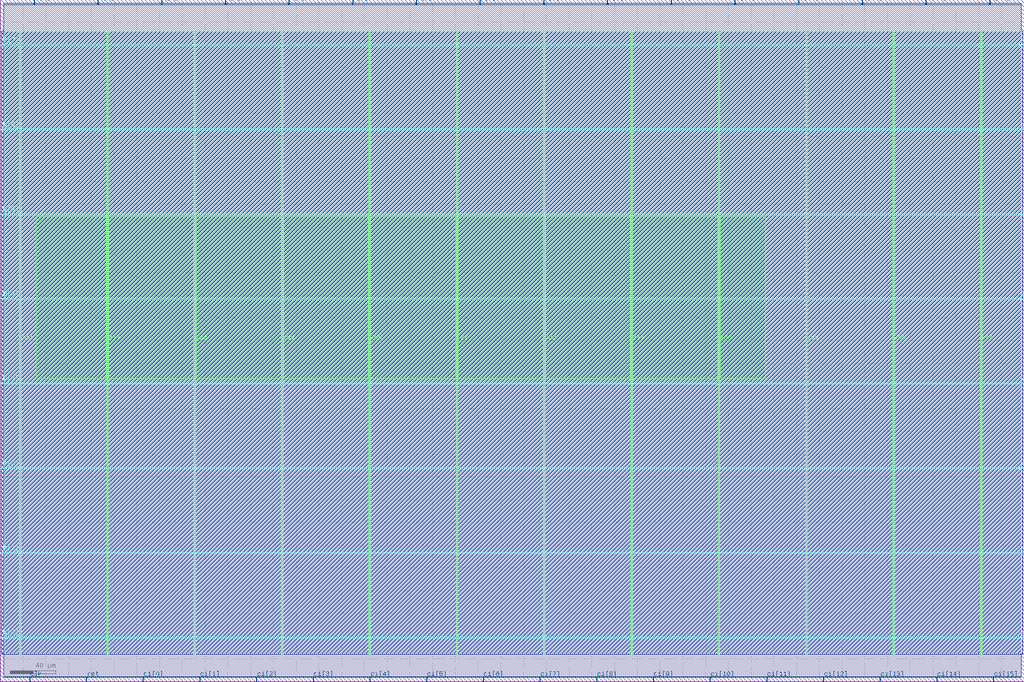
<source format=lef>
##################################################################################
#
#           GLOBALFOUNDRIES
#
##################################################################################
#
# 180MCU Tech LEF File
# based on DRM DM-000013-01 Rev 13
# TFG-Version: 2.1.9
# Date: February 2018
#-------------------------------------------------------
# metal stack option: 5LM_1TM_9K
# Preferred routing directions:
# vertical:   MET2 MET4 
# horizontal: MET1 MET3 MET5
#------------------------------------------------------
# This Techfile contains not correct Parasitic Information.
# USE Appropriate parasitic files for Parasitic Extraction.
#------------------------------------------------------

VERSION 5.7 ;
BUSBITCHARS "[]" ;
DIVIDERCHAR "/" ;

UNITS
    DATABASE MICRONS 2000  ;
    CAPACITANCE PICOFARADS 1 ;
    CURRENT MILLIAMPS 1 ;
    RESISTANCE OHMS 1 ;
END UNITS

SITE gf180mcu_osu_sc_gp9t3v3
  SYMMETRY X Y ;
  CLASS core ;
  SIZE 0.10 BY 6.150 ;
END gf180mcu_osu_sc_gp9t3v3

PROPERTYDEFINITIONS
  LAYER LEF58_EOLENCLOSURE STRING ;
  LAYER LEF58_TYPE STRING ;
END PROPERTYDEFINITIONS

MANUFACTURINGGRID 0.0050 ;
CLEARANCEMEASURE EUCLIDEAN ;
USEMINSPACING OBS ON ;

LAYER POLY2
 TYPE MASTERSLICE ;
END POLY2

LAYER CONT
 TYPE CUT ;
END CONT

LAYER MET1
    TYPE ROUTING ;
    DIRECTION HORIZONTAL ;

    PITCH 0.56 ; 
    OFFSET 0.28 ;

    MINWIDTH 0.230 ;                   # Mn.1  (n=1)
    WIDTH 0.230 ;                      # Mn.1  (n=1)
    SPACING 0.230  ;                   # Mn.2a (n=1)
    SPACING 0.300 RANGE 10.005 999.00 ; # Mn.2b
    AREA 0.1444 ;                      # Mn.3

    THICKNESS 0.54 ;
    ANTENNAMODEL OXIDE1 ;
    ANTENNASIDEAREARATIO 400 ;

    DCCURRENTDENSITY AVERAGE 0.67 ;
    ACCURRENTDENSITY AVERAGE 1.00 ;

    CAPACITANCE CPERSQDIST 0.0000394 ;
    RESISTANCE RPERSQ 0.090000 ;

    MINIMUMDENSITY 30.0 ;
    DENSITYCHECKWINDOW 200.0 200.0 ;
    DENSITYCHECKSTEP 100.0 ;

END MET1

LAYER VIA12
  TYPE CUT ;
  SPACING 0.26 ;
  WIDTH   0.26 ;

  ENCLOSURE BELOW 0.00 0.06 ;
  ENCLOSURE ABOVE 0.01 0.06 ;
  PROPERTY LEF58_EOLENCLOSURE "
  	EOLENCLOSURE 0.34 0.06 ;" ; 

  ARRAYSPACING CUTSPACING 0.36 ARRAYCUTS 4 SPACING 0.36 ; # Vn.2b

  ACCURRENTDENSITY AVERAGE 0.28 ;
  DCCURRENTDENSITY AVERAGE 0.18 ;
  ANTENNAMODEL OXIDE1 ;
  ANTENNAAREARATIO 20.0 ;
END VIA12


LAYER MET2
    TYPE ROUTING ;
    DIRECTION VERTICAL ;

    PITCH 0.56 ; 
    OFFSET 0.28 ;

    MINWIDTH 0.280 ;
    WIDTH 0.280 ;                        # Mn.1  (n>1)
    SPACING 0.280 ;                      # Mn.2a (n>1)
    SPACING 0.300 RANGE 10.005 999.00 ;  # Mn.2b
    AREA 0.1444 ;                        # Mn.3

    THICKNESS 0.54 ;
    ANTENNAMODEL OXIDE1 ;
    ANTENNADIFFSIDEAREARATIO 400 ;
    ANTENNAGATEPLUSDIFF 2 ;

    DCCURRENTDENSITY AVERAGE 0.67 ;
    ACCURRENTDENSITY AVERAGE 1.00 ;

    CAPACITANCE CPERSQDIST 0.0000394 ;
    RESISTANCE RPERSQ 0.090000 ;

    MINIMUMDENSITY 30.0 ;
    DENSITYCHECKWINDOW 200.0 200.0 ;
    DENSITYCHECKSTEP 100.0 ;

END MET2


LAYER VIA23
  TYPE CUT ;
  SPACING 0.26 ;
  WIDTH   0.26 ;

  ENCLOSURE BELOW 0.01 0.06 ;
  ENCLOSURE ABOVE 0.01 0.06 ;

  # a bit conservative for Vn.3/4a without considering the protrusion length of 0.28
  PROPERTY LEF58_EOLENCLOSURE " EOLENCLOSURE 0.34 0.06 ; " ;

  ARRAYSPACING CUTSPACING 0.36 ARRAYCUTS 4 SPACING 0.36 ; # Vn.2b

  ACCURRENTDENSITY AVERAGE 0.28 ;
  DCCURRENTDENSITY AVERAGE 0.18 ;
  ANTENNAMODEL OXIDE1 ;
  ANTENNAAREARATIO 20.0 ;
END VIA23


LAYER MET3
    TYPE ROUTING ;
    DIRECTION HORIZONTAL ;

    PITCH 0.56 ; 
    OFFSET 0.28 ;

    MINWIDTH 0.280 ;
    WIDTH 0.280 ;                        # Mn.1  (n>1)
    SPACING 0.280 ;                      # Mn.2a (n>1)
    SPACING 0.300 RANGE 10.005 999.00 ;  # Mn.2b
    AREA 0.1444 ;                        # Mn.3

    THICKNESS 0.54 ;
    ANTENNAMODEL OXIDE1 ;
    ANTENNADIFFSIDEAREARATIO 400 ;
    ANTENNAGATEPLUSDIFF 2 ;

    DCCURRENTDENSITY AVERAGE 0.67 ;
    ACCURRENTDENSITY AVERAGE 1.00 ;

    CAPACITANCE CPERSQDIST 0.0000394 ;
    RESISTANCE RPERSQ 0.090000 ;

    MINIMUMDENSITY 30.0 ;
    DENSITYCHECKWINDOW 200.0 200.0 ;
    DENSITYCHECKSTEP 100.0 ;

END MET3


LAYER VIA34
  TYPE CUT ;
  SPACING 0.26 ;
  WIDTH   0.26 ;

  ENCLOSURE BELOW 0.01 0.06 ;
  ENCLOSURE ABOVE 0.01 0.06 ;

  # a bit conservative for Vn.3/4a without considering the protrusion length of 0.28
  PROPERTY LEF58_EOLENCLOSURE " EOLENCLOSURE 0.34 0.06 ; " ;

  ARRAYSPACING CUTSPACING 0.36 ARRAYCUTS 4 SPACING 0.36 ; # Vn.2b

  ACCURRENTDENSITY AVERAGE 0.28 ;
  DCCURRENTDENSITY AVERAGE 0.18 ;
  ANTENNAMODEL OXIDE1 ;
  ANTENNAAREARATIO 20.0 ;
END VIA34


LAYER MET4
    TYPE ROUTING ;
    DIRECTION VERTICAL ;

    PITCH 0.56 ; 
    OFFSET 0.28 ;

    MINWIDTH 0.280 ;
    WIDTH 0.280 ;                        # Mn.1  (n>1)
    SPACING 0.280 ;                      # Mn.2a (n>1)
    SPACING 0.300 RANGE 10.005 999.00 ;  # Mn.2b
    AREA 0.1444 ;                        # Mn.3

    THICKNESS 0.54 ;
    ANTENNAMODEL OXIDE1 ;
    ANTENNADIFFSIDEAREARATIO 400 ;
    ANTENNAGATEPLUSDIFF 2 ;

    DCCURRENTDENSITY AVERAGE 0.67 ;
    ACCURRENTDENSITY AVERAGE 1.00 ;

    CAPACITANCE CPERSQDIST 0.0000394 ;
    RESISTANCE RPERSQ 0.090000 ;

    MINIMUMDENSITY 30.0 ;
    DENSITYCHECKWINDOW 200.0 200.0 ;
    DENSITYCHECKSTEP 100.0 ;

END MET4


LAYER VIA45
  TYPE CUT ;
  SPACING 0.26 ;
  WIDTH   0.26 ;

  ENCLOSURE BELOW 0.01 0.06 ;
 # ENCLOSURE ABOVE 0.01 0.09 ;
  ENCLOSURE ABOVE 0.01 0.06 ;

  # a bit conservative for Vn.3/4a without considering the protrusion length of 0.28
  PROPERTY LEF58_EOLENCLOSURE " EOLENCLOSURE 0.34 0.06 ; " ;

  ARRAYSPACING CUTSPACING 0.36 ARRAYCUTS 4 SPACING 0.36 ; # Vn.2b

  ACCURRENTDENSITY AVERAGE 0.28 ;
  DCCURRENTDENSITY AVERAGE 0.18 ;
  ANTENNAMODEL OXIDE1 ;
  ANTENNAAREARATIO 20.0 ;
END VIA45



LAYER MET5
    TYPE ROUTING ;
    DIRECTION HORIZONTAL ;

    OFFSET 0.45 ;


    PITCH 0.9 ;
    MINWIDTH 0.440 ;
    WIDTH   0.440 ;                      # MT.1
    AREA    0.5625 ;                     # MT.4
    SPACING 0.460 ;                      # MT.2a
    SPACING 0.600 RANGE 10.005 999.00 ;  # MT.2b

    DCCURRENTDENSITY AVERAGE 1.21 ;
    ACCURRENTDENSITY AVERAGE 1.82 ;
    RESISTANCE RPERSQ 0.04000 ;

    THICKNESS 0.99 ;

    ANTENNAMODEL OXIDE1 ;
    ANTENNADIFFSIDEAREARATIO 400 ;
    ANTENNAGATEPLUSDIFF 2 ;

    CAPACITANCE CPERSQDIST 0.0000394 ;

    MINIMUMDENSITY 30.0 ;
    DENSITYCHECKWINDOW 200.0 200.0 ;
    DENSITYCHECKSTEP 100.0 ;

END MET5



LAYER OverlapCheck
 TYPE OVERLAP ;
END OverlapCheck
LAYER OBS
 TYPE MASTERSLICE ;
END OBS

LAYER PR_bndry
    TYPE MASTERSLICE ;
END PR_bndry

#------------------------------------------------------------
#  CONT VIA SECTION 
#------------------------------------------------------------
#VIA CONT1 DEFAULT
# RESISTANCE 13.5 ;
# LAYER CONT ;
# RECT -0.11 -0.11 0.11 0.11 ;
# LAYER POLY2 ;
# RECT -0.18 -0.18 0.18 0.18 ;
# LAYER MET1 ;
# RECT -0.115 -0.115 0.115 0.115 ;
#END CONT1

#VIARULE CONT1 GENERATE
# LAYER POLY2 ;
# DIRECTION HORIZONTAL ;
# OVERHANG 0.07 ;
# LAYER MET1 ;
# DIRECTION VERTICAL ;
# OVERHANG 0.005 ;
# LAYER CONT ;
# RECT -0.11 -0.11 0.11 0.11 ;
# SPACING 0.47 BY 0.47 ;
# RESISTANCE 13.5 ;
#END CONT1

#------------------------------------------------------------
#  VIA12 VIA SECTION 
#------------------------------------------------------------
 VIA VIA12_HH  DEFAULT
 LAYER VIA12 ;
 RECT -0.130 -0.130 0.130 0.130 ;
 LAYER MET1 ;
 RECT -0.190 -0.130 0.190 0.130 ;
 LAYER MET2 ;
 RECT -0.190 -0.140 0.190 0.140 ;
 RESISTANCE 4.500 ;
 END VIA12_HH 
 
 VIA VIA12_HV  DEFAULT
 LAYER VIA12 ;
 RECT -0.130 -0.130 0.130 0.130 ;
 LAYER MET1 ;
 RECT -0.190 -0.130 0.190 0.130 ;
 LAYER MET2 ;
 RECT -0.140 -0.190 0.140 0.190 ;
 RESISTANCE 4.500 ;
 END VIA12_HV 
 
 VIA VIA12_VH  DEFAULT
 LAYER VIA12 ;
 RECT -0.130 -0.130 0.130 0.130 ;
 LAYER MET1 ;
 RECT -0.130 -0.190 0.130 0.190 ;
 LAYER MET2 ;
 RECT -0.190 -0.140 0.190 0.140 ;
 RESISTANCE 4.500 ;
 END VIA12_VH 
 
 VIA VIA12_VV  DEFAULT
 LAYER VIA12 ;
 RECT -0.130 -0.130 0.130 0.130 ;
 LAYER MET1 ;
 RECT -0.130 -0.190 0.130 0.190 ;
 LAYER MET2 ;
 RECT -0.140 -0.190 0.140 0.190 ;
 RESISTANCE 4.500 ;
 END VIA12_VV 
 
 VIA VIA12_2CUT_H
 LAYER VIA12 ;
 RECT -0.390 -0.130 -0.130 0.130 ;
 RECT 0.130 -0.130 0.390 0.130 ;
 LAYER MET1 ;
 RECT -0.450 -0.130 0.450 0.130 ;
 LAYER MET2 ;
 RECT -0.400 -0.190 0.400 0.190 ;
 END VIA12_2CUT_H
 
 VIA VIA12_2CUT_V
 LAYER VIA12 ;
 RECT -0.130 -0.390 0.130 -0.130 ;
 RECT -0.130 0.130 0.130 0.390 ;
 LAYER MET1 ;
 RECT -0.190 -0.390 0.190 0.390 ;
 LAYER MET2 ;
 RECT -0.140 -0.450 0.140 0.450 ;
 END VIA12_2CUT_V
 
 VIA VIA12_2X2_0_60_10_60_H_H  DEFAULT
 LAYER VIA12 ;
 RECT -0.390 -0.390 -0.130 -0.130 ;
 RECT 0.130 -0.390 0.390 -0.130 ;
 RECT -0.390 0.130 -0.130 0.390 ;
 RECT 0.130 0.130 0.390 0.390 ;
 LAYER MET1 ;
 RECT -0.450 -0.390 0.450 0.390 ;
 LAYER MET2 ;
 RECT -0.450 -0.400 0.450 0.400 ;
 END VIA12_2X2_0_60_10_60_H_H 
 
 VIA VIA12_2X2_0_60_10_60_H_V  DEFAULT
 LAYER VIA12 ;
 RECT -0.390 -0.390 -0.130 -0.130 ;
 RECT 0.130 -0.390 0.390 -0.130 ;
 RECT -0.390 0.130 -0.130 0.390 ;
 RECT 0.130 0.130 0.390 0.390 ;
 LAYER MET1 ;
 RECT -0.450 -0.390 0.450 0.390 ;
 LAYER MET2 ;
 RECT -0.400 -0.450 0.400 0.450 ;
 END VIA12_2X2_0_60_10_60_H_V 
 
 VIA VIA12_2X2_0_60_10_60_V_H  DEFAULT
 LAYER VIA12 ;
 RECT -0.390 -0.390 -0.130 -0.130 ;
 RECT 0.130 -0.390 0.390 -0.130 ;
 RECT -0.390 0.130 -0.130 0.390 ;
 RECT 0.130 0.130 0.390 0.390 ;
 LAYER MET1 ;
 RECT -0.390 -0.450 0.390 0.450 ;
 LAYER MET2 ;
 RECT -0.450 -0.400 0.450 0.400 ;
 END VIA12_2X2_0_60_10_60_V_H 
 
 VIA VIA12_2X2_0_60_10_60_V_V  DEFAULT
 LAYER VIA12 ;
 RECT -0.390 -0.390 -0.130 -0.130 ;
 RECT 0.130 -0.390 0.390 -0.130 ;
 RECT -0.390 0.130 -0.130 0.390 ;
 RECT 0.130 0.130 0.390 0.390 ;
 LAYER MET1 ;
 RECT -0.390 -0.450 0.390 0.450 ;
 LAYER MET2 ;
 RECT -0.400 -0.450 0.400 0.450 ;
 END VIA12_2X2_0_60_10_60_V_V 
 
VIARULE VIA12_GEN_HH GENERATE
  LAYER MET1 ;
    ENCLOSURE 0.060 0.000 ;
  LAYER MET2 ;
    ENCLOSURE 0.060 0.010 ;
  LAYER VIA12 ;
    RECT -0.130 -0.130 0.130 0.130 ;
    SPACING 0.520 BY 0.520 ;
END VIA12_GEN_HH

VIARULE VIA12_GEN_HV GENERATE
  LAYER MET1 ;
    ENCLOSURE 0.060 0.000 ;
  LAYER MET2 ;
    ENCLOSURE 0.010 0.060 ;
  LAYER VIA12 ;
    RECT -0.130 -0.130 0.130 0.130 ;
    SPACING 0.520 BY 0.520 ;
END VIA12_GEN_HV

VIARULE VIA12_GEN_VH GENERATE
  LAYER MET1 ;
    ENCLOSURE 0.000 0.060 ;
  LAYER MET2 ;
    ENCLOSURE 0.060 0.010 ;
  LAYER VIA12 ;
    RECT -0.130 -0.130 0.130 0.130 ;
    SPACING 0.520 BY 0.520 ;
END VIA12_GEN_VH

VIARULE VIA12_GEN_VV GENERATE
  LAYER MET1 ;
    ENCLOSURE 0.000 0.060 ;
  LAYER MET2 ;
    ENCLOSURE 0.010 0.060 ;
  LAYER VIA12 ;
    RECT -0.130 -0.130 0.130 0.130 ;
    SPACING 0.520 BY 0.520 ;
END VIA12_GEN_VV

 VIA VIA12_4X4H_HH_DEFAULT  DEFAULT
 LAYER VIA12 ;
 RECT -1.060 -1.060 -0.800 -0.800 ;
 RECT -0.440 -1.060 -0.180 -0.800 ;
 RECT 0.180 -1.060 0.440 -0.800 ;
 RECT 0.800 -1.060 1.060 -0.800 ;
 RECT -1.060 -0.440 -0.800 -0.180 ;
 RECT -0.440 -0.440 -0.180 -0.180 ;
 RECT 0.180 -0.440 0.440 -0.180 ;
 RECT 0.800 -0.440 1.060 -0.180 ;
 RECT -1.060 0.180 -0.800 0.440 ;
 RECT -0.440 0.180 -0.180 0.440 ;
 RECT 0.180 0.180 0.440 0.440 ;
 RECT 0.800 0.180 1.060 0.440 ;
 RECT -1.060 0.800 -0.800 1.060 ;
 RECT -0.440 0.800 -0.180 1.060 ;
 RECT 0.180 0.800 0.440 1.060 ;
 RECT 0.800 0.800 1.060 1.060 ;
 LAYER MET1 ;
 RECT -1.120 -1.060 1.120 1.060 ;
 LAYER MET2 ;
 RECT -1.120 -1.070 1.120 1.070 ;
 END VIA12_4X4H_HH_DEFAULT 
 
 VIA VIA12_4X4H_HV_DEFAULT  DEFAULT
 LAYER VIA12 ;
 RECT -1.060 -1.060 -0.800 -0.800 ;
 RECT -0.440 -1.060 -0.180 -0.800 ;
 RECT 0.180 -1.060 0.440 -0.800 ;
 RECT 0.800 -1.060 1.060 -0.800 ;
 RECT -1.060 -0.440 -0.800 -0.180 ;
 RECT -0.440 -0.440 -0.180 -0.180 ;
 RECT 0.180 -0.440 0.440 -0.180 ;
 RECT 0.800 -0.440 1.060 -0.180 ;
 RECT -1.060 0.180 -0.800 0.440 ;
 RECT -0.440 0.180 -0.180 0.440 ;
 RECT 0.180 0.180 0.440 0.440 ;
 RECT 0.800 0.180 1.060 0.440 ;
 RECT -1.060 0.800 -0.800 1.060 ;
 RECT -0.440 0.800 -0.180 1.060 ;
 RECT 0.180 0.800 0.440 1.060 ;
 RECT 0.800 0.800 1.060 1.060 ;
 LAYER MET1 ;
 RECT -1.120 -1.060 1.120 1.060 ;
 LAYER MET2 ;
 RECT -1.070 -1.120 1.070 1.120 ;
 END VIA12_4X4H_HV_DEFAULT 
 
 VIA VIA12_4X4H_VH_DEFAULT  DEFAULT
 LAYER VIA12 ;
 RECT -1.060 -1.060 -0.800 -0.800 ;
 RECT -0.440 -1.060 -0.180 -0.800 ;
 RECT 0.180 -1.060 0.440 -0.800 ;
 RECT 0.800 -1.060 1.060 -0.800 ;
 RECT -1.060 -0.440 -0.800 -0.180 ;
 RECT -0.440 -0.440 -0.180 -0.180 ;
 RECT 0.180 -0.440 0.440 -0.180 ;
 RECT 0.800 -0.440 1.060 -0.180 ;
 RECT -1.060 0.180 -0.800 0.440 ;
 RECT -0.440 0.180 -0.180 0.440 ;
 RECT 0.180 0.180 0.440 0.440 ;
 RECT 0.800 0.180 1.060 0.440 ;
 RECT -1.060 0.800 -0.800 1.060 ;
 RECT -0.440 0.800 -0.180 1.060 ;
 RECT 0.180 0.800 0.440 1.060 ;
 RECT 0.800 0.800 1.060 1.060 ;
 LAYER MET1 ;
 RECT -1.060 -1.120 1.060 1.120 ;
 LAYER MET2 ;
 RECT -1.120 -1.070 1.120 1.070 ;
 END VIA12_4X4H_VH_DEFAULT 
 
 VIA VIA12_4X4H_VV_DEFAULT  DEFAULT
 LAYER VIA12 ;
 RECT -1.060 -1.060 -0.800 -0.800 ;
 RECT -0.440 -1.060 -0.180 -0.800 ;
 RECT 0.180 -1.060 0.440 -0.800 ;
 RECT 0.800 -1.060 1.060 -0.800 ;
 RECT -1.060 -0.440 -0.800 -0.180 ;
 RECT -0.440 -0.440 -0.180 -0.180 ;
 RECT 0.180 -0.440 0.440 -0.180 ;
 RECT 0.800 -0.440 1.060 -0.180 ;
 RECT -1.060 0.180 -0.800 0.440 ;
 RECT -0.440 0.180 -0.180 0.440 ;
 RECT 0.180 0.180 0.440 0.440 ;
 RECT 0.800 0.180 1.060 0.440 ;
 RECT -1.060 0.800 -0.800 1.060 ;
 RECT -0.440 0.800 -0.180 1.060 ;
 RECT 0.180 0.800 0.440 1.060 ;
 RECT 0.800 0.800 1.060 1.060 ;
 LAYER MET1 ;
 RECT -1.060 -1.120 1.060 1.120 ;
 LAYER MET2 ;
 RECT -1.070 -1.120 1.070 1.120 ;
 END VIA12_4X4H_VV_DEFAULT 


#----------------------------------------------------------
# VIA VIA12_HH  DEFAULT
# LAYER VIA12 ;
# RECT -0.130 -0.130 0.130 0.130 ;
# LAYER MET1 ;
# RECT -0.190 -0.130 0.190 0.130 ;
# LAYER MET2 ;
# RECT -0.190 -0.140 0.190 0.140 ;
# END VIA12_HH 
# 
# VIA V12B 
# LAYER VIA12 ;
# RECT -0.130 -0.130 0.130 0.130 ;
# LAYER MET1 ;
# RECT -0.190 -0.130 0.190 0.130 ;
# LAYER MET2 ;
# RECT -0.140 -0.190 0.140 0.190 ;
# END V12B 
# 
# VIA VIA12_2CUT_H
# LAYER VIA12 ;
# RECT -0.390 -0.130 -0.130 0.130 ;
# RECT 0.130 -0.130 0.390 0.130 ;
# LAYER MET1 ;
# RECT -0.450 -0.130 0.450 0.130 ;
# LAYER MET2 ;
# RECT -0.400 -0.190 0.400 0.190 ;
# END VIA12_2CUT_H
# 
# VIA VIA12_2CUT_V
# LAYER VIA12 ;
# RECT -0.130 -0.390 0.130 -0.130 ;
# RECT -0.130 0.130 0.130 0.390 ;
# LAYER MET1 ;
# RECT -0.190 -0.390 0.190 0.390 ;
# LAYER MET2 ;
# RECT -0.140 -0.450 0.140 0.450 ;
# END VIA12_2CUT_V
# 
# VIA VIA12_2X2_0_60_10_60_H_H  DEFAULT
# LAYER VIA12 ;
# RECT -0.390 -0.390 -0.130 -0.130 ;
# RECT 0.130 -0.390 0.390 -0.130 ;
# RECT -0.390 0.130 -0.130 0.390 ;
# RECT 0.130 0.130 0.390 0.390 ;
# LAYER MET1 ;
# RECT -0.450 -0.390 0.450 0.390 ;
# LAYER MET2 ;
# RECT -0.450 -0.400 0.450 0.400 ;
# END VIA12_2X2_0_60_10_60_H_H 
# 
# VIA VIA12_2X2_0_60_10_60_H_V  DEFAULT
# LAYER VIA12 ;
# RECT -0.390 -0.390 -0.130 -0.130 ;
# RECT 0.130 -0.390 0.390 -0.130 ;
# RECT -0.390 0.130 -0.130 0.390 ;
# RECT 0.130 0.130 0.390 0.390 ;
# LAYER MET1 ;
# RECT -0.450 -0.390 0.450 0.390 ;
# LAYER MET2 ;
# RECT -0.400 -0.450 0.400 0.450 ;
# END VIA12_2X2_0_60_10_60_H_V 
# 
# VIA VIA12_2X2_0_60_10_60_V_H  DEFAULT
# LAYER VIA12 ;
# RECT -0.390 -0.390 -0.130 -0.130 ;
# RECT 0.130 -0.390 0.390 -0.130 ;
# RECT -0.390 0.130 -0.130 0.390 ;
# RECT 0.130 0.130 0.390 0.390 ;
# LAYER MET1 ;
# RECT -0.390 -0.450 0.390 0.450 ;
# LAYER MET2 ;
# RECT -0.450 -0.400 0.450 0.400 ;
# END VIA12_2X2_0_60_10_60_V_H 
# 
# VIA VIA12_2X2_0_60_10_60_V_V  DEFAULT
# LAYER VIA12 ;
# RECT -0.390 -0.390 -0.130 -0.130 ;
# RECT 0.130 -0.390 0.390 -0.130 ;
# RECT -0.390 0.130 -0.130 0.390 ;
# RECT 0.130 0.130 0.390 0.390 ;
# LAYER MET1 ;
# RECT -0.390 -0.450 0.390 0.450 ;
# LAYER MET2 ;
# RECT -0.400 -0.450 0.400 0.450 ;
# END VIA12_2X2_0_60_10_60_V_V 
# 
#VIARULE VIA12_GEN_HH GENERATE
#  LAYER MET1 ;
#    ENCLOSURE 0.060 0.000 ;
#  LAYER MET2 ;
#    ENCLOSURE 0.060 0.010 ;
#  LAYER VIA12 ;
#    RECT -0.130 -0.130 0.130 0.130 ;
#    SPACING 0.520 BY 0.520 ;
#END VIA12_GEN_HH
#
#VIARULE VIA12_GEN_HV GENERATE
#  LAYER MET1 ;
#    ENCLOSURE 0.060 0.000 ;
#  LAYER MET2 ;
#    ENCLOSURE 0.010 0.060 ;
#  LAYER VIA12 ;
#    RECT -0.130 -0.130 0.130 0.130 ;
#    SPACING 0.520 BY 0.520 ;
#END VIA12_GEN_HV
#
#VIARULE VIA12_GEN_VH GENERATE
#  LAYER MET1 ;
#    ENCLOSURE 0.000 0.060 ;
#  LAYER MET2 ;
#    ENCLOSURE 0.060 0.010 ;
#  LAYER VIA12 ;
#    RECT -0.130 -0.130 0.130 0.130 ;
#    SPACING 0.520 BY 0.520 ;
#END VIA12_GEN_VH
#
#VIARULE VIA12_GEN_VV GENERATE
#  LAYER MET1 ;
#    ENCLOSURE 0.000 0.060 ;
#  LAYER MET2 ;
#    ENCLOSURE 0.010 0.060 ;
#  LAYER VIA12 ;
#    RECT -0.130 -0.130 0.130 0.130 ;
#    SPACING 0.520 BY 0.520 ;
#END VIA12_GEN_VV
#
#VIARULE V12B GENERATE
#  LAYER MET1 ;
#    ENCLOSURE 0.060 0.060 ;
#  LAYER MET2 ;
#    ENCLOSURE 0.060 0.060 ;
#  LAYER VIA12 ;
#    RECT -0.130 -0.130 0.130 0.130 ;
#    SPACING 0.520 BY 0.520 ;
#END V12B
#
# VIA VIA12_4X4H_HH_DEFAULT  DEFAULT
# LAYER VIA12 ;
# RECT -1.060 -1.060 -0.800 -0.800 ;
# RECT -0.440 -1.060 -0.180 -0.800 ;
# RECT 0.180 -1.060 0.440 -0.800 ;
# RECT 0.800 -1.060 1.060 -0.800 ;
# RECT -1.060 -0.440 -0.800 -0.180 ;
# RECT -0.440 -0.440 -0.180 -0.180 ;
# RECT 0.180 -0.440 0.440 -0.180 ;
# RECT 0.800 -0.440 1.060 -0.180 ;
# RECT -1.060 0.180 -0.800 0.440 ;
# RECT -0.440 0.180 -0.180 0.440 ;
# RECT 0.180 0.180 0.440 0.440 ;
# RECT 0.800 0.180 1.060 0.440 ;
# RECT -1.060 0.800 -0.800 1.060 ;
# RECT -0.440 0.800 -0.180 1.060 ;
# RECT 0.180 0.800 0.440 1.060 ;
# RECT 0.800 0.800 1.060 1.060 ;
# LAYER MET1 ;
# RECT -1.120 -1.060 1.120 1.060 ;
# LAYER MET2 ;
# RECT -1.120 -1.070 1.120 1.070 ;
# END VIA12_4X4H_HH_DEFAULT 
# 
# VIA VIA12_4X4H_HV_DEFAULT  DEFAULT
# LAYER VIA12 ;
# RECT -1.060 -1.060 -0.800 -0.800 ;
# RECT -0.440 -1.060 -0.180 -0.800 ;
# RECT 0.180 -1.060 0.440 -0.800 ;
# RECT 0.800 -1.060 1.060 -0.800 ;
# RECT -1.060 -0.440 -0.800 -0.180 ;
# RECT -0.440 -0.440 -0.180 -0.180 ;
# RECT 0.180 -0.440 0.440 -0.180 ;
# RECT 0.800 -0.440 1.060 -0.180 ;
# RECT -1.060 0.180 -0.800 0.440 ;
# RECT -0.440 0.180 -0.180 0.440 ;
# RECT 0.180 0.180 0.440 0.440 ;
# RECT 0.800 0.180 1.060 0.440 ;
# RECT -1.060 0.800 -0.800 1.060 ;
# RECT -0.440 0.800 -0.180 1.060 ;
# RECT 0.180 0.800 0.440 1.060 ;
# RECT 0.800 0.800 1.060 1.060 ;
# LAYER MET1 ;
# RECT -1.120 -1.060 1.120 1.060 ;
# LAYER MET2 ;
# RECT -1.070 -1.120 1.070 1.120 ;
# END VIA12_4X4H_HV_DEFAULT 
# 
# VIA VIA12_4X4H_VH_DEFAULT  DEFAULT
# LAYER VIA12 ;
# RECT -1.060 -1.060 -0.800 -0.800 ;
# RECT -0.440 -1.060 -0.180 -0.800 ;
# RECT 0.180 -1.060 0.440 -0.800 ;
# RECT 0.800 -1.060 1.060 -0.800 ;
# RECT -1.060 -0.440 -0.800 -0.180 ;
# RECT -0.440 -0.440 -0.180 -0.180 ;
# RECT 0.180 -0.440 0.440 -0.180 ;
# RECT 0.800 -0.440 1.060 -0.180 ;
# RECT -1.060 0.180 -0.800 0.440 ;
# RECT -0.440 0.180 -0.180 0.440 ;
# RECT 0.180 0.180 0.440 0.440 ;
# RECT 0.800 0.180 1.060 0.440 ;
# RECT -1.060 0.800 -0.800 1.060 ;
# RECT -0.440 0.800 -0.180 1.060 ;
# RECT 0.180 0.800 0.440 1.060 ;
# RECT 0.800 0.800 1.060 1.060 ;
# LAYER MET1 ;
# RECT -1.060 -1.120 1.060 1.120 ;
# LAYER MET2 ;
# RECT -1.120 -1.070 1.120 1.070 ;
# END VIA12_4X4H_VH_DEFAULT 
# 
# VIA VIA12_4X4H_VV_DEFAULT  DEFAULT
# LAYER VIA12 ;
# RECT -1.060 -1.060 -0.800 -0.800 ;
# RECT -0.440 -1.060 -0.180 -0.800 ;
# RECT 0.180 -1.060 0.440 -0.800 ;
# RECT 0.800 -1.060 1.060 -0.800 ;
# RECT -1.060 -0.440 -0.800 -0.180 ;
# RECT -0.440 -0.440 -0.180 -0.180 ;
# RECT 0.180 -0.440 0.440 -0.180 ;
# RECT 0.800 -0.440 1.060 -0.180 ;
# RECT -1.060 0.180 -0.800 0.440 ;
# RECT -0.440 0.180 -0.180 0.440 ;
# RECT 0.180 0.180 0.440 0.440 ;
# RECT 0.800 0.180 1.060 0.440 ;
# RECT -1.060 0.800 -0.800 1.060 ;
# RECT -0.440 0.800 -0.180 1.060 ;
# RECT 0.180 0.800 0.440 1.060 ;
# RECT 0.800 0.800 1.060 1.060 ;
# LAYER MET1 ;
# RECT -1.060 -1.120 1.060 1.120 ;
# LAYER MET2 ;
# RECT -1.070 -1.120 1.070 1.120 ;
# END VIA12_4X4H_VV_DEFAULT 
# 
#------------------------------------------------------------
#  VIA23 VIA SECTION 
#------------------------------------------------------------
 VIA VIA23_HH  DEFAULT
 LAYER VIA23 ;
 RECT -0.130 -0.130 0.130 0.130 ;
 LAYER MET2 ;
 RECT -0.190 -0.140 0.190 0.140 ;
 LAYER MET3 ;
 RECT -0.190 -0.140 0.190 0.140 ;
 RESISTANCE 4.500 ;
 END VIA23_HH 
 
 VIA VIA23_HV  DEFAULT
 LAYER VIA23 ;
 RECT -0.130 -0.130 0.130 0.130 ;
 LAYER MET2 ;
 RECT -0.190 -0.140 0.190 0.140 ;
 LAYER MET3 ;
 RECT -0.140 -0.190 0.140 0.190 ;
 RESISTANCE 4.500 ;
 END VIA23_HV 
 
 VIA VIA23_VH  DEFAULT
 LAYER VIA23 ;
 RECT -0.130 -0.130 0.130 0.130 ;
 LAYER MET2 ;
 RECT -0.140 -0.190 0.140 0.190 ;
 LAYER MET3 ;
 RECT -0.190 -0.140 0.190 0.140 ;
 RESISTANCE 4.500 ;
 END VIA23_VH 
 
 VIA VIA23_VV  DEFAULT
 LAYER VIA23 ;
 RECT -0.130 -0.130 0.130 0.130 ;
 LAYER MET2 ;
 RECT -0.140 -0.190 0.140 0.190 ;
 LAYER MET3 ;
 RECT -0.140 -0.190 0.140 0.190 ;
 RESISTANCE 4.500 ;
 END VIA23_VV 
 
 VIA VIA23_2CUT_H
 LAYER VIA23 ;
 RECT -0.390 -0.130 -0.130 0.130 ;
 RECT 0.130 -0.130 0.390 0.130 ;
 LAYER MET2 ;
 RECT -0.390 -0.190 0.390 0.190 ;
 LAYER MET3 ;
 RECT -0.450 -0.140 0.450 0.140 ;
 END VIA23_2CUT_H
 
 VIA VIA23_2CUT_V
 LAYER VIA23 ;
 RECT -0.130 -0.390 0.130 -0.130 ;
 RECT -0.130 0.130 0.130 0.390 ;
 LAYER MET2 ;
 RECT -0.130 -0.450 0.130 0.450 ;
 LAYER MET3 ;
 RECT -0.190 -0.400 0.190 0.400 ;
 END VIA23_2CUT_V
 
 VIA VIA23_2X2_0_60_10_60_H_H  DEFAULT
 LAYER VIA23 ;
 RECT -0.390 -0.390 -0.130 -0.130 ;
 RECT 0.130 -0.390 0.390 -0.130 ;
 RECT -0.390 0.130 -0.130 0.390 ;
 RECT 0.130 0.130 0.390 0.390 ;
 LAYER MET2 ;
 RECT -0.450 -0.390 0.450 0.390 ;
 LAYER MET3 ;
 RECT -0.450 -0.400 0.450 0.400 ;
 END VIA23_2X2_0_60_10_60_H_H 
 
 VIA VIA23_2X2_0_60_10_60_H_V  DEFAULT
 LAYER VIA23 ;
 RECT -0.390 -0.390 -0.130 -0.130 ;
 RECT 0.130 -0.390 0.390 -0.130 ;
 RECT -0.390 0.130 -0.130 0.390 ;
 RECT 0.130 0.130 0.390 0.390 ;
 LAYER MET2 ;
 RECT -0.450 -0.390 0.450 0.390 ;
 LAYER MET3 ;
 RECT -0.400 -0.450 0.400 0.450 ;
 END VIA23_2X2_0_60_10_60_H_V 
 
 VIA VIA23_2X2_0_60_10_60_V_H  DEFAULT
 LAYER VIA23 ;
 RECT -0.390 -0.390 -0.130 -0.130 ;
 RECT 0.130 -0.390 0.390 -0.130 ;
 RECT -0.390 0.130 -0.130 0.390 ;
 RECT 0.130 0.130 0.390 0.390 ;
 LAYER MET2 ;
 RECT -0.390 -0.450 0.390 0.450 ;
 LAYER MET3 ;
 RECT -0.450 -0.400 0.450 0.400 ;
 END VIA23_2X2_0_60_10_60_V_H 
 
 VIA VIA23_2X2_0_60_10_60_V_V  DEFAULT
 LAYER VIA23 ;
 RECT -0.390 -0.390 -0.130 -0.130 ;
 RECT 0.130 -0.390 0.390 -0.130 ;
 RECT -0.390 0.130 -0.130 0.390 ;
 RECT 0.130 0.130 0.390 0.390 ;
 LAYER MET2 ;
 RECT -0.390 -0.450 0.390 0.450 ;
 LAYER MET3 ;
 RECT -0.400 -0.450 0.400 0.450 ;
 END VIA23_2X2_0_60_10_60_V_V 
 
VIARULE VIA23_GEN_HH GENERATE
  LAYER MET2 ;
    ENCLOSURE 0.060 0.010 ;
  LAYER MET3 ;
    ENCLOSURE 0.060 0.010 ;
  LAYER VIA23 ;
    RECT -0.130 -0.130 0.130 0.130 ;
    SPACING 0.520 BY 0.520 ;
END VIA23_GEN_HH

VIARULE VIA23_GEN_HV GENERATE
  LAYER MET2 ;
    ENCLOSURE 0.060 0.010 ;
  LAYER MET3 ;
    ENCLOSURE 0.010 0.060 ;
  LAYER VIA23 ;
    RECT -0.130 -0.130 0.130 0.130 ;
    SPACING 0.520 BY 0.520 ;
END VIA23_GEN_HV

VIARULE VIA23_GEN_VH GENERATE
  LAYER MET2 ;
    ENCLOSURE 0.010 0.060 ;
  LAYER MET3 ;
    ENCLOSURE 0.060 0.010 ;
  LAYER VIA23 ;
    RECT -0.130 -0.130 0.130 0.130 ;
    SPACING 0.520 BY 0.520 ;
END VIA23_GEN_VH

VIARULE VIA23_GEN_VV GENERATE
  LAYER MET2 ;
    ENCLOSURE 0.010 0.060 ;
  LAYER MET3 ;
    ENCLOSURE 0.010 0.060 ;
  LAYER VIA23 ;
    RECT -0.130 -0.130 0.130 0.130 ;
    SPACING 0.520 BY 0.520 ;
END VIA23_GEN_VV

 VIA VIA23_4X4H_HH_DEFAULT  DEFAULT
 LAYER VIA23 ;
 RECT -1.060 -1.060 -0.800 -0.800 ;
 RECT -0.440 -1.060 -0.180 -0.800 ;
 RECT 0.180 -1.060 0.440 -0.800 ;
 RECT 0.800 -1.060 1.060 -0.800 ;
 RECT -1.060 -0.440 -0.800 -0.180 ;
 RECT -0.440 -0.440 -0.180 -0.180 ;
 RECT 0.180 -0.440 0.440 -0.180 ;
 RECT 0.800 -0.440 1.060 -0.180 ;
 RECT -1.060 0.180 -0.800 0.440 ;
 RECT -0.440 0.180 -0.180 0.440 ;
 RECT 0.180 0.180 0.440 0.440 ;
 RECT 0.800 0.180 1.060 0.440 ;
 RECT -1.060 0.800 -0.800 1.060 ;
 RECT -0.440 0.800 -0.180 1.060 ;
 RECT 0.180 0.800 0.440 1.060 ;
 RECT 0.800 0.800 1.060 1.060 ;
 LAYER MET2 ;
 RECT -1.120 -1.070 1.120 1.070 ;
 LAYER MET3 ;
 RECT -1.120 -1.070 1.120 1.070 ;
 END VIA23_4X4H_HH_DEFAULT 
 
 VIA VIA23_4X4H_HV_DEFAULT  DEFAULT
 LAYER VIA23 ;
 RECT -1.060 -1.060 -0.800 -0.800 ;
 RECT -0.440 -1.060 -0.180 -0.800 ;
 RECT 0.180 -1.060 0.440 -0.800 ;
 RECT 0.800 -1.060 1.060 -0.800 ;
 RECT -1.060 -0.440 -0.800 -0.180 ;
 RECT -0.440 -0.440 -0.180 -0.180 ;
 RECT 0.180 -0.440 0.440 -0.180 ;
 RECT 0.800 -0.440 1.060 -0.180 ;
 RECT -1.060 0.180 -0.800 0.440 ;
 RECT -0.440 0.180 -0.180 0.440 ;
 RECT 0.180 0.180 0.440 0.440 ;
 RECT 0.800 0.180 1.060 0.440 ;
 RECT -1.060 0.800 -0.800 1.060 ;
 RECT -0.440 0.800 -0.180 1.060 ;
 RECT 0.180 0.800 0.440 1.060 ;
 RECT 0.800 0.800 1.060 1.060 ;
 LAYER MET2 ;
 RECT -1.120 -1.070 1.120 1.070 ;
 LAYER MET3 ;
 RECT -1.070 -1.120 1.070 1.120 ;
 END VIA23_4X4H_HV_DEFAULT 
 
 VIA VIA23_4X4H_VH_DEFAULT  DEFAULT
 LAYER VIA23 ;
 RECT -1.060 -1.060 -0.800 -0.800 ;
 RECT -0.440 -1.060 -0.180 -0.800 ;
 RECT 0.180 -1.060 0.440 -0.800 ;
 RECT 0.800 -1.060 1.060 -0.800 ;
 RECT -1.060 -0.440 -0.800 -0.180 ;
 RECT -0.440 -0.440 -0.180 -0.180 ;
 RECT 0.180 -0.440 0.440 -0.180 ;
 RECT 0.800 -0.440 1.060 -0.180 ;
 RECT -1.060 0.180 -0.800 0.440 ;
 RECT -0.440 0.180 -0.180 0.440 ;
 RECT 0.180 0.180 0.440 0.440 ;
 RECT 0.800 0.180 1.060 0.440 ;
 RECT -1.060 0.800 -0.800 1.060 ;
 RECT -0.440 0.800 -0.180 1.060 ;
 RECT 0.180 0.800 0.440 1.060 ;
 RECT 0.800 0.800 1.060 1.060 ;
 LAYER MET2 ;
 RECT -1.070 -1.120 1.070 1.120 ;
 LAYER MET3 ;
 RECT -1.120 -1.070 1.120 1.070 ;
 END VIA23_4X4H_VH_DEFAULT 
 
 VIA VIA23_4X4H_VV_DEFAULT  DEFAULT
 LAYER VIA23 ;
 RECT -1.060 -1.060 -0.800 -0.800 ;
 RECT -0.440 -1.060 -0.180 -0.800 ;
 RECT 0.180 -1.060 0.440 -0.800 ;
 RECT 0.800 -1.060 1.060 -0.800 ;
 RECT -1.060 -0.440 -0.800 -0.180 ;
 RECT -0.440 -0.440 -0.180 -0.180 ;
 RECT 0.180 -0.440 0.440 -0.180 ;
 RECT 0.800 -0.440 1.060 -0.180 ;
 RECT -1.060 0.180 -0.800 0.440 ;
 RECT -0.440 0.180 -0.180 0.440 ;
 RECT 0.180 0.180 0.440 0.440 ;
 RECT 0.800 0.180 1.060 0.440 ;
 RECT -1.060 0.800 -0.800 1.060 ;
 RECT -0.440 0.800 -0.180 1.060 ;
 RECT 0.180 0.800 0.440 1.060 ;
 RECT 0.800 0.800 1.060 1.060 ;
 LAYER MET2 ;
 RECT -1.070 -1.120 1.070 1.120 ;
 LAYER MET3 ;
 RECT -1.070 -1.120 1.070 1.120 ;
 END VIA23_4X4H_VV_DEFAULT 
#------------------------------------------------------------
# VIA VIA23_HV  DEFAULT
# LAYER VIA23 ;
# RECT -0.130 -0.130 0.130 0.130 ;
# LAYER MET2 ;
# RECT -0.190 -0.140 0.190 0.140 ;
# LAYER MET3 ;
# RECT -0.140 -0.190 0.140 0.190 ;
# END VIA23_HV 
# 
# VIA VIA23_VV  DEFAULT
# LAYER VIA23 ;
# RECT -0.130 -0.130 0.130 0.130 ;
# LAYER MET2 ;
# RECT -0.140 -0.190 0.140 0.190 ;
# LAYER MET3 ;
# RECT -0.140 -0.190 0.140 0.190 ;
# END VIA23_VV 
# 
# VIA V23A 
# LAYER VIA23 ;
# RECT -0.130 -0.130 0.130 0.130 ;
# LAYER MET2 ;
# RECT -0.140 -0.190 0.140 0.190 ;
# LAYER MET3 ;
# RECT -0.140 -0.190 0.140 0.190 ;
# END V23A 
# 
# VIA VIA23_2CUT_H
# LAYER VIA23 ;
# RECT -0.390 -0.130 -0.130 0.130 ;
# RECT 0.130 -0.130 0.390 0.130 ;
# LAYER MET2 ;
# RECT -0.390 -0.190 0.390 0.190 ;
# LAYER MET3 ;
# RECT -0.450 -0.140 0.450 0.140 ;
# END VIA23_2CUT_H
# 
# VIA VIA23_2CUT_V
# LAYER VIA23 ;
# RECT -0.130 -0.390 0.130 -0.130 ;
# RECT -0.130 0.130 0.130 0.390 ;
# LAYER MET2 ;
# RECT -0.130 -0.450 0.130 0.450 ;
# LAYER MET3 ;
# RECT -0.190 -0.400 0.190 0.400 ;
# END VIA23_2CUT_V
# 
# VIA VIA23_2X2_10_60_10_60_H_H  DEFAULT
# LAYER VIA23 ;
# RECT -0.390 -0.390 -0.130 -0.130 ;
# RECT 0.130 -0.390 0.390 -0.130 ;
# RECT -0.390 0.130 -0.130 0.390 ;
# RECT 0.130 0.130 0.390 0.390 ;
# LAYER MET2 ;
# RECT -0.450 -0.400 0.450 0.400 ;
# LAYER MET3 ;
# RECT -0.450 -0.400 0.450 0.400 ;
# END VIA23_2X2_10_60_10_60_H_H 
# 
# VIA VIA23_2X2_10_60_10_60_H_V  DEFAULT
# LAYER VIA23 ;
# RECT -0.390 -0.390 -0.130 -0.130 ;
# RECT 0.130 -0.390 0.390 -0.130 ;
# RECT -0.390 0.130 -0.130 0.390 ;
# RECT 0.130 0.130 0.390 0.390 ;
# LAYER MET2 ;
# RECT -0.450 -0.400 0.450 0.400 ;
# LAYER MET3 ;
# RECT -0.400 -0.450 0.400 0.450 ;
# END VIA23_2X2_10_60_10_60_H_V 
# 
# VIA VIA23_2X2_10_60_10_60_V_H  DEFAULT
# LAYER VIA23 ;
# RECT -0.390 -0.390 -0.130 -0.130 ;
# RECT 0.130 -0.390 0.390 -0.130 ;
# RECT -0.390 0.130 -0.130 0.390 ;
# RECT 0.130 0.130 0.390 0.390 ;
# LAYER MET2 ;
# RECT -0.400 -0.450 0.400 0.450 ;
# LAYER MET3 ;
# RECT -0.450 -0.400 0.450 0.400 ;
# END VIA23_2X2_10_60_10_60_V_H 
# 
# VIA VIA23_2X2_10_60_10_60_V_V  DEFAULT
# LAYER VIA23 ;
# RECT -0.390 -0.390 -0.130 -0.130 ;
# RECT 0.130 -0.390 0.390 -0.130 ;
# RECT -0.390 0.130 -0.130 0.390 ;
# RECT 0.130 0.130 0.390 0.390 ;
# LAYER MET2 ;
# RECT -0.400 -0.450 0.400 0.450 ;
# LAYER MET3 ;
# RECT -0.400 -0.450 0.400 0.450 ;
# END VIA23_2X2_10_60_10_60_V_V 
# 
#VIARULE VIA23_GEN_HH GENERATE
#  LAYER MET2 ;
#    ENCLOSURE 0.060 0.010 ;
#  LAYER MET3 ;
#    ENCLOSURE 0.060 0.010 ;
#  LAYER VIA23 ;
#    RECT -0.130 -0.130 0.130 0.130 ;
#    SPACING 0.520 BY 0.520 ;
#END VIA23_GEN_HH
#
#VIARULE VIA23_GEN_HV GENERATE
#  LAYER MET2 ;
#    ENCLOSURE 0.060 0.010 ;
#  LAYER MET3 ;
#    ENCLOSURE 0.010 0.060 ;
#  LAYER VIA23 ;
#    RECT -0.130 -0.130 0.130 0.130 ;
#    SPACING 0.520 BY 0.520 ;
#END VIA23_GEN_HV
#
#VIARULE VIA23_GEN_VH GENERATE
#  LAYER MET2 ;
#    ENCLOSURE 0.010 0.060 ;
#  LAYER MET3 ;
#    ENCLOSURE 0.060 0.010 ;
#  LAYER VIA23 ;
#    RECT -0.130 -0.130 0.130 0.130 ;
#    SPACING 0.520 BY 0.520 ;
#END VIA23_GEN_VH
#
#VIARULE VIA23_GEN_VV GENERATE
#  LAYER MET2 ;
#    ENCLOSURE 0.010 0.060 ;
#  LAYER MET3 ;
#    ENCLOSURE 0.010 0.060 ;
#  LAYER VIA23 ;
#    RECT -0.130 -0.130 0.130 0.130 ;
#    SPACING 0.520 BY 0.520 ;
#END VIA23_GEN_VV
#
#VIARULE V23B GENERATE
#  LAYER MET2 ;
#    ENCLOSURE 0.060 0.060 ;
#  LAYER MET3 ;
#    ENCLOSURE 0.060 0.060 ;
#  LAYER VIA23 ;
#    RECT -0.130 -0.130 0.130 0.130 ;
#    SPACING 0.520 BY 0.520 ;
#END V23B
#
# VIA VIA23_4X4H_HH_DEFAULT  DEFAULT
# LAYER VIA23 ;
# RECT -1.060 -1.060 -0.800 -0.800 ;
# RECT -0.440 -1.060 -0.180 -0.800 ;
# RECT 0.180 -1.060 0.440 -0.800 ;
# RECT 0.800 -1.060 1.060 -0.800 ;
# RECT -1.060 -0.440 -0.800 -0.180 ;
# RECT -0.440 -0.440 -0.180 -0.180 ;
# RECT 0.180 -0.440 0.440 -0.180 ;
# RECT 0.800 -0.440 1.060 -0.180 ;
# RECT -1.060 0.180 -0.800 0.440 ;
# RECT -0.440 0.180 -0.180 0.440 ;
# RECT 0.180 0.180 0.440 0.440 ;
# RECT 0.800 0.180 1.060 0.440 ;
# RECT -1.060 0.800 -0.800 1.060 ;
# RECT -0.440 0.800 -0.180 1.060 ;
# RECT 0.180 0.800 0.440 1.060 ;
# RECT 0.800 0.800 1.060 1.060 ;
# LAYER MET2 ;
# RECT -1.120 -1.070 1.120 1.070 ;
# LAYER MET3 ;
# RECT -1.120 -1.070 1.120 1.070 ;
# END VIA23_4X4H_HH_DEFAULT 
# 
# VIA VIA23_4X4H_HV_DEFAULT  DEFAULT
# LAYER VIA23 ;
# RECT -1.060 -1.060 -0.800 -0.800 ;
# RECT -0.440 -1.060 -0.180 -0.800 ;
# RECT 0.180 -1.060 0.440 -0.800 ;
# RECT 0.800 -1.060 1.060 -0.800 ;
# RECT -1.060 -0.440 -0.800 -0.180 ;
# RECT -0.440 -0.440 -0.180 -0.180 ;
# RECT 0.180 -0.440 0.440 -0.180 ;
# RECT 0.800 -0.440 1.060 -0.180 ;
# RECT -1.060 0.180 -0.800 0.440 ;
# RECT -0.440 0.180 -0.180 0.440 ;
# RECT 0.180 0.180 0.440 0.440 ;
# RECT 0.800 0.180 1.060 0.440 ;
# RECT -1.060 0.800 -0.800 1.060 ;
# RECT -0.440 0.800 -0.180 1.060 ;
# RECT 0.180 0.800 0.440 1.060 ;
# RECT 0.800 0.800 1.060 1.060 ;
# LAYER MET2 ;
# RECT -1.120 -1.070 1.120 1.070 ;
# LAYER MET3 ;
# RECT -1.070 -1.120 1.070 1.120 ;
# END VIA23_4X4H_HV_DEFAULT 
# 
# VIA VIA23_4X4H_VH_DEFAULT  DEFAULT
# LAYER VIA23 ;
# RECT -1.060 -1.060 -0.800 -0.800 ;
# RECT -0.440 -1.060 -0.180 -0.800 ;
# RECT 0.180 -1.060 0.440 -0.800 ;
# RECT 0.800 -1.060 1.060 -0.800 ;
# RECT -1.060 -0.440 -0.800 -0.180 ;
# RECT -0.440 -0.440 -0.180 -0.180 ;
# RECT 0.180 -0.440 0.440 -0.180 ;
# RECT 0.800 -0.440 1.060 -0.180 ;
# RECT -1.060 0.180 -0.800 0.440 ;
# RECT -0.440 0.180 -0.180 0.440 ;
# RECT 0.180 0.180 0.440 0.440 ;
# RECT 0.800 0.180 1.060 0.440 ;
# RECT -1.060 0.800 -0.800 1.060 ;
# RECT -0.440 0.800 -0.180 1.060 ;
# RECT 0.180 0.800 0.440 1.060 ;
# RECT 0.800 0.800 1.060 1.060 ;
# LAYER MET2 ;
# RECT -1.070 -1.120 1.070 1.120 ;
# LAYER MET3 ;
# RECT -1.120 -1.070 1.120 1.070 ;
# END VIA23_4X4H_VH_DEFAULT 
# 
# VIA VIA23_4X4H_VV_DEFAULT  DEFAULT
# LAYER VIA23 ;
# RECT -1.060 -1.060 -0.800 -0.800 ;
# RECT -0.440 -1.060 -0.180 -0.800 ;
# RECT 0.180 -1.060 0.440 -0.800 ;
# RECT 0.800 -1.060 1.060 -0.800 ;
# RECT -1.060 -0.440 -0.800 -0.180 ;
# RECT -0.440 -0.440 -0.180 -0.180 ;
# RECT 0.180 -0.440 0.440 -0.180 ;
# RECT 0.800 -0.440 1.060 -0.180 ;
# RECT -1.060 0.180 -0.800 0.440 ;
# RECT -0.440 0.180 -0.180 0.440 ;
# RECT 0.180 0.180 0.440 0.440 ;
# RECT 0.800 0.180 1.060 0.440 ;
# RECT -1.060 0.800 -0.800 1.060 ;
# RECT -0.440 0.800 -0.180 1.060 ;
# RECT 0.180 0.800 0.440 1.060 ;
# RECT 0.800 0.800 1.060 1.060 ;
# LAYER MET2 ;
# RECT -1.070 -1.120 1.070 1.120 ;
# LAYER MET3 ;
# RECT -1.070 -1.120 1.070 1.120 ;
# END VIA23_4X4H_VV_DEFAULT 
# 
#------------------------------------------------------------
#  VIA34 VIA SECTION 
#------------------------------------------------------------
 VIA VIA34_HH  DEFAULT
 LAYER VIA34 ;
 RECT -0.130 -0.130 0.130 0.130 ;
 LAYER MET3 ;
 RECT -0.190 -0.140 0.190 0.140 ;
 LAYER MET4 ;
 RECT -0.190 -0.140 0.190 0.140 ;
 RESISTANCE 4.500 ;
 END VIA34_HH 
 
 VIA VIA34_HV  DEFAULT
 LAYER VIA34 ;
 RECT -0.130 -0.130 0.130 0.130 ;
 LAYER MET3 ;
 RECT -0.190 -0.140 0.190 0.140 ;
 LAYER MET4 ;
 RECT -0.140 -0.190 0.140 0.190 ;
 RESISTANCE 4.500 ;
 END VIA34_HV 
 
 VIA VIA34_VH  DEFAULT
 LAYER VIA34 ;
 RECT -0.130 -0.130 0.130 0.130 ;
 LAYER MET3 ;
 RECT -0.140 -0.190 0.140 0.190 ;
 LAYER MET4 ;
 RECT -0.190 -0.140 0.190 0.140 ;
 RESISTANCE 4.500 ;
 END VIA34_VH 
 
 VIA VIA34_VV  DEFAULT
 LAYER VIA34 ;
 RECT -0.130 -0.130 0.130 0.130 ;
 LAYER MET3 ;
 RECT -0.140 -0.190 0.140 0.190 ;
 LAYER MET4 ;
 RECT -0.140 -0.190 0.140 0.190 ;
 RESISTANCE 4.500 ;
 END VIA34_VV 
 
 VIA VIA34_2CUT_H
 LAYER VIA34 ;
 RECT -0.390 -0.130 -0.130 0.130 ;
 RECT 0.130 -0.130 0.390 0.130 ;
 LAYER MET3 ;
 RECT -0.450 -0.130 0.450 0.130 ;
 LAYER MET4 ;
 RECT -0.400 -0.190 0.400 0.190 ;
 END VIA34_2CUT_H
 
 VIA VIA34_2CUT_V
 LAYER VIA34 ;
 RECT -0.130 -0.390 0.130 -0.130 ;
 RECT -0.130 0.130 0.130 0.390 ;
 LAYER MET3 ;
 RECT -0.190 -0.390 0.190 0.390 ;
 LAYER MET4 ;
 RECT -0.140 -0.450 0.140 0.450 ;
 END VIA34_2CUT_V
 
 VIA VIA34_2X2_0_60_10_60_H_H  DEFAULT
 LAYER VIA34 ;
 RECT -0.390 -0.390 -0.130 -0.130 ;
 RECT 0.130 -0.390 0.390 -0.130 ;
 RECT -0.390 0.130 -0.130 0.390 ;
 RECT 0.130 0.130 0.390 0.390 ;
 LAYER MET3 ;
 RECT -0.450 -0.390 0.450 0.390 ;
 LAYER MET4 ;
 RECT -0.450 -0.400 0.450 0.400 ;
 END VIA34_2X2_0_60_10_60_H_H 
 
 VIA VIA34_2X2_0_60_10_60_H_V  DEFAULT
 LAYER VIA34 ;
 RECT -0.390 -0.390 -0.130 -0.130 ;
 RECT 0.130 -0.390 0.390 -0.130 ;
 RECT -0.390 0.130 -0.130 0.390 ;
 RECT 0.130 0.130 0.390 0.390 ;
 LAYER MET3 ;
 RECT -0.450 -0.390 0.450 0.390 ;
 LAYER MET4 ;
 RECT -0.400 -0.450 0.400 0.450 ;
 END VIA34_2X2_0_60_10_60_H_V 
 
 VIA VIA34_2X2_0_60_10_60_V_H  DEFAULT
 LAYER VIA34 ;
 RECT -0.390 -0.390 -0.130 -0.130 ;
 RECT 0.130 -0.390 0.390 -0.130 ;
 RECT -0.390 0.130 -0.130 0.390 ;
 RECT 0.130 0.130 0.390 0.390 ;
 LAYER MET3 ;
 RECT -0.390 -0.450 0.390 0.450 ;
 LAYER MET4 ;
 RECT -0.450 -0.400 0.450 0.400 ;
 END VIA34_2X2_0_60_10_60_V_H 
 
 VIA VIA34_2X2_0_60_10_60_V_V  DEFAULT
 LAYER VIA34 ;
 RECT -0.390 -0.390 -0.130 -0.130 ;
 RECT 0.130 -0.390 0.390 -0.130 ;
 RECT -0.390 0.130 -0.130 0.390 ;
 RECT 0.130 0.130 0.390 0.390 ;
 LAYER MET3 ;
 RECT -0.390 -0.450 0.390 0.450 ;
 LAYER MET4 ;
 RECT -0.400 -0.450 0.400 0.450 ;
 END VIA34_2X2_0_60_10_60_V_V 
 
VIARULE VIA34_GEN_HH GENERATE
  LAYER MET3 ;
    ENCLOSURE 0.060 0.010 ;
  LAYER MET4 ;
    ENCLOSURE 0.060 0.010 ;
  LAYER VIA34 ;
    RECT -0.130 -0.130 0.130 0.130 ;
    SPACING 0.520 BY 0.520 ;
END VIA34_GEN_HH

VIARULE VIA34_GEN_HV GENERATE
  LAYER MET3 ;
    ENCLOSURE 0.060 0.010 ;
  LAYER MET4 ;
    ENCLOSURE 0.010 0.060 ;
  LAYER VIA34 ;
    RECT -0.130 -0.130 0.130 0.130 ;
    SPACING 0.520 BY 0.520 ;
END VIA34_GEN_HV

VIARULE VIA34_GEN_VH GENERATE
  LAYER MET3 ;
    ENCLOSURE 0.010 0.060 ;
  LAYER MET4 ;
    ENCLOSURE 0.060 0.010 ;
  LAYER VIA34 ;
    RECT -0.130 -0.130 0.130 0.130 ;
    SPACING 0.520 BY 0.520 ;
END VIA34_GEN_VH

VIARULE VIA34_GEN_VV GENERATE
  LAYER MET3 ;
    ENCLOSURE 0.010 0.060 ;
  LAYER MET4 ;
    ENCLOSURE 0.010 0.060 ;
  LAYER VIA34 ;
    RECT -0.130 -0.130 0.130 0.130 ;
    SPACING 0.520 BY 0.520 ;
END VIA34_GEN_VV

 VIA VIA34_4X4H_HH_DEFAULT  DEFAULT
 LAYER VIA34 ;
 RECT -1.060 -1.060 -0.800 -0.800 ;
 RECT -0.440 -1.060 -0.180 -0.800 ;
 RECT 0.180 -1.060 0.440 -0.800 ;
 RECT 0.800 -1.060 1.060 -0.800 ;
 RECT -1.060 -0.440 -0.800 -0.180 ;
 RECT -0.440 -0.440 -0.180 -0.180 ;
 RECT 0.180 -0.440 0.440 -0.180 ;
 RECT 0.800 -0.440 1.060 -0.180 ;
 RECT -1.060 0.180 -0.800 0.440 ;
 RECT -0.440 0.180 -0.180 0.440 ;
 RECT 0.180 0.180 0.440 0.440 ;
 RECT 0.800 0.180 1.060 0.440 ;
 RECT -1.060 0.800 -0.800 1.060 ;
 RECT -0.440 0.800 -0.180 1.060 ;
 RECT 0.180 0.800 0.440 1.060 ;
 RECT 0.800 0.800 1.060 1.060 ;
 LAYER MET3 ;
 RECT -1.120 -1.070 1.120 1.070 ;
 LAYER MET4 ;
 RECT -1.120 -1.070 1.120 1.070 ;
 END VIA34_4X4H_HH_DEFAULT 
 
 VIA VIA34_4X4H_HV_DEFAULT  DEFAULT
 LAYER VIA34 ;
 RECT -1.060 -1.060 -0.800 -0.800 ;
 RECT -0.440 -1.060 -0.180 -0.800 ;
 RECT 0.180 -1.060 0.440 -0.800 ;
 RECT 0.800 -1.060 1.060 -0.800 ;
 RECT -1.060 -0.440 -0.800 -0.180 ;
 RECT -0.440 -0.440 -0.180 -0.180 ;
 RECT 0.180 -0.440 0.440 -0.180 ;
 RECT 0.800 -0.440 1.060 -0.180 ;
 RECT -1.060 0.180 -0.800 0.440 ;
 RECT -0.440 0.180 -0.180 0.440 ;
 RECT 0.180 0.180 0.440 0.440 ;
 RECT 0.800 0.180 1.060 0.440 ;
 RECT -1.060 0.800 -0.800 1.060 ;
 RECT -0.440 0.800 -0.180 1.060 ;
 RECT 0.180 0.800 0.440 1.060 ;
 RECT 0.800 0.800 1.060 1.060 ;
 LAYER MET3 ;
 RECT -1.120 -1.070 1.120 1.070 ;
 LAYER MET4 ;
 RECT -1.070 -1.120 1.070 1.120 ;
 END VIA34_4X4H_HV_DEFAULT 
 
 VIA VIA34_4X4H_VH_DEFAULT  DEFAULT
 LAYER VIA34 ;
 RECT -1.060 -1.060 -0.800 -0.800 ;
 RECT -0.440 -1.060 -0.180 -0.800 ;
 RECT 0.180 -1.060 0.440 -0.800 ;
 RECT 0.800 -1.060 1.060 -0.800 ;
 RECT -1.060 -0.440 -0.800 -0.180 ;
 RECT -0.440 -0.440 -0.180 -0.180 ;
 RECT 0.180 -0.440 0.440 -0.180 ;
 RECT 0.800 -0.440 1.060 -0.180 ;
 RECT -1.060 0.180 -0.800 0.440 ;
 RECT -0.440 0.180 -0.180 0.440 ;
 RECT 0.180 0.180 0.440 0.440 ;
 RECT 0.800 0.180 1.060 0.440 ;
 RECT -1.060 0.800 -0.800 1.060 ;
 RECT -0.440 0.800 -0.180 1.060 ;
 RECT 0.180 0.800 0.440 1.060 ;
 RECT 0.800 0.800 1.060 1.060 ;
 LAYER MET3 ;
 RECT -1.070 -1.120 1.070 1.120 ;
 LAYER MET4 ;
 RECT -1.120 -1.070 1.120 1.070 ;
 END VIA34_4X4H_VH_DEFAULT 
 
 VIA VIA34_4X4H_VV_DEFAULT  DEFAULT
 LAYER VIA34 ;
 RECT -1.060 -1.060 -0.800 -0.800 ;
 RECT -0.440 -1.060 -0.180 -0.800 ;
 RECT 0.180 -1.060 0.440 -0.800 ;
 RECT 0.800 -1.060 1.060 -0.800 ;
 RECT -1.060 -0.440 -0.800 -0.180 ;
 RECT -0.440 -0.440 -0.180 -0.180 ;
 RECT 0.180 -0.440 0.440 -0.180 ;
 RECT 0.800 -0.440 1.060 -0.180 ;
 RECT -1.060 0.180 -0.800 0.440 ;
 RECT -0.440 0.180 -0.180 0.440 ;
 RECT 0.180 0.180 0.440 0.440 ;
 RECT 0.800 0.180 1.060 0.440 ;
 RECT -1.060 0.800 -0.800 1.060 ;
 RECT -0.440 0.800 -0.180 1.060 ;
 RECT 0.180 0.800 0.440 1.060 ;
 RECT 0.800 0.800 1.060 1.060 ;
 LAYER MET3 ;
 RECT -1.070 -1.120 1.070 1.120 ;
 LAYER MET4 ;
 RECT -1.070 -1.120 1.070 1.120 ;
 END VIA34_4X4H_VV_DEFAULT 
#------------------------------------------------------------
# VIA VIA34_HH  DEFAULT
# LAYER VIA34 ;
# RECT -0.130 -0.130 0.130 0.130 ;
# LAYER MET3 ;
# RECT -0.190 -0.140 0.190 0.140 ;
# LAYER MET4 ;
# RECT -0.190 -0.140 0.190 0.140 ;
# END VIA34_HH 
# 
# VIA VIA34_VH  DEFAULT
# LAYER VIA34 ;
# RECT -0.130 -0.130 0.130 0.130 ;
# LAYER MET3 ;
# RECT -0.140 -0.190 0.140 0.190 ;
# LAYER MET4 ;
# RECT -0.190 -0.140 0.190 0.140 ;
# END VIA34_VH 
# 
# VIA VIA34_VV  DEFAULT
# LAYER VIA34 ;
# RECT -0.130 -0.130 0.130 0.130 ;
# LAYER MET3 ;
# RECT -0.140 -0.190 0.140 0.190 ;
# LAYER MET4 ;
# RECT -0.140 -0.190 0.140 0.190 ;
# END VIA34_VV 
# 
# VIA V34B 
# LAYER VIA34 ;
# RECT -0.130 -0.130 0.130 0.130 ;
# LAYER MET3 ;
# RECT -0.140 -0.190 0.140 0.190 ;
# LAYER MET4 ;
# RECT -0.140 -0.190 0.140 0.190 ;
# END V34B 
# 
# VIA VIA34_2CUT_H
# LAYER VIA34 ;
# RECT -0.390 -0.130 -0.130 0.130 ;
# RECT 0.130 -0.130 0.390 0.130 ;
# LAYER MET3 ;
# RECT -0.450 -0.130 0.450 0.130 ;
# LAYER MET4 ;
# RECT -0.400 -0.190 0.400 0.190 ;
# END VIA34_2CUT_H
# 
# VIA VIA34_2CUT_V
# LAYER VIA34 ;
# RECT -0.130 -0.390 0.130 -0.130 ;
# RECT -0.130 0.130 0.130 0.390 ;
# LAYER MET3 ;
# RECT -0.190 -0.390 0.190 0.390 ;
# LAYER MET4 ;
# RECT -0.140 -0.450 0.140 0.450 ;
# END VIA34_2CUT_V
# 
# VIA VIA34_2X2_10_60_10_60_H_H  DEFAULT
# LAYER VIA34 ;
# RECT -0.390 -0.390 -0.130 -0.130 ;
# RECT 0.130 -0.390 0.390 -0.130 ;
# RECT -0.390 0.130 -0.130 0.390 ;
# RECT 0.130 0.130 0.390 0.390 ;
# LAYER MET3 ;
# RECT -0.450 -0.400 0.450 0.400 ;
# LAYER MET4 ;
# RECT -0.450 -0.400 0.450 0.400 ;
# END VIA34_2X2_10_60_10_60_H_H 
# 
# VIA VIA34_2X2_10_60_10_60_H_V  DEFAULT
# LAYER VIA34 ;
# RECT -0.390 -0.390 -0.130 -0.130 ;
# RECT 0.130 -0.390 0.390 -0.130 ;
# RECT -0.390 0.130 -0.130 0.390 ;
# RECT 0.130 0.130 0.390 0.390 ;
# LAYER MET3 ;
# RECT -0.450 -0.400 0.450 0.400 ;
# LAYER MET4 ;
# RECT -0.400 -0.450 0.400 0.450 ;
# END VIA34_2X2_10_60_10_60_H_V 
# 
# VIA VIA34_2X2_10_60_10_60_V_H  DEFAULT
# LAYER VIA34 ;
# RECT -0.390 -0.390 -0.130 -0.130 ;
# RECT 0.130 -0.390 0.390 -0.130 ;
# RECT -0.390 0.130 -0.130 0.390 ;
# RECT 0.130 0.130 0.390 0.390 ;
# LAYER MET3 ;
# RECT -0.400 -0.450 0.400 0.450 ;
# LAYER MET4 ;
# RECT -0.450 -0.400 0.450 0.400 ;
# END VIA34_2X2_10_60_10_60_V_H 
# 
# VIA VIA34_2X2_10_60_10_60_V_V  DEFAULT
# LAYER VIA34 ;
# RECT -0.390 -0.390 -0.130 -0.130 ;
# RECT 0.130 -0.390 0.390 -0.130 ;
# RECT -0.390 0.130 -0.130 0.390 ;
# RECT 0.130 0.130 0.390 0.390 ;
# LAYER MET3 ;
# RECT -0.400 -0.450 0.400 0.450 ;
# LAYER MET4 ;
# RECT -0.400 -0.450 0.400 0.450 ;
# END VIA34_2X2_10_60_10_60_V_V 
# 
#VIARULE VIA34_GEN_HH GENERATE
#  LAYER MET3 ;
#    ENCLOSURE 0.060 0.010 ;
#  LAYER MET4 ;
#    ENCLOSURE 0.060 0.010 ;
#  LAYER VIA34 ;
#    RECT -0.130 -0.130 0.130 0.130 ;
#    SPACING 0.520 BY 0.520 ;
#END VIA34_GEN_HH
#
#VIARULE VIA34_GEN_HV GENERATE
#  LAYER MET3 ;
#    ENCLOSURE 0.060 0.010 ;
#  LAYER MET4 ;
#    ENCLOSURE 0.010 0.060 ;
#  LAYER VIA34 ;
#    RECT -0.130 -0.130 0.130 0.130 ;
#    SPACING 0.520 BY 0.520 ;
#END VIA34_GEN_HV
#
#VIARULE VIA34_GEN_VH GENERATE
#  LAYER MET3 ;
#    ENCLOSURE 0.010 0.060 ;
#  LAYER MET4 ;
#    ENCLOSURE 0.060 0.010 ;
#  LAYER VIA34 ;
#    RECT -0.130 -0.130 0.130 0.130 ;
#    SPACING 0.520 BY 0.520 ;
#END VIA34_GEN_VH
#
#VIARULE VIA34_GEN_VV GENERATE
#  LAYER MET3 ;
#    ENCLOSURE 0.010 0.060 ;
#  LAYER MET4 ;
#    ENCLOSURE 0.010 0.060 ;
#  LAYER VIA34 ;
#    RECT -0.130 -0.130 0.130 0.130 ;
#    SPACING 0.520 BY 0.520 ;
#END VIA34_GEN_VV
#
#VIARULE V34B GENERATE
#  LAYER MET3 ;
#    ENCLOSURE 0.060 0.060 ;
#  LAYER MET4 ;
#    ENCLOSURE 0.060 0.060 ;
#  LAYER VIA34 ;
#    RECT -0.130 -0.130 0.130 0.130 ;
#    SPACING 0.520 BY 0.520 ;
#END V34B
#
# VIA VIA34_4X4H_HH_DEFAULT  DEFAULT
# LAYER VIA34 ;
# RECT -1.060 -1.060 -0.800 -0.800 ;
# RECT -0.440 -1.060 -0.180 -0.800 ;
# RECT 0.180 -1.060 0.440 -0.800 ;
# RECT 0.800 -1.060 1.060 -0.800 ;
# RECT -1.060 -0.440 -0.800 -0.180 ;
# RECT -0.440 -0.440 -0.180 -0.180 ;
# RECT 0.180 -0.440 0.440 -0.180 ;
# RECT 0.800 -0.440 1.060 -0.180 ;
# RECT -1.060 0.180 -0.800 0.440 ;
# RECT -0.440 0.180 -0.180 0.440 ;
# RECT 0.180 0.180 0.440 0.440 ;
# RECT 0.800 0.180 1.060 0.440 ;
# RECT -1.060 0.800 -0.800 1.060 ;
# RECT -0.440 0.800 -0.180 1.060 ;
# RECT 0.180 0.800 0.440 1.060 ;
# RECT 0.800 0.800 1.060 1.060 ;
# LAYER MET3 ;
# RECT -1.120 -1.070 1.120 1.070 ;
# LAYER MET4 ;
# RECT -1.120 -1.070 1.120 1.070 ;
# END VIA34_4X4H_HH_DEFAULT 
# 
# VIA VIA34_4X4H_HV_DEFAULT  DEFAULT
# LAYER VIA34 ;
# RECT -1.060 -1.060 -0.800 -0.800 ;
# RECT -0.440 -1.060 -0.180 -0.800 ;
# RECT 0.180 -1.060 0.440 -0.800 ;
# RECT 0.800 -1.060 1.060 -0.800 ;
# RECT -1.060 -0.440 -0.800 -0.180 ;
# RECT -0.440 -0.440 -0.180 -0.180 ;
# RECT 0.180 -0.440 0.440 -0.180 ;
# RECT 0.800 -0.440 1.060 -0.180 ;
# RECT -1.060 0.180 -0.800 0.440 ;
# RECT -0.440 0.180 -0.180 0.440 ;
# RECT 0.180 0.180 0.440 0.440 ;
# RECT 0.800 0.180 1.060 0.440 ;
# RECT -1.060 0.800 -0.800 1.060 ;
# RECT -0.440 0.800 -0.180 1.060 ;
# RECT 0.180 0.800 0.440 1.060 ;
# RECT 0.800 0.800 1.060 1.060 ;
# LAYER MET3 ;
# RECT -1.120 -1.070 1.120 1.070 ;
# LAYER MET4 ;
# RECT -1.070 -1.120 1.070 1.120 ;
# END VIA34_4X4H_HV_DEFAULT 
# 
# VIA VIA34_4X4H_VH_DEFAULT  DEFAULT
# LAYER VIA34 ;
# RECT -1.060 -1.060 -0.800 -0.800 ;
# RECT -0.440 -1.060 -0.180 -0.800 ;
# RECT 0.180 -1.060 0.440 -0.800 ;
# RECT 0.800 -1.060 1.060 -0.800 ;
# RECT -1.060 -0.440 -0.800 -0.180 ;
# RECT -0.440 -0.440 -0.180 -0.180 ;
# RECT 0.180 -0.440 0.440 -0.180 ;
# RECT 0.800 -0.440 1.060 -0.180 ;
# RECT -1.060 0.180 -0.800 0.440 ;
# RECT -0.440 0.180 -0.180 0.440 ;
# RECT 0.180 0.180 0.440 0.440 ;
# RECT 0.800 0.180 1.060 0.440 ;
# RECT -1.060 0.800 -0.800 1.060 ;
# RECT -0.440 0.800 -0.180 1.060 ;
# RECT 0.180 0.800 0.440 1.060 ;
# RECT 0.800 0.800 1.060 1.060 ;
# LAYER MET3 ;
# RECT -1.070 -1.120 1.070 1.120 ;
# LAYER MET4 ;
# RECT -1.120 -1.070 1.120 1.070 ;
# END VIA34_4X4H_VH_DEFAULT 
# 
# VIA VIA34_4X4H_VV_DEFAULT  DEFAULT
# LAYER VIA34 ;
# RECT -1.060 -1.060 -0.800 -0.800 ;
# RECT -0.440 -1.060 -0.180 -0.800 ;
# RECT 0.180 -1.060 0.440 -0.800 ;
# RECT 0.800 -1.060 1.060 -0.800 ;
# RECT -1.060 -0.440 -0.800 -0.180 ;
# RECT -0.440 -0.440 -0.180 -0.180 ;
# RECT 0.180 -0.440 0.440 -0.180 ;
# RECT 0.800 -0.440 1.060 -0.180 ;
# RECT -1.060 0.180 -0.800 0.440 ;
# RECT -0.440 0.180 -0.180 0.440 ;
# RECT 0.180 0.180 0.440 0.440 ;
# RECT 0.800 0.180 1.060 0.440 ;
# RECT -1.060 0.800 -0.800 1.060 ;
# RECT -0.440 0.800 -0.180 1.060 ;
# RECT 0.180 0.800 0.440 1.060 ;
# RECT 0.800 0.800 1.060 1.060 ;
# LAYER MET3 ;
# RECT -1.070 -1.120 1.070 1.120 ;
# LAYER MET4 ;
# RECT -1.070 -1.120 1.070 1.120 ;
# END VIA34_4X4H_VV_DEFAULT 
# 
#------------------------------------------------------------
#  VIA45 VIA SECTION 
#------------------------------------------------------------
 VIA VIA45_HH  DEFAULT
 LAYER VIA45 ;
 RECT -0.130 -0.130 0.130 0.130 ;
 LAYER MET4 ;
 RECT -0.190 -0.140 0.190 0.140 ;
 LAYER MET5 ;
 RECT -0.220 -0.140 0.220 0.140 ;
 RESISTANCE 4.500 ;
 END VIA45_HH 
 
 VIA VIA45_HV  DEFAULT
 LAYER VIA45 ;
 RECT -0.130 -0.130 0.130 0.130 ;
 LAYER MET4 ;
 RECT -0.190 -0.140 0.190 0.140 ;
 LAYER MET5 ;
 RECT -0.140 -0.220 0.140 0.220 ;
 RESISTANCE 4.500 ;
 END VIA45_HV 
 
 VIA VIA45_VH  DEFAULT
 LAYER VIA45 ;
 RECT -0.130 -0.130 0.130 0.130 ;
 LAYER MET4 ;
 RECT -0.140 -0.190 0.140 0.190 ;
 LAYER MET5 ;
 RECT -0.220 -0.140 0.220 0.140 ;
 RESISTANCE 4.500 ;
 END VIA45_VH 
 
 VIA VIA45_VV  DEFAULT
 LAYER VIA45 ;
 RECT -0.130 -0.130 0.130 0.130 ;
 LAYER MET4 ;
 RECT -0.140 -0.190 0.140 0.190 ;
 LAYER MET5 ;
 RECT -0.140 -0.220 0.140 0.220 ;
 RESISTANCE 4.500 ;
 END VIA45_VV 
 
 VIA VIA45_1_HH  DEFAULT
 LAYER VIA45 ;
 RECT -0.130 -0.130 0.130 0.130 ;
 LAYER MET4 ;
 RECT -0.190 -0.140 0.190 0.140 ;
 LAYER MET5 ;
 RECT -0.190 -0.140 0.190 0.140 ;
 RESISTANCE 4.500 ;
 END VIA45_1_HH 
 
 VIA VIA45_1_HV  DEFAULT
 LAYER VIA45 ;
 RECT -0.130 -0.130 0.130 0.130 ;
 LAYER MET4 ;
 RECT -0.190 -0.140 0.190 0.140 ;
 LAYER MET5 ;
 RECT -0.140 -0.190 0.140 0.190 ;
 RESISTANCE 4.500 ;
 END VIA45_1_HV 
 
 VIA VIA45_1_VH  DEFAULT
 LAYER VIA45 ;
 RECT -0.130 -0.130 0.130 0.130 ;
 LAYER MET4 ;
 RECT -0.140 -0.190 0.140 0.190 ;
 LAYER MET5 ;
 RECT -0.190 -0.140 0.190 0.140 ;
 RESISTANCE 4.500 ;
 END VIA45_1_VH 
 
 VIA VIA45_1_VV  DEFAULT
 LAYER VIA45 ;
 RECT -0.130 -0.130 0.130 0.130 ;
 LAYER MET4 ;
 RECT -0.140 -0.190 0.140 0.190 ;
 LAYER MET5 ;
 RECT -0.140 -0.190 0.140 0.190 ;
 RESISTANCE 4.500 ;
 END VIA45_1_VV 
 
 VIA VIA45_2CUT_H
 LAYER VIA45 ;
 RECT -0.390 -0.130 -0.130 0.130 ;
 RECT 0.130 -0.130 0.390 0.130 ;
 LAYER MET4 ;
 RECT -0.400 -0.190 0.400 0.190 ;
 LAYER MET5 ;
 RECT -0.450 -0.140 0.450 0.140 ;
 END VIA45_2CUT_H
 
 VIA VIA45_2CUT_V
 LAYER VIA45 ;
 RECT -0.130 -0.390 0.130 -0.130 ;
 RECT -0.130 0.130 0.130 0.390 ;
 LAYER MET4 ;
 RECT -0.140 -0.450 0.140 0.450 ;
 LAYER MET5 ;
 RECT -0.190 -0.400 0.190 0.400 ;
 END VIA45_2CUT_V
 
 VIA VIA45_2X2_10_60_10_60_H_H  DEFAULT
 LAYER VIA45 ;
 RECT -0.390 -0.390 -0.130 -0.130 ;
 RECT 0.130 -0.390 0.390 -0.130 ;
 RECT -0.390 0.130 -0.130 0.390 ;
 RECT 0.130 0.130 0.390 0.390 ;
 LAYER MET4 ;
 RECT -0.450 -0.400 0.450 0.400 ;
 LAYER MET5 ;
 RECT -0.450 -0.400 0.450 0.400 ;
 END VIA45_2X2_10_60_10_60_H_H 
 
 VIA VIA45_2X2_10_60_10_60_H_V  DEFAULT
 LAYER VIA45 ;
 RECT -0.390 -0.390 -0.130 -0.130 ;
 RECT 0.130 -0.390 0.390 -0.130 ;
 RECT -0.390 0.130 -0.130 0.390 ;
 RECT 0.130 0.130 0.390 0.390 ;
 LAYER MET4 ;
 RECT -0.450 -0.400 0.450 0.400 ;
 LAYER MET5 ;
 RECT -0.400 -0.450 0.400 0.450 ;
 END VIA45_2X2_10_60_10_60_H_V 
 
 VIA VIA45_2X2_10_60_10_60_V_H  DEFAULT
 LAYER VIA45 ;
 RECT -0.390 -0.390 -0.130 -0.130 ;
 RECT 0.130 -0.390 0.390 -0.130 ;
 RECT -0.390 0.130 -0.130 0.390 ;
 RECT 0.130 0.130 0.390 0.390 ;
 LAYER MET4 ;
 RECT -0.400 -0.450 0.400 0.450 ;
 LAYER MET5 ;
 RECT -0.450 -0.400 0.450 0.400 ;
 END VIA45_2X2_10_60_10_60_V_H 
 
 VIA VIA45_2X2_10_60_10_60_V_V  DEFAULT
 LAYER VIA45 ;
 RECT -0.390 -0.390 -0.130 -0.130 ;
 RECT 0.130 -0.390 0.390 -0.130 ;
 RECT -0.390 0.130 -0.130 0.390 ;
 RECT 0.130 0.130 0.390 0.390 ;
 LAYER MET4 ;
 RECT -0.400 -0.450 0.400 0.450 ;
 LAYER MET5 ;
 RECT -0.400 -0.450 0.400 0.450 ;
 END VIA45_2X2_10_60_10_60_V_V 
 
VIARULE VIA45_GEN_HH GENERATE
  LAYER MET4 ;
    ENCLOSURE 0.060 0.010 ;
  LAYER MET5 ;
    ENCLOSURE 0.090 0.010 ;
  LAYER VIA45 ;
    RECT -0.130 -0.130 0.130 0.130 ;
    SPACING 0.520 BY 0.520 ;
END VIA45_GEN_HH

VIARULE VIA45_GEN_HV GENERATE
  LAYER MET4 ;
    ENCLOSURE 0.060 0.010 ;
  LAYER MET5 ;
    ENCLOSURE 0.010 0.090 ;
  LAYER VIA45 ;
    RECT -0.130 -0.130 0.130 0.130 ;
    SPACING 0.520 BY 0.520 ;
END VIA45_GEN_HV

VIARULE VIA45_GEN_VH GENERATE
  LAYER MET4 ;
    ENCLOSURE 0.010 0.060 ;
  LAYER MET5 ;
    ENCLOSURE 0.090 0.010 ;
  LAYER VIA45 ;
    RECT -0.130 -0.130 0.130 0.130 ;
    SPACING 0.520 BY 0.520 ;
END VIA45_GEN_VH

VIARULE VIA45_GEN_VV GENERATE
  LAYER MET4 ;
    ENCLOSURE 0.010 0.060 ;
  LAYER MET5 ;
    ENCLOSURE 0.010 0.090 ;
  LAYER VIA45 ;
    RECT -0.130 -0.130 0.130 0.130 ;
    SPACING 0.520 BY 0.520 ;
END VIA45_GEN_VV

VIARULE VIA45_0_RULE GENERATE
  LAYER MET4 ;
    ENCLOSURE 0.010 0.060 ;
  LAYER MET5 ;
    ENCLOSURE 0.060 0.010 ;
  LAYER VIA45 ;
    RECT -0.130 -0.130 0.130 0.130 ;
    SPACING 0.520 BY 0.520 ;
END VIA45_0_RULE

VIARULE VIA45_0 GENERATE
  LAYER MET4 ;
    ENCLOSURE 0.010 0.060 ;
  LAYER MET5 ;
    ENCLOSURE 0.010 0.060 ;
  LAYER VIA45 ;
    RECT -0.130 -0.130 0.130 0.130 ;
    SPACING 0.520 BY 0.520 ;
END VIA45_0

 VIA VIA45_4X4H_HH_DEFAULT  DEFAULT
 LAYER VIA45 ;
 RECT -1.060 -1.060 -0.800 -0.800 ;
 RECT -0.440 -1.060 -0.180 -0.800 ;
 RECT 0.180 -1.060 0.440 -0.800 ;
 RECT 0.800 -1.060 1.060 -0.800 ;
 RECT -1.060 -0.440 -0.800 -0.180 ;
 RECT -0.440 -0.440 -0.180 -0.180 ;
 RECT 0.180 -0.440 0.440 -0.180 ;
 RECT 0.800 -0.440 1.060 -0.180 ;
 RECT -1.060 0.180 -0.800 0.440 ;
 RECT -0.440 0.180 -0.180 0.440 ;
 RECT 0.180 0.180 0.440 0.440 ;
 RECT 0.800 0.180 1.060 0.440 ;
 RECT -1.060 0.800 -0.800 1.060 ;
 RECT -0.440 0.800 -0.180 1.060 ;
 RECT 0.180 0.800 0.440 1.060 ;
 RECT 0.800 0.800 1.060 1.060 ;
 LAYER MET4 ;
 RECT -1.120 -1.070 1.120 1.070 ;
 LAYER MET5 ;
 RECT -1.120 -1.070 1.120 1.070 ;
 END VIA45_4X4H_HH_DEFAULT 
 
 VIA VIA45_4X4H_HV_DEFAULT  DEFAULT
 LAYER VIA45 ;
 RECT -1.060 -1.060 -0.800 -0.800 ;
 RECT -0.440 -1.060 -0.180 -0.800 ;
 RECT 0.180 -1.060 0.440 -0.800 ;
 RECT 0.800 -1.060 1.060 -0.800 ;
 RECT -1.060 -0.440 -0.800 -0.180 ;
 RECT -0.440 -0.440 -0.180 -0.180 ;
 RECT 0.180 -0.440 0.440 -0.180 ;
 RECT 0.800 -0.440 1.060 -0.180 ;
 RECT -1.060 0.180 -0.800 0.440 ;
 RECT -0.440 0.180 -0.180 0.440 ;
 RECT 0.180 0.180 0.440 0.440 ;
 RECT 0.800 0.180 1.060 0.440 ;
 RECT -1.060 0.800 -0.800 1.060 ;
 RECT -0.440 0.800 -0.180 1.060 ;
 RECT 0.180 0.800 0.440 1.060 ;
 RECT 0.800 0.800 1.060 1.060 ;
 LAYER MET4 ;
 RECT -1.120 -1.070 1.120 1.070 ;
 LAYER MET5 ;
 RECT -1.070 -1.120 1.070 1.120 ;
 END VIA45_4X4H_HV_DEFAULT 
 
 VIA VIA45_4X4H_VH_DEFAULT  DEFAULT
 LAYER VIA45 ;
 RECT -1.060 -1.060 -0.800 -0.800 ;
 RECT -0.440 -1.060 -0.180 -0.800 ;
 RECT 0.180 -1.060 0.440 -0.800 ;
 RECT 0.800 -1.060 1.060 -0.800 ;
 RECT -1.060 -0.440 -0.800 -0.180 ;
 RECT -0.440 -0.440 -0.180 -0.180 ;
 RECT 0.180 -0.440 0.440 -0.180 ;
 RECT 0.800 -0.440 1.060 -0.180 ;
 RECT -1.060 0.180 -0.800 0.440 ;
 RECT -0.440 0.180 -0.180 0.440 ;
 RECT 0.180 0.180 0.440 0.440 ;
 RECT 0.800 0.180 1.060 0.440 ;
 RECT -1.060 0.800 -0.800 1.060 ;
 RECT -0.440 0.800 -0.180 1.060 ;
 RECT 0.180 0.800 0.440 1.060 ;
 RECT 0.800 0.800 1.060 1.060 ;
 LAYER MET4 ;
 RECT -1.070 -1.120 1.070 1.120 ;
 LAYER MET5 ;
 RECT -1.120 -1.070 1.120 1.070 ;
 END VIA45_4X4H_VH_DEFAULT 
 
 VIA VIA45_4X4H_VV_DEFAULT  DEFAULT
 LAYER VIA45 ;
 RECT -1.060 -1.060 -0.800 -0.800 ;
 RECT -0.440 -1.060 -0.180 -0.800 ;
 RECT 0.180 -1.060 0.440 -0.800 ;
 RECT 0.800 -1.060 1.060 -0.800 ;
 RECT -1.060 -0.440 -0.800 -0.180 ;
 RECT -0.440 -0.440 -0.180 -0.180 ;
 RECT 0.180 -0.440 0.440 -0.180 ;
 RECT 0.800 -0.440 1.060 -0.180 ;
 RECT -1.060 0.180 -0.800 0.440 ;
 RECT -0.440 0.180 -0.180 0.440 ;
 RECT 0.180 0.180 0.440 0.440 ;
 RECT 0.800 0.180 1.060 0.440 ;
 RECT -1.060 0.800 -0.800 1.060 ;
 RECT -0.440 0.800 -0.180 1.060 ;
 RECT 0.180 0.800 0.440 1.060 ;
 RECT 0.800 0.800 1.060 1.060 ;
 LAYER MET4 ;
 RECT -1.070 -1.120 1.070 1.120 ;
 LAYER MET5 ;
 RECT -1.070 -1.120 1.070 1.120 ;
 END VIA45_4X4H_VV_DEFAULT 
#------------------------------------------------------------
# VIA VIA45_HH  DEFAULT
# LAYER VIA45 ;
# RECT -0.130 -0.130 0.130 0.130 ;
# LAYER MET4 ;
# RECT -0.190 -0.140 0.190 0.140 ;
# LAYER MET5 ;
# RECT -0.220 -0.140 0.220 0.140 ;
# END VIA45_HH 
# 
# VIA VIA45_HV  DEFAULT
# LAYER VIA45 ;
# RECT -0.130 -0.130 0.130 0.130 ;
# LAYER MET4 ;
# RECT -0.190 -0.140 0.190 0.140 ;
# LAYER MET5 ;
# RECT -0.140 -0.220 0.140 0.220 ;
# END VIA45_HV 
# 
# VIA VIA45_VH  DEFAULT
# LAYER VIA45 ;
# RECT -0.130 -0.130 0.130 0.130 ;
# LAYER MET4 ;
# RECT -0.140 -0.190 0.140 0.190 ;
# LAYER MET5 ;
# RECT -0.220 -0.140 0.220 0.140 ;
# END VIA45_VH 
# 
# VIA VIA45_VV  DEFAULT
# LAYER VIA45 ;
# RECT -0.130 -0.130 0.130 0.130 ;
# LAYER MET4 ;
# RECT -0.140 -0.190 0.140 0.190 ;
# LAYER MET5 ;
# RECT -0.140 -0.220 0.140 0.220 ;
# END VIA45_VV 
# 
# VIA V45A 
# LAYER VIA45 ;
# RECT -0.130 -0.130 0.130 0.130 ;
# LAYER MET4 ;
# RECT -0.190 -0.180 0.190 0.180 ;
# LAYER MET5 ;
# RECT -0.180 -0.190 0.180 0.190 ;
# END V45A 
# 
# VIA V45B  DEFAULT
# LAYER VIA45 ;
# RECT -0.130 -0.130 0.130 0.130 ;
# LAYER MET4 ;
# RECT -0.180 -0.190 0.180 0.190 ;
# LAYER MET5 ;
# RECT -0.180 -0.190 0.180 0.190 ;
# END V45B 
# 
# VIA VIA45_1_HH  DEFAULT
# LAYER VIA45 ;
# RECT -0.130 -0.130 0.130 0.130 ;
# LAYER MET4 ;
# RECT -0.190 -0.140 0.190 0.140 ;
# LAYER MET5 ;
# RECT -0.190 -0.140 0.190 0.140 ;
# END VIA45_1_HH 
# 
# VIA VIA45_1_HV  DEFAULT
# LAYER VIA45 ;
# RECT -0.130 -0.130 0.130 0.130 ;
# LAYER MET4 ;
# RECT -0.190 -0.140 0.190 0.140 ;
# LAYER MET5 ;
# RECT -0.140 -0.190 0.140 0.190 ;
# END VIA45_1_HV 
# 
# VIA VIA45_1_VV  DEFAULT
# LAYER VIA45 ;
# RECT -0.130 -0.130 0.130 0.130 ;
# LAYER MET4 ;
# RECT -0.140 -0.190 0.140 0.190 ;
# LAYER MET5 ;
# RECT -0.140 -0.190 0.140 0.190 ;
# END VIA45_1_VV 
# 
# VIA VIA45_2CUT_H
# LAYER VIA45 ;
# RECT -0.390 -0.130 -0.130 0.130 ;
# RECT 0.130 -0.130 0.390 0.130 ;
# LAYER MET4 ;
# RECT -0.400 -0.190 0.400 0.190 ;
# LAYER MET5 ;
# RECT -0.450 -0.140 0.450 0.140 ;
# END VIA45_2CUT_H
# 
# VIA VIA45_2CUT_V
# LAYER VIA45 ;
# RECT -0.130 -0.390 0.130 -0.130 ;
# RECT -0.130 0.130 0.130 0.390 ;
# LAYER MET4 ;
# RECT -0.140 -0.450 0.140 0.450 ;
# LAYER MET5 ;
# RECT -0.190 -0.400 0.190 0.400 ;
# END VIA45_2CUT_V
# 
# VIA VIA45_2X2_10_60_10_60_H_H  DEFAULT
# LAYER VIA45 ;
# RECT -0.390 -0.390 -0.130 -0.130 ;
# RECT 0.130 -0.390 0.390 -0.130 ;
# RECT -0.390 0.130 -0.130 0.390 ;
# RECT 0.130 0.130 0.390 0.390 ;
# LAYER MET4 ;
# RECT -0.450 -0.400 0.450 0.400 ;
# LAYER MET5 ;
# RECT -0.450 -0.400 0.450 0.400 ;
# END VIA45_2X2_10_60_10_60_H_H 
# 
# VIA VIA45_2X2_10_60_10_60_H_V  DEFAULT
# LAYER VIA45 ;
# RECT -0.390 -0.390 -0.130 -0.130 ;
# RECT 0.130 -0.390 0.390 -0.130 ;
# RECT -0.390 0.130 -0.130 0.390 ;
# RECT 0.130 0.130 0.390 0.390 ;
# LAYER MET4 ;
# RECT -0.450 -0.400 0.450 0.400 ;
# LAYER MET5 ;
# RECT -0.400 -0.450 0.400 0.450 ;
# END VIA45_2X2_10_60_10_60_H_V 
# 
# VIA VIA45_2X2_10_60_10_60_V_H  DEFAULT
# LAYER VIA45 ;
# RECT -0.390 -0.390 -0.130 -0.130 ;
# RECT 0.130 -0.390 0.390 -0.130 ;
# RECT -0.390 0.130 -0.130 0.390 ;
# RECT 0.130 0.130 0.390 0.390 ;
# LAYER MET4 ;
# RECT -0.400 -0.450 0.400 0.450 ;
# LAYER MET5 ;
# RECT -0.450 -0.400 0.450 0.400 ;
# END VIA45_2X2_10_60_10_60_V_H 
# 
# VIA VIA45_2X2_10_60_10_60_V_V  DEFAULT
# LAYER VIA45 ;
# RECT -0.390 -0.390 -0.130 -0.130 ;
# RECT 0.130 -0.390 0.390 -0.130 ;
# RECT -0.390 0.130 -0.130 0.390 ;
# RECT 0.130 0.130 0.390 0.390 ;
# LAYER MET4 ;
# RECT -0.400 -0.450 0.400 0.450 ;
# LAYER MET5 ;
# RECT -0.400 -0.450 0.400 0.450 ;
# END VIA45_2X2_10_60_10_60_V_V 
# 
#VIARULE VIA45_GEN_HH GENERATE
#  LAYER MET4 ;
#    ENCLOSURE 0.060 0.010 ;
#  LAYER MET5 ;
#    ENCLOSURE 0.090 0.010 ;
#  LAYER VIA45 ;
#    RECT -0.130 -0.130 0.130 0.130 ;
#    SPACING 0.520 BY 0.520 ;
#END VIA45_GEN_HH
#
#VIARULE VIA45_GEN_HV GENERATE
#  LAYER MET4 ;
#    ENCLOSURE 0.060 0.010 ;
#  LAYER MET5 ;
#    ENCLOSURE 0.010 0.090 ;
#  LAYER VIA45 ;
#    RECT -0.130 -0.130 0.130 0.130 ;
#    SPACING 0.520 BY 0.520 ;
#END VIA45_GEN_HV
#
#VIARULE VIA45_GEN_VH GENERATE
#  LAYER MET4 ;
#    ENCLOSURE 0.010 0.060 ;
#  LAYER MET5 ;
#    ENCLOSURE 0.090 0.010 ;
#  LAYER VIA45 ;
#    RECT -0.130 -0.130 0.130 0.130 ;
#    SPACING 0.520 BY 0.520 ;
#END VIA45_GEN_VH
#
#VIARULE VIA45_GEN_VV GENERATE
#  LAYER MET4 ;
#    ENCLOSURE 0.010 0.060 ;
#  LAYER MET5 ;
#    ENCLOSURE 0.010 0.090 ;
#  LAYER VIA45 ;
#    RECT -0.130 -0.130 0.130 0.130 ;
#    SPACING 0.520 BY 0.520 ;
#END VIA45_GEN_VV
#
#VIARULE VIA45_GEN_1_HH GENERATE
#  LAYER MET4 ;
#    ENCLOSURE 0.060 0.010 ;
#  LAYER MET5 ;
#    ENCLOSURE 0.060 0.010 ;
#  LAYER VIA45 ;
#    RECT -0.130 -0.130 0.130 0.130 ;
#    SPACING 0.520 BY 0.520 ;
#END VIA45_GEN_1_HH
#
#VIARULE VIA45_GEN_1_HV GENERATE
#  LAYER MET4 ;
#    ENCLOSURE 0.060 0.010 ;
#  LAYER MET5 ;
#    ENCLOSURE 0.010 0.060 ;
#  LAYER VIA45 ;
#    RECT -0.130 -0.130 0.130 0.130 ;
#    SPACING 0.520 BY 0.520 ;
#END VIA45_GEN_1_HV
#
#VIARULE VIA45_GEN_1_VH GENERATE
#  LAYER MET4 ;
#    ENCLOSURE 0.010 0.060 ;
#  LAYER MET5 ;
#    ENCLOSURE 0.060 0.010 ;
#  LAYER VIA45 ;
#    RECT -0.130 -0.130 0.130 0.130 ;
#    SPACING 0.520 BY 0.520 ;
#END VIA45_GEN_1_VH
#
#VIARULE VIA45_GEN_1_VV GENERATE
#  LAYER MET4 ;
#    ENCLOSURE 0.010 0.060 ;
#  LAYER MET5 ;
#    ENCLOSURE 0.010 0.060 ;
#  LAYER VIA45 ;
#    RECT -0.130 -0.130 0.130 0.130 ;
#    SPACING 0.520 BY 0.520 ;
#END VIA45_GEN_1_VV
#
#VIARULE V45B GENERATE
#  LAYER MET4 ;
#    ENCLOSURE 0.060 0.060 ;
#  LAYER MET5 ;
#    ENCLOSURE 0.060 0.060 ;
#  LAYER VIA45 ;
#    RECT -0.130 -0.130 0.130 0.130 ;
#    SPACING 0.520 BY 0.520 ;
#END V45B
#
# VIA VIA45_4X4H_HH_DEFAULT  DEFAULT
# LAYER VIA45 ;
# RECT -1.060 -1.060 -0.800 -0.800 ;
# RECT -0.440 -1.060 -0.180 -0.800 ;
# RECT 0.180 -1.060 0.440 -0.800 ;
# RECT 0.800 -1.060 1.060 -0.800 ;
# RECT -1.060 -0.440 -0.800 -0.180 ;
# RECT -0.440 -0.440 -0.180 -0.180 ;
# RECT 0.180 -0.440 0.440 -0.180 ;
# RECT 0.800 -0.440 1.060 -0.180 ;
# RECT -1.060 0.180 -0.800 0.440 ;
# RECT -0.440 0.180 -0.180 0.440 ;
# RECT 0.180 0.180 0.440 0.440 ;
# RECT 0.800 0.180 1.060 0.440 ;
# RECT -1.060 0.800 -0.800 1.060 ;
# RECT -0.440 0.800 -0.180 1.060 ;
# RECT 0.180 0.800 0.440 1.060 ;
# RECT 0.800 0.800 1.060 1.060 ;
# LAYER MET4 ;
# RECT -1.120 -1.070 1.120 1.070 ;
# LAYER MET5 ;
# RECT -1.120 -1.070 1.120 1.070 ;
# END VIA45_4X4H_HH_DEFAULT 
# 
# VIA VIA45_4X4H_HV_DEFAULT  DEFAULT
# LAYER VIA45 ;
# RECT -1.060 -1.060 -0.800 -0.800 ;
# RECT -0.440 -1.060 -0.180 -0.800 ;
# RECT 0.180 -1.060 0.440 -0.800 ;
# RECT 0.800 -1.060 1.060 -0.800 ;
# RECT -1.060 -0.440 -0.800 -0.180 ;
# RECT -0.440 -0.440 -0.180 -0.180 ;
# RECT 0.180 -0.440 0.440 -0.180 ;
# RECT 0.800 -0.440 1.060 -0.180 ;
# RECT -1.060 0.180 -0.800 0.440 ;
# RECT -0.440 0.180 -0.180 0.440 ;
# RECT 0.180 0.180 0.440 0.440 ;
# RECT 0.800 0.180 1.060 0.440 ;
# RECT -1.060 0.800 -0.800 1.060 ;
# RECT -0.440 0.800 -0.180 1.060 ;
# RECT 0.180 0.800 0.440 1.060 ;
# RECT 0.800 0.800 1.060 1.060 ;
# LAYER MET4 ;
# RECT -1.120 -1.070 1.120 1.070 ;
# LAYER MET5 ;
# RECT -1.070 -1.120 1.070 1.120 ;
# END VIA45_4X4H_HV_DEFAULT 
# 
# VIA VIA45_4X4H_VH_DEFAULT  DEFAULT
# LAYER VIA45 ;
# RECT -1.060 -1.060 -0.800 -0.800 ;
# RECT -0.440 -1.060 -0.180 -0.800 ;
# RECT 0.180 -1.060 0.440 -0.800 ;
# RECT 0.800 -1.060 1.060 -0.800 ;
# RECT -1.060 -0.440 -0.800 -0.180 ;
# RECT -0.440 -0.440 -0.180 -0.180 ;
# RECT 0.180 -0.440 0.440 -0.180 ;
# RECT 0.800 -0.440 1.060 -0.180 ;
# RECT -1.060 0.180 -0.800 0.440 ;
# RECT -0.440 0.180 -0.180 0.440 ;
# RECT 0.180 0.180 0.440 0.440 ;
# RECT 0.800 0.180 1.060 0.440 ;
# RECT -1.060 0.800 -0.800 1.060 ;
# RECT -0.440 0.800 -0.180 1.060 ;
# RECT 0.180 0.800 0.440 1.060 ;
# RECT 0.800 0.800 1.060 1.060 ;
# LAYER MET4 ;
# RECT -1.070 -1.120 1.070 1.120 ;
# LAYER MET5 ;
# RECT -1.120 -1.070 1.120 1.070 ;
# END VIA45_4X4H_VH_DEFAULT 
# 
# VIA VIA45_4X4H_VV_DEFAULT  DEFAULT
# LAYER VIA45 ;
# RECT -1.060 -1.060 -0.800 -0.800 ;
# RECT -0.440 -1.060 -0.180 -0.800 ;
# RECT 0.180 -1.060 0.440 -0.800 ;
# RECT 0.800 -1.060 1.060 -0.800 ;
# RECT -1.060 -0.440 -0.800 -0.180 ;
# RECT -0.440 -0.440 -0.180 -0.180 ;
# RECT 0.180 -0.440 0.440 -0.180 ;
# RECT 0.800 -0.440 1.060 -0.180 ;
# RECT -1.060 0.180 -0.800 0.440 ;
# RECT -0.440 0.180 -0.180 0.440 ;
# RECT 0.180 0.180 0.440 0.440 ;
# RECT 0.800 0.180 1.060 0.440 ;
# RECT -1.060 0.800 -0.800 1.060 ;
# RECT -0.440 0.800 -0.180 1.060 ;
# RECT 0.180 0.800 0.440 1.060 ;
# RECT 0.800 0.800 1.060 1.060 ;
# LAYER MET4 ;
# RECT -1.070 -1.120 1.070 1.120 ;
# LAYER MET5 ;
# RECT -1.070 -1.120 1.070 1.120 ;
# END VIA45_4X4H_VV_DEFAULT  
#------------------------------------------------------------


MACRO gf180mcu_osu_sc_gp9t3v3__addf_1
  CLASS CORE ;
  ORIGIN 0 0 ;
  FOREIGN gf180mcu_osu_sc_gp9t3v3__addf_1 0 0 ;
  SIZE 14 BY 6.15 ;
  SYMMETRY X Y ;
  SITE gf180mcu_osu_sc_gp9t3v3 ;
  PIN VDD
    DIRECTION INOUT ;
    USE POWER ;
    SHAPE ABUTMENT ;
    PORT
      LAYER MET1 ;
        RECT 0 5.55 14 6.15 ;
        RECT 12.35 4.7 12.6 6.15 ;
        RECT 10.75 4.7 11 6.15 ;
        RECT 6.5 4.7 6.75 6.15 ;
        RECT 4.8 4.7 5.05 6.15 ;
        RECT 1.4 4.7 1.65 6.15 ;
    END
  END VDD
  PIN VSS
    DIRECTION INOUT ;
    USE GROUND ;
    PORT
      LAYER MET1 ;
        RECT 0 0 14 0.6 ;
        RECT 12.35 0 12.6 1.4 ;
        RECT 10.75 0 11 1.4 ;
        RECT 6.5 0 6.75 1.4 ;
        RECT 4.8 0 5.05 1.4 ;
        RECT 1.4 0 1.65 1.4 ;
    END
  END VSS
  PIN A
    DIRECTION INPUT ;
    USE SIGNAL ;
    PORT
      LAYER MET1 ;
        RECT 8.7 2.35 9.2 2.65 ;
        RECT 6.4 3.05 9.1 3.35 ;
        RECT 8.8 2.35 9.1 3.35 ;
        RECT 6.4 2.35 6.7 3.35 ;
        RECT 3.2 2.35 6.7 2.65 ;
        RECT 2.15 3.1 3.45 3.4 ;
        RECT 3.2 2.35 3.45 3.4 ;
        RECT 2.15 2.2 2.4 3.4 ;
        RECT 0.6 2.2 2.4 2.5 ;
      LAYER MET2 ;
        RECT 0.6 2.15 1.1 2.55 ;
      LAYER VIA12 ;
        RECT 0.72 2.22 0.98 2.48 ;
    END
  END A
  PIN B
    DIRECTION INPUT ;
    USE SIGNAL ;
    PORT
      LAYER MET1 ;
        RECT 5.85 3.6 9.95 3.9 ;
        RECT 9.65 2.9 9.95 3.9 ;
        RECT 5.85 2.9 6.15 3.9 ;
        RECT 3.7 3 6.15 3.3 ;
        RECT 1.6 3.65 4 3.95 ;
        RECT 3.7 2.9 4 3.95 ;
        RECT 1.6 2.75 1.9 3.95 ;
      LAYER MET2 ;
        RECT 1.5 2.85 2 3.15 ;
        RECT 1.55 2.8 1.95 3.2 ;
      LAYER VIA12 ;
        RECT 1.62 2.87 1.88 3.13 ;
    END
  END B
  PIN CI
    DIRECTION INPUT ;
    USE SIGNAL ;
    PORT
      LAYER MET1 ;
        RECT 9.75 2.25 10.6 2.55 ;
        RECT 9.75 1.8 10.05 2.55 ;
        RECT 2.65 1.8 10.05 2.1 ;
        RECT 7.05 1.8 7.35 2.75 ;
        RECT 2.65 1.8 2.95 2.6 ;
      LAYER MET2 ;
        RECT 2.55 2.2 3.05 2.5 ;
        RECT 2.6 2.15 3 2.55 ;
      LAYER VIA12 ;
        RECT 2.67 2.22 2.93 2.48 ;
    END
  END CI
  PIN CO
    DIRECTION OUTPUT ;
    USE SIGNAL ;
    PORT
      LAYER MET1 ;
        RECT 13.2 3 13.75 3.3 ;
        RECT 13.2 2.95 13.65 3.35 ;
        RECT 13.2 0.95 13.45 5.2 ;
      LAYER MET2 ;
        RECT 13.25 3 13.75 3.3 ;
        RECT 13.3 2.95 13.7 3.35 ;
      LAYER VIA12 ;
        RECT 13.37 3.02 13.63 3.28 ;
    END
  END CO
  PIN S
    DIRECTION OUTPUT ;
    USE SIGNAL ;
    PORT
      LAYER MET1 ;
        RECT 11.6 3 12.05 3.3 ;
        RECT 11.6 2.95 11.9 3.35 ;
        RECT 11.6 0.95 11.85 5.2 ;
      LAYER MET2 ;
        RECT 11.55 3 12.05 3.3 ;
        RECT 11.6 2.95 12 3.35 ;
      LAYER VIA12 ;
        RECT 11.67 3.02 11.93 3.28 ;
    END
  END S
  OBS
    LAYER MET2 ;
      RECT 3.1 4.75 3.4 5.2 ;
      RECT 3.05 4.75 3.45 5.15 ;
      RECT 3 4.8 12.85 5.1 ;
      RECT 12.55 2.25 12.85 5.1 ;
      RECT 3.75 1.05 4.05 5.1 ;
      RECT 12.5 2.3 12.9 2.7 ;
      RECT 7.85 2.3 8.25 2.7 ;
      RECT 12.45 2.35 12.95 2.65 ;
      RECT 3.75 2.35 8.3 2.65 ;
      RECT 3.1 0.95 3.4 1.45 ;
      RECT 3.05 1 3.45 1.4 ;
      RECT 3.05 1.05 4.05 1.35 ;
      RECT 8.15 4.1 8.55 4.5 ;
      RECT 8.1 4.15 11.25 4.45 ;
      RECT 10.95 2.25 11.25 4.45 ;
      RECT 8.85 1.05 9.15 4.45 ;
      RECT 10.9 2.3 11.3 2.7 ;
      RECT 8.15 1 8.55 1.4 ;
      RECT 8.1 1.05 9.15 1.35 ;
      RECT 7.3 0.95 7.6 1.45 ;
      RECT 5.65 0.95 5.95 1.45 ;
      RECT 7.25 1 7.65 1.4 ;
      RECT 5.6 1 6 1.4 ;
      RECT 5.6 1.05 7.65 1.35 ;
      RECT 2.2 0.95 2.5 1.45 ;
      RECT 0.5 0.95 0.8 1.45 ;
      RECT 2.15 1 2.55 1.4 ;
      RECT 0.45 1 0.85 1.4 ;
      RECT 0.45 1.05 2.55 1.35 ;
    LAYER VIA12 ;
      RECT 12.57 2.37 12.83 2.63 ;
      RECT 10.97 2.37 11.23 2.63 ;
      RECT 8.22 1.07 8.48 1.33 ;
      RECT 8.22 4.17 8.48 4.43 ;
      RECT 7.92 2.37 8.18 2.63 ;
      RECT 7.32 1.07 7.58 1.33 ;
      RECT 5.67 1.07 5.93 1.33 ;
      RECT 3.12 1.07 3.38 1.33 ;
      RECT 3.12 4.82 3.38 5.08 ;
      RECT 2.22 1.07 2.48 1.33 ;
      RECT 0.52 1.07 0.78 1.33 ;
    LAYER MET1 ;
      RECT 7.35 4.2 7.6 5.2 ;
      RECT 5.65 4.2 5.9 5.2 ;
      RECT 5.65 4.2 7.6 4.45 ;
      RECT 2.25 4.2 2.5 5.2 ;
      RECT 0.55 4.2 0.8 5.2 ;
      RECT 0.55 4.2 2.5 4.45 ;
      RECT 12.45 2.35 12.95 2.65 ;
      RECT 10.85 2.35 11.35 2.65 ;
      RECT 8.1 4.15 8.6 4.45 ;
      RECT 8.2 0.95 8.5 1.45 ;
      RECT 7.8 2.35 8.3 2.65 ;
      RECT 7.3 0.95 7.6 1.45 ;
      RECT 5.65 0.95 5.95 1.45 ;
      RECT 3.1 0.95 3.4 1.45 ;
      RECT 3.1 4.7 3.4 5.2 ;
      RECT 2.2 0.95 2.5 1.45 ;
      RECT 0.5 0.95 0.8 1.45 ;
  END
END gf180mcu_osu_sc_gp9t3v3__addf_1
MACRO gf180mcu_osu_sc_gp9t3v3__addh_1
  CLASS CORE ;
  ORIGIN 0 0 ;
  FOREIGN gf180mcu_osu_sc_gp9t3v3__addh_1 0 0 ;
  SIZE 8.6 BY 6.15 ;
  SYMMETRY X Y ;
  SITE gf180mcu_osu_sc_gp9t3v3 ;
  PIN VDD
    DIRECTION INOUT ;
    USE POWER ;
    SHAPE ABUTMENT ;
    PORT
      LAYER MET1 ;
        RECT 0 5.55 8.6 6.15 ;
        RECT 6.65 4.5 6.9 6.15 ;
        RECT 3.85 3.5 4.1 6.15 ;
        RECT 3.1 3.5 3.35 6.15 ;
        RECT 1.4 3.5 1.65 6.15 ;
    END
  END VDD
  PIN VSS
    DIRECTION INOUT ;
    USE GROUND ;
    PORT
      LAYER MET1 ;
        RECT 0 0 8.6 0.6 ;
        RECT 6.65 0 6.9 1.8 ;
        RECT 1.4 0 1.65 1.8 ;
    END
  END VSS
  PIN A
    DIRECTION INPUT ;
    USE SIGNAL ;
    PORT
      LAYER MET1 ;
        RECT 3.9 2.2 4.4 2.5 ;
        RECT 1.5 2.2 2 2.5 ;
      LAYER MET2 ;
        RECT 3.9 2.15 4.4 2.55 ;
        RECT 1.5 2.2 4.4 2.5 ;
        RECT 1.5 2.15 2 2.55 ;
      LAYER VIA12 ;
        RECT 1.62 2.22 1.88 2.48 ;
        RECT 4.02 2.22 4.28 2.48 ;
    END
  END A
  PIN B
    DIRECTION INPUT ;
    USE SIGNAL ;
    PORT
      LAYER MET1 ;
        RECT 5.2 1.9 5.5 2.4 ;
        RECT 2.35 2.15 2.85 2.45 ;
        RECT 2.35 1.55 2.85 1.85 ;
        RECT 2.45 1.55 2.75 2.45 ;
      LAYER MET2 ;
        RECT 5.15 1.95 5.55 2.35 ;
        RECT 5.2 1.55 5.5 2.4 ;
        RECT 5.15 1.55 5.5 2.35 ;
        RECT 2.35 1.55 5.5 1.85 ;
        RECT 2.4 1.5 2.8 1.9 ;
      LAYER VIA12 ;
        RECT 2.47 1.57 2.73 1.83 ;
        RECT 5.22 2.02 5.48 2.28 ;
    END
  END B
  PIN CO
    DIRECTION OUTPUT ;
    USE SIGNAL ;
    PORT
      LAYER MET1 ;
        RECT 0.4 3.5 0.9 3.8 ;
        RECT 0.55 0.95 0.8 5.2 ;
      LAYER MET2 ;
        RECT 0.4 3.45 0.9 3.85 ;
      LAYER VIA12 ;
        RECT 0.52 3.52 0.78 3.78 ;
    END
  END CO
  PIN S
    DIRECTION OUTPUT ;
    USE SIGNAL ;
    PORT
      LAYER MET1 ;
        RECT 7.7 2.85 8.2 3.15 ;
        RECT 7.75 2.8 8.1 3.2 ;
        RECT 7.5 3.5 8 5.2 ;
        RECT 7.75 0.95 8 5.2 ;
      LAYER MET2 ;
        RECT 7.7 2.8 8.2 3.2 ;
      LAYER VIA12 ;
        RECT 7.82 2.87 8.08 3.13 ;
    END
  END S
  OBS
    LAYER MET2 ;
      RECT 6.3 2.95 6.8 3.35 ;
      RECT 3 2.9 3.5 3.3 ;
      RECT 3 2.95 6.8 3.25 ;
    LAYER VIA12 ;
      RECT 6.42 3.02 6.68 3.28 ;
      RECT 3.12 2.97 3.38 3.23 ;
    LAYER MET1 ;
      RECT 5.55 3.5 6.05 5.2 ;
      RECT 5.55 2.75 5.8 5.2 ;
      RECT 4.7 2.75 6.05 3 ;
      RECT 5.75 2.5 6.75 2.75 ;
      RECT 4.7 1.35 4.95 3 ;
      RECT 6.5 2.2 7.25 2.5 ;
      RECT 5.55 0.85 5.8 1.45 ;
      RECT 3.85 0.85 4.1 1.45 ;
      RECT 3.85 0.85 5.8 1.1 ;
      RECT 2.25 2.95 2.5 5.2 ;
      RECT 1.05 2.95 3.5 3.25 ;
      RECT 3.1 0.95 3.35 3.25 ;
      RECT 6.3 3 6.8 3.3 ;
  END
END gf180mcu_osu_sc_gp9t3v3__addh_1
MACRO gf180mcu_osu_sc_gp9t3v3__and2_1
  CLASS CORE ;
  ORIGIN 0 0 ;
  FOREIGN gf180mcu_osu_sc_gp9t3v3__and2_1 0 0 ;
  SIZE 4.1 BY 6.15 ;
  SYMMETRY X Y ;
  SITE gf180mcu_osu_sc_gp9t3v3 ;
  PIN VDD
    DIRECTION INOUT ;
    USE POWER ;
    SHAPE ABUTMENT ;
    PORT
      LAYER MET1 ;
        RECT 0 5.55 4.1 6.15 ;
        RECT 2.25 3.5 2.7 6.15 ;
        RECT 0.55 3.5 0.8 6.15 ;
    END
  END VDD
  PIN VSS
    DIRECTION INOUT ;
    USE GROUND ;
    PORT
      LAYER MET1 ;
        RECT 0 0 4.1 0.6 ;
        RECT 2.1 0 2.7 1.8 ;
    END
  END VSS
  PIN A
    DIRECTION INPUT ;
    USE SIGNAL ;
    PORT
      LAYER MET1 ;
        RECT 0.6 2.2 1.1 2.5 ;
      LAYER MET2 ;
        RECT 0.6 2.2 1.1 2.5 ;
        RECT 0.65 2.15 1.05 2.55 ;
      LAYER VIA12 ;
        RECT 0.72 2.22 0.98 2.48 ;
    END
  END A
  PIN B
    DIRECTION INPUT ;
    USE SIGNAL ;
    PORT
      LAYER MET1 ;
        RECT 1.95 2.85 2.45 3.15 ;
      LAYER MET2 ;
        RECT 1.95 2.8 2.45 3.2 ;
      LAYER VIA12 ;
        RECT 2.07 2.87 2.33 3.13 ;
    END
  END B
  PIN Y
    DIRECTION OUTPUT ;
    USE SIGNAL ;
    PORT
      LAYER MET1 ;
        RECT 3.3 3.5 3.8 3.8 ;
        RECT 3.3 3.45 3.7 3.85 ;
        RECT 3.3 0.95 3.55 5.2 ;
      LAYER MET2 ;
        RECT 3.3 3.45 3.8 3.85 ;
      LAYER VIA12 ;
        RECT 3.42 3.52 3.68 3.78 ;
    END
  END Y
  OBS
    LAYER MET1 ;
      RECT 1.4 1.45 1.65 5.2 ;
      RECT 2.75 2.1 3.05 2.6 ;
      RECT 1.4 2.2 3.05 2.5 ;
      RECT 0.7 1.45 1.65 1.7 ;
      RECT 0.7 0.95 0.95 1.7 ;
  END
END gf180mcu_osu_sc_gp9t3v3__and2_1
MACRO gf180mcu_osu_sc_gp9t3v3__aoi21_1
  CLASS CORE ;
  ORIGIN 0 0 ;
  FOREIGN gf180mcu_osu_sc_gp9t3v3__aoi21_1 0 0 ;
  SIZE 3.9 BY 6.15 ;
  SYMMETRY X Y ;
  SITE gf180mcu_osu_sc_gp9t3v3 ;
  PIN VDD
    DIRECTION INOUT ;
    USE POWER ;
    SHAPE ABUTMENT ;
    PORT
      LAYER MET1 ;
        RECT 0 5.55 3.9 6.15 ;
        RECT 1.4 4.25 1.65 6.15 ;
    END
  END VDD
  PIN VSS
    DIRECTION INOUT ;
    USE GROUND ;
    PORT
      LAYER MET1 ;
        RECT 0 0 3.9 0.6 ;
        RECT 2.95 0 3.2 1.4 ;
        RECT 0.7 0 0.95 1.8 ;
    END
  END VSS
  PIN A0
    DIRECTION INPUT ;
    USE SIGNAL ;
    PORT
      LAYER MET1 ;
        RECT 0.6 2.2 1.1 2.5 ;
      LAYER MET2 ;
        RECT 0.6 2.15 1.1 2.55 ;
      LAYER VIA12 ;
        RECT 0.72 2.22 0.98 2.48 ;
    END
  END A0
  PIN A1
    DIRECTION INPUT ;
    USE SIGNAL ;
    PORT
      LAYER MET1 ;
        RECT 1.6 2.85 2.1 3.15 ;
      LAYER MET2 ;
        RECT 1.6 2.8 2.1 3.2 ;
      LAYER VIA12 ;
        RECT 1.72 2.87 1.98 3.13 ;
    END
  END A1
  PIN B
    DIRECTION INPUT ;
    USE SIGNAL ;
    PORT
      LAYER MET1 ;
        RECT 2.35 2.2 2.85 2.5 ;
      LAYER MET2 ;
        RECT 2.35 2.15 2.85 2.55 ;
      LAYER VIA12 ;
        RECT 2.47 2.22 2.73 2.48 ;
    END
  END B
  PIN Y
    DIRECTION OUTPUT ;
    USE SIGNAL ;
    PORT
      LAYER MET1 ;
        RECT 3 3.5 3.5 3.8 ;
        RECT 3.1 1.65 3.35 5.2 ;
        RECT 2.1 1.65 3.35 1.9 ;
        RECT 2.1 0.95 2.35 1.9 ;
      LAYER MET2 ;
        RECT 3 3.45 3.5 3.85 ;
      LAYER VIA12 ;
        RECT 3.12 3.52 3.38 3.78 ;
    END
  END Y
  OBS
    LAYER MET1 ;
      RECT 2.25 3.75 2.5 5.2 ;
      RECT 0.55 3.75 0.8 5.2 ;
      RECT 0.55 3.75 2.5 4 ;
  END
END gf180mcu_osu_sc_gp9t3v3__aoi21_1
MACRO gf180mcu_osu_sc_gp9t3v3__aoi22_1
  CLASS CORE ;
  ORIGIN 0 0 ;
  FOREIGN gf180mcu_osu_sc_gp9t3v3__aoi22_1 0 0 ;
  SIZE 5.4 BY 6.15 ;
  SYMMETRY X Y ;
  SITE gf180mcu_osu_sc_gp9t3v3 ;
  PIN VDD
    DIRECTION INOUT ;
    USE POWER ;
    SHAPE ABUTMENT ;
    PORT
      LAYER MET1 ;
        RECT 0 5.55 5.4 6.15 ;
        RECT 1.4 4.25 1.65 6.15 ;
    END
  END VDD
  PIN VSS
    DIRECTION INOUT ;
    USE GROUND ;
    PORT
      LAYER MET1 ;
        RECT 0 0 5.4 0.6 ;
        RECT 3.5 0 3.75 1.8 ;
        RECT 0.7 0 0.95 1.8 ;
    END
  END VSS
  PIN A0
    DIRECTION INPUT ;
    USE SIGNAL ;
    PORT
      LAYER MET1 ;
        RECT 0.6 2.2 1.1 2.5 ;
      LAYER MET2 ;
        RECT 0.6 2.15 1.1 2.55 ;
      LAYER VIA12 ;
        RECT 0.72 2.22 0.98 2.48 ;
    END
  END A0
  PIN A1
    DIRECTION INPUT ;
    USE SIGNAL ;
    PORT
      LAYER MET1 ;
        RECT 1.6 2.85 2.1 3.15 ;
      LAYER MET2 ;
        RECT 1.6 2.8 2.1 3.2 ;
      LAYER VIA12 ;
        RECT 1.72 2.87 1.98 3.13 ;
    END
  END A1
  PIN B0
    DIRECTION INPUT ;
    USE SIGNAL ;
    PORT
      LAYER MET1 ;
        RECT 2.4 2.85 2.9 3.15 ;
      LAYER MET2 ;
        RECT 2.4 2.8 2.9 3.2 ;
      LAYER VIA12 ;
        RECT 2.52 2.87 2.78 3.13 ;
    END
  END B0
  PIN B1
    DIRECTION INPUT ;
    USE SIGNAL ;
    PORT
      LAYER MET1 ;
        RECT 3.3 2.85 3.8 3.15 ;
      LAYER MET2 ;
        RECT 3.3 2.8 3.8 3.2 ;
      LAYER VIA12 ;
        RECT 3.42 2.87 3.68 3.13 ;
    END
  END B1
  PIN Y
    DIRECTION OUTPUT ;
    USE SIGNAL ;
    PORT
      LAYER MET1 ;
        RECT 4.5 4.05 4.8 4.55 ;
        RECT 4.55 2.05 4.8 4.55 ;
        RECT 2.1 2.05 4.8 2.3 ;
        RECT 2.1 0.95 2.35 2.3 ;
        RECT 3 4.15 3.5 4.45 ;
        RECT 3.1 4.15 3.35 5.2 ;
      LAYER MET2 ;
        RECT 4.45 4.05 4.85 4.55 ;
        RECT 3 4.15 4.85 4.45 ;
        RECT 3 4.1 3.5 4.5 ;
      LAYER VIA12 ;
        RECT 3.12 4.17 3.38 4.43 ;
        RECT 4.52 4.17 4.78 4.43 ;
    END
  END Y
  OBS
    LAYER MET1 ;
      RECT 3.95 3.65 4.25 5.2 ;
      RECT 2.25 3.65 2.5 5.2 ;
      RECT 0.55 3.65 0.8 5.2 ;
      RECT 0.55 3.65 4.25 3.9 ;
  END
END gf180mcu_osu_sc_gp9t3v3__aoi22_1
MACRO gf180mcu_osu_sc_gp9t3v3__buf_1
  CLASS CORE ;
  ORIGIN 0 0 ;
  FOREIGN gf180mcu_osu_sc_gp9t3v3__buf_1 0 0 ;
  SIZE 3.2 BY 6.15 ;
  SYMMETRY X Y ;
  SITE gf180mcu_osu_sc_gp9t3v3 ;
  PIN VDD
    DIRECTION INOUT ;
    USE POWER ;
    SHAPE ABUTMENT ;
    PORT
      LAYER MET1 ;
        RECT 0 5.55 3.2 6.15 ;
        RECT 1.4 3.5 1.75 6.15 ;
    END
  END VDD
  PIN VSS
    DIRECTION INOUT ;
    USE GROUND ;
    PORT
      LAYER MET1 ;
        RECT 0 0 3.2 0.6 ;
        RECT 1.4 0 1.75 1.8 ;
    END
  END VSS
  PIN A
    DIRECTION INPUT ;
    USE SIGNAL ;
    PORT
      LAYER MET1 ;
        RECT 1.05 2.85 1.55 3.15 ;
      LAYER MET2 ;
        RECT 1.05 2.85 1.55 3.15 ;
        RECT 1.1 2.8 1.5 3.2 ;
      LAYER VIA12 ;
        RECT 1.17 2.87 1.43 3.13 ;
    END
  END A
  PIN Y
    DIRECTION OUTPUT ;
    USE SIGNAL ;
    PORT
      LAYER MET1 ;
        RECT 2.25 3.5 2.75 3.8 ;
        RECT 2.45 1.5 2.7 3.8 ;
        RECT 2.35 3.5 2.6 5.2 ;
        RECT 2.35 0.95 2.6 1.8 ;
      LAYER MET2 ;
        RECT 2.25 3.45 2.75 3.85 ;
      LAYER VIA12 ;
        RECT 2.37 3.52 2.63 3.78 ;
    END
  END Y
  OBS
    LAYER MET1 ;
      RECT 0.55 0.95 0.8 5.2 ;
      RECT 0.55 2.15 2.2 2.45 ;
  END
END gf180mcu_osu_sc_gp9t3v3__buf_1
MACRO gf180mcu_osu_sc_gp9t3v3__buf_16
  CLASS CORE ;
  ORIGIN 0 0 ;
  FOREIGN gf180mcu_osu_sc_gp9t3v3__buf_16 0 0 ;
  SIZE 15.8 BY 6.15 ;
  SYMMETRY X Y ;
  SITE gf180mcu_osu_sc_gp9t3v3 ;
  PIN VDD
    DIRECTION INOUT ;
    USE POWER ;
    SHAPE ABUTMENT ;
    PORT
      LAYER MET1 ;
        RECT 0 5.55 15.8 6.15 ;
        RECT 15 3.5 15.25 6.15 ;
        RECT 13.3 3.5 13.55 6.15 ;
        RECT 11.6 3.5 11.85 6.15 ;
        RECT 9.9 3.5 10.15 6.15 ;
        RECT 8.2 3.5 8.45 6.15 ;
        RECT 6.5 3.5 6.75 6.15 ;
        RECT 4.8 3.5 5.05 6.15 ;
        RECT 3.1 3.5 3.35 6.15 ;
        RECT 1.4 3.5 1.65 6.15 ;
    END
  END VDD
  PIN VSS
    DIRECTION INOUT ;
    USE GROUND ;
    PORT
      LAYER MET1 ;
        RECT 0 0 15.8 0.6 ;
        RECT 15 0 15.25 1.8 ;
        RECT 13.3 0 13.55 1.8 ;
        RECT 11.6 0 11.85 1.8 ;
        RECT 9.9 0 10.15 1.8 ;
        RECT 8.2 0 8.45 1.8 ;
        RECT 6.5 0 6.75 1.8 ;
        RECT 4.8 0 5.05 1.8 ;
        RECT 3.1 0 3.35 1.8 ;
        RECT 1.4 0 1.65 1.8 ;
    END
  END VSS
  PIN A
    DIRECTION INPUT ;
    USE SIGNAL ;
    PORT
      LAYER MET1 ;
        RECT 1.05 2.2 1.55 2.5 ;
      LAYER MET2 ;
        RECT 1.05 2.2 1.55 2.5 ;
        RECT 1.1 2.15 1.5 2.55 ;
      LAYER VIA12 ;
        RECT 1.17 2.22 1.43 2.48 ;
    END
  END A
  PIN Y
    DIRECTION OUTPUT ;
    USE SIGNAL ;
    PORT
      LAYER MET1 ;
        RECT 14.05 3.5 14.55 3.8 ;
        RECT 14.15 0.95 14.4 5.2 ;
        RECT 2.25 2.95 14.4 3.25 ;
        RECT 2.25 2.05 14.4 2.35 ;
        RECT 12.45 0.95 12.7 5.2 ;
        RECT 10.75 0.95 11 5.2 ;
        RECT 9.05 0.95 9.3 5.2 ;
        RECT 7.35 0.95 7.6 5.2 ;
        RECT 5.65 0.95 5.9 5.2 ;
        RECT 3.95 0.95 4.2 5.2 ;
        RECT 2.25 0.95 2.5 5.2 ;
      LAYER MET2 ;
        RECT 14.05 3.45 14.55 3.85 ;
      LAYER VIA12 ;
        RECT 14.17 3.52 14.43 3.78 ;
    END
  END Y
  OBS
    LAYER MET1 ;
      RECT 0.55 0.95 0.8 5.2 ;
      RECT 0.55 2.95 2 3.25 ;
  END
END gf180mcu_osu_sc_gp9t3v3__buf_16
MACRO gf180mcu_osu_sc_gp9t3v3__buf_2
  CLASS CORE ;
  ORIGIN 0 0 ;
  FOREIGN gf180mcu_osu_sc_gp9t3v3__buf_2 0 0 ;
  SIZE 3.9 BY 6.15 ;
  SYMMETRY X Y ;
  SITE gf180mcu_osu_sc_gp9t3v3 ;
  PIN VDD
    DIRECTION INOUT ;
    USE POWER ;
    SHAPE ABUTMENT ;
    PORT
      LAYER MET1 ;
        RECT 0 5.55 3.9 6.15 ;
        RECT 3.1 3.5 3.35 6.15 ;
        RECT 1.4 3.5 1.65 6.15 ;
    END
  END VDD
  PIN VSS
    DIRECTION INOUT ;
    USE GROUND ;
    PORT
      LAYER MET1 ;
        RECT 0 0 3.9 0.6 ;
        RECT 3.1 0 3.35 1.8 ;
        RECT 1.4 0 1.65 1.8 ;
    END
  END VSS
  PIN A
    DIRECTION INPUT ;
    USE SIGNAL ;
    PORT
      LAYER MET1 ;
        RECT 1.05 2.2 1.55 2.5 ;
      LAYER MET2 ;
        RECT 1.05 2.2 1.55 2.5 ;
        RECT 1.1 2.15 1.5 2.55 ;
      LAYER VIA12 ;
        RECT 1.17 2.22 1.43 2.48 ;
    END
  END A
  PIN Y
    DIRECTION OUTPUT ;
    USE SIGNAL ;
    PORT
      LAYER MET1 ;
        RECT 2.15 3.5 2.65 3.8 ;
        RECT 2.25 0.95 2.5 5.2 ;
      LAYER MET2 ;
        RECT 2.15 3.45 2.65 3.85 ;
      LAYER VIA12 ;
        RECT 2.27 3.52 2.53 3.78 ;
    END
  END Y
  OBS
    LAYER MET1 ;
      RECT 0.55 0.95 0.8 5.2 ;
      RECT 0.55 2.95 2 3.25 ;
  END
END gf180mcu_osu_sc_gp9t3v3__buf_2
MACRO gf180mcu_osu_sc_gp9t3v3__buf_4
  CLASS CORE ;
  ORIGIN 0 0 ;
  FOREIGN gf180mcu_osu_sc_gp9t3v3__buf_4 0 0 ;
  SIZE 5.7 BY 6.15 ;
  SYMMETRY X Y ;
  SITE gf180mcu_osu_sc_gp9t3v3 ;
  PIN VDD
    DIRECTION INOUT ;
    USE POWER ;
    SHAPE ABUTMENT ;
    PORT
      LAYER MET1 ;
        RECT 0 5.55 5.7 6.15 ;
        RECT 4.85 3.5 5.1 6.15 ;
        RECT 3.15 3.5 3.4 6.15 ;
        RECT 1.45 3.5 1.7 6.15 ;
    END
  END VDD
  PIN VSS
    DIRECTION INOUT ;
    USE GROUND ;
    PORT
      LAYER MET1 ;
        RECT 0 0 5.7 0.6 ;
        RECT 4.85 0 5.1 1.8 ;
        RECT 3.15 0 3.4 1.8 ;
        RECT 1.45 0 1.7 1.8 ;
    END
  END VSS
  PIN A
    DIRECTION INPUT ;
    USE SIGNAL ;
    PORT
      LAYER MET1 ;
        RECT 1.1 2.2 1.6 2.5 ;
      LAYER MET2 ;
        RECT 1.1 2.2 1.6 2.5 ;
        RECT 1.15 2.15 1.55 2.55 ;
      LAYER VIA12 ;
        RECT 1.22 2.22 1.48 2.48 ;
    END
  END A
  PIN Y
    DIRECTION OUTPUT ;
    USE SIGNAL ;
    PORT
      LAYER MET1 ;
        RECT 3.9 3.5 4.4 3.8 ;
        RECT 4 0.95 4.25 5.2 ;
        RECT 2.3 2.95 4.25 3.25 ;
        RECT 2.3 2.05 4.25 2.35 ;
        RECT 2.3 0.95 2.55 5.2 ;
      LAYER MET2 ;
        RECT 3.9 3.45 4.4 3.85 ;
      LAYER VIA12 ;
        RECT 4.02 3.52 4.28 3.78 ;
    END
  END Y
  OBS
    LAYER MET1 ;
      RECT 0.6 0.95 0.85 5.2 ;
      RECT 0.6 2.95 2.05 3.25 ;
  END
END gf180mcu_osu_sc_gp9t3v3__buf_4
MACRO gf180mcu_osu_sc_gp9t3v3__buf_8
  CLASS CORE ;
  ORIGIN 0 0 ;
  FOREIGN gf180mcu_osu_sc_gp9t3v3__buf_8 0 0 ;
  SIZE 9.05 BY 6.15 ;
  SYMMETRY X Y ;
  SITE gf180mcu_osu_sc_gp9t3v3 ;
  PIN VDD
    DIRECTION INOUT ;
    USE POWER ;
    SHAPE ABUTMENT ;
    PORT
      LAYER MET1 ;
        RECT 0 5.55 9.05 6.15 ;
        RECT 8.2 3.5 8.45 6.15 ;
        RECT 6.5 3.5 6.75 6.15 ;
        RECT 4.8 3.5 5.05 6.15 ;
        RECT 3.1 3.5 3.35 6.15 ;
        RECT 1.4 3.5 1.65 6.15 ;
    END
  END VDD
  PIN VSS
    DIRECTION INOUT ;
    USE GROUND ;
    PORT
      LAYER MET1 ;
        RECT 0 0 9.05 0.6 ;
        RECT 8.2 0 8.45 1.8 ;
        RECT 6.5 0 6.75 1.8 ;
        RECT 4.8 0 5.05 1.8 ;
        RECT 3.1 0 3.35 1.8 ;
        RECT 1.4 0 1.65 1.8 ;
    END
  END VSS
  PIN A
    DIRECTION INPUT ;
    USE SIGNAL ;
    PORT
      LAYER MET1 ;
        RECT 1.05 2.2 1.55 2.5 ;
      LAYER MET2 ;
        RECT 1.05 2.2 1.55 2.5 ;
        RECT 1.1 2.15 1.5 2.55 ;
      LAYER VIA12 ;
        RECT 1.17 2.22 1.43 2.48 ;
    END
  END A
  PIN Y
    DIRECTION OUTPUT ;
    USE SIGNAL ;
    PORT
      LAYER MET1 ;
        RECT 7.25 3.5 7.75 3.8 ;
        RECT 7.35 0.95 7.6 5.2 ;
        RECT 2.25 2.95 7.6 3.25 ;
        RECT 2.25 2.05 7.6 2.35 ;
        RECT 5.65 0.95 5.9 5.2 ;
        RECT 3.95 0.95 4.2 5.2 ;
        RECT 2.25 0.95 2.5 5.2 ;
      LAYER MET2 ;
        RECT 7.25 3.45 7.75 3.85 ;
      LAYER VIA12 ;
        RECT 7.37 3.52 7.63 3.78 ;
    END
  END Y
  OBS
    LAYER MET1 ;
      RECT 0.55 0.95 0.8 5.2 ;
      RECT 0.55 2.95 2 3.25 ;
  END
END gf180mcu_osu_sc_gp9t3v3__buf_8
MACRO gf180mcu_osu_sc_gp9t3v3__clkbuf_1
  CLASS CORE ;
  ORIGIN 0 0 ;
  FOREIGN gf180mcu_osu_sc_gp9t3v3__clkbuf_1 0 0 ;
  SIZE 3.2 BY 6.15 ;
  SYMMETRY X Y ;
  SITE gf180mcu_osu_sc_gp9t3v3 ;
  PIN VDD
    DIRECTION INOUT ;
    USE POWER ;
    SHAPE ABUTMENT ;
    PORT
      LAYER MET1 ;
        RECT 0 5.55 3.2 6.15 ;
        RECT 1.4 3.5 1.75 6.15 ;
    END
  END VDD
  PIN VSS
    DIRECTION INOUT ;
    USE GROUND ;
    PORT
      LAYER MET1 ;
        RECT 0 0 3.2 0.6 ;
        RECT 1.4 0 1.75 1.8 ;
    END
  END VSS
  PIN A
    DIRECTION INPUT ;
    USE SIGNAL ;
    PORT
      LAYER MET1 ;
        RECT 1.05 2.85 1.55 3.15 ;
      LAYER MET2 ;
        RECT 1.05 2.85 1.55 3.15 ;
        RECT 1.1 2.8 1.5 3.2 ;
      LAYER VIA12 ;
        RECT 1.17 2.87 1.43 3.13 ;
    END
  END A
  PIN Y
    DIRECTION OUTPUT ;
    USE SIGNAL ;
    PORT
      LAYER MET1 ;
        RECT 2.25 1.5 2.75 1.8 ;
        RECT 2.35 0.95 2.6 1.8 ;
        RECT 2.25 3.5 2.75 3.8 ;
        RECT 2.35 3.5 2.6 5.2 ;
      LAYER MET2 ;
        RECT 2.25 3.45 2.75 3.85 ;
        RECT 2.25 1.45 2.75 1.85 ;
        RECT 2.35 1.45 2.65 3.85 ;
      LAYER VIA12 ;
        RECT 2.37 3.52 2.63 3.78 ;
        RECT 2.37 1.52 2.63 1.78 ;
    END
  END Y
  OBS
    LAYER MET1 ;
      RECT 0.55 0.95 0.8 5.2 ;
      RECT 0.55 2.15 2.2 2.45 ;
  END
END gf180mcu_osu_sc_gp9t3v3__clkbuf_1
MACRO gf180mcu_osu_sc_gp9t3v3__clkbuf_16
  CLASS CORE ;
  ORIGIN 0 0 ;
  FOREIGN gf180mcu_osu_sc_gp9t3v3__clkbuf_16 0 0 ;
  SIZE 15.8 BY 6.15 ;
  SYMMETRY X Y ;
  SITE gf180mcu_osu_sc_gp9t3v3 ;
  PIN VDD
    DIRECTION INOUT ;
    USE POWER ;
    SHAPE ABUTMENT ;
    PORT
      LAYER MET1 ;
        RECT 0 5.55 15.8 6.15 ;
        RECT 15 3.5 15.25 6.15 ;
        RECT 13.3 3.5 13.55 6.15 ;
        RECT 11.6 3.5 11.85 6.15 ;
        RECT 9.9 3.5 10.15 6.15 ;
        RECT 8.2 3.5 8.45 6.15 ;
        RECT 6.5 3.5 6.75 6.15 ;
        RECT 4.8 3.5 5.05 6.15 ;
        RECT 3.1 3.5 3.35 6.15 ;
        RECT 1.4 3.5 1.65 6.15 ;
    END
  END VDD
  PIN VSS
    DIRECTION INOUT ;
    USE GROUND ;
    PORT
      LAYER MET1 ;
        RECT 0 0 15.8 0.6 ;
        RECT 15 0 15.25 1.8 ;
        RECT 13.3 0 13.55 1.8 ;
        RECT 11.6 0 11.85 1.8 ;
        RECT 9.9 0 10.15 1.8 ;
        RECT 8.2 0 8.45 1.8 ;
        RECT 6.5 0 6.75 1.8 ;
        RECT 4.8 0 5.05 1.8 ;
        RECT 3.1 0 3.35 1.8 ;
        RECT 1.4 0 1.65 1.8 ;
    END
  END VSS
  PIN A
    DIRECTION INPUT ;
    USE SIGNAL ;
    PORT
      LAYER MET1 ;
        RECT 1.05 2.2 1.55 2.5 ;
      LAYER MET2 ;
        RECT 1.05 2.2 1.55 2.5 ;
        RECT 1.1 2.15 1.5 2.55 ;
      LAYER VIA12 ;
        RECT 1.17 2.22 1.43 2.48 ;
    END
  END A
  PIN Y
    DIRECTION OUTPUT ;
    USE SIGNAL ;
    PORT
      LAYER MET1 ;
        RECT 14.05 3.5 14.55 3.8 ;
        RECT 14.15 0.95 14.4 5.2 ;
        RECT 2.25 2.95 14.4 3.25 ;
        RECT 2.25 2.05 14.4 2.35 ;
        RECT 12.45 0.95 12.7 5.2 ;
        RECT 10.75 0.95 11 5.2 ;
        RECT 9.05 0.95 9.3 5.2 ;
        RECT 7.35 0.95 7.6 5.2 ;
        RECT 5.65 0.95 5.9 5.2 ;
        RECT 3.95 0.95 4.2 5.2 ;
        RECT 2.25 0.95 2.5 5.2 ;
      LAYER MET2 ;
        RECT 14.05 3.45 14.55 3.85 ;
      LAYER VIA12 ;
        RECT 14.17 3.52 14.43 3.78 ;
    END
  END Y
  OBS
    LAYER MET1 ;
      RECT 0.55 0.95 0.8 5.2 ;
      RECT 0.55 2.95 2 3.25 ;
  END
END gf180mcu_osu_sc_gp9t3v3__clkbuf_16
MACRO gf180mcu_osu_sc_gp9t3v3__clkbuf_2
  CLASS CORE ;
  ORIGIN 0 0 ;
  FOREIGN gf180mcu_osu_sc_gp9t3v3__clkbuf_2 0 0 ;
  SIZE 3.9 BY 6.15 ;
  SYMMETRY X Y ;
  SITE gf180mcu_osu_sc_gp9t3v3 ;
  PIN VDD
    DIRECTION INOUT ;
    USE POWER ;
    SHAPE ABUTMENT ;
    PORT
      LAYER MET1 ;
        RECT 0 5.55 3.9 6.15 ;
        RECT 3.1 3.5 3.35 6.15 ;
        RECT 1.4 3.5 1.65 6.15 ;
    END
  END VDD
  PIN VSS
    DIRECTION INOUT ;
    USE GROUND ;
    PORT
      LAYER MET1 ;
        RECT 0 0 3.9 0.6 ;
        RECT 3.1 0 3.35 1.8 ;
        RECT 1.4 0 1.65 1.8 ;
    END
  END VSS
  PIN A
    DIRECTION INPUT ;
    USE SIGNAL ;
    PORT
      LAYER MET1 ;
        RECT 1.05 2.2 1.55 2.5 ;
      LAYER MET2 ;
        RECT 1.05 2.2 1.55 2.5 ;
        RECT 1.1 2.15 1.5 2.55 ;
      LAYER VIA12 ;
        RECT 1.17 2.22 1.43 2.48 ;
    END
  END A
  PIN Y
    DIRECTION OUTPUT ;
    USE SIGNAL ;
    PORT
      LAYER MET1 ;
        RECT 2.15 3.5 2.65 3.8 ;
        RECT 2.25 0.95 2.5 5.2 ;
      LAYER MET2 ;
        RECT 2.15 3.45 2.65 3.85 ;
      LAYER VIA12 ;
        RECT 2.27 3.52 2.53 3.78 ;
    END
  END Y
  OBS
    LAYER MET1 ;
      RECT 0.55 0.95 0.8 5.2 ;
      RECT 0.55 2.95 2 3.25 ;
  END
END gf180mcu_osu_sc_gp9t3v3__clkbuf_2
MACRO gf180mcu_osu_sc_gp9t3v3__clkbuf_4
  CLASS CORE ;
  ORIGIN 0 0 ;
  FOREIGN gf180mcu_osu_sc_gp9t3v3__clkbuf_4 0 0 ;
  SIZE 5.65 BY 6.15 ;
  SYMMETRY X Y ;
  SITE gf180mcu_osu_sc_gp9t3v3 ;
  PIN VDD
    DIRECTION INOUT ;
    USE POWER ;
    SHAPE ABUTMENT ;
    PORT
      LAYER MET1 ;
        RECT 0 5.55 5.65 6.15 ;
        RECT 4.8 3.5 5.05 6.15 ;
        RECT 3.1 3.5 3.35 6.15 ;
        RECT 1.4 3.5 1.65 6.15 ;
    END
  END VDD
  PIN VSS
    DIRECTION INOUT ;
    USE GROUND ;
    PORT
      LAYER MET1 ;
        RECT 0 0 5.65 0.6 ;
        RECT 4.8 0 5.05 1.8 ;
        RECT 3.1 0 3.35 1.8 ;
        RECT 1.4 0 1.65 1.8 ;
    END
  END VSS
  PIN A
    DIRECTION INPUT ;
    USE SIGNAL ;
    PORT
      LAYER MET1 ;
        RECT 1.05 2.2 1.55 2.5 ;
      LAYER MET2 ;
        RECT 1.05 2.2 1.55 2.5 ;
        RECT 1.1 2.15 1.5 2.55 ;
      LAYER VIA12 ;
        RECT 1.17 2.22 1.43 2.48 ;
    END
  END A
  PIN Y
    DIRECTION OUTPUT ;
    USE SIGNAL ;
    PORT
      LAYER MET1 ;
        RECT 3.85 3.5 4.35 3.8 ;
        RECT 3.95 0.95 4.2 5.2 ;
        RECT 2.25 2.95 4.2 3.25 ;
        RECT 2.25 2.05 4.2 2.35 ;
        RECT 2.25 0.95 2.5 5.2 ;
      LAYER MET2 ;
        RECT 3.85 3.45 4.35 3.85 ;
      LAYER VIA12 ;
        RECT 3.97 3.52 4.23 3.78 ;
    END
  END Y
  OBS
    LAYER MET1 ;
      RECT 0.55 0.95 0.8 5.2 ;
      RECT 0.55 2.95 2 3.25 ;
  END
END gf180mcu_osu_sc_gp9t3v3__clkbuf_4
MACRO gf180mcu_osu_sc_gp9t3v3__clkbuf_8
  CLASS CORE ;
  ORIGIN 0 0 ;
  FOREIGN gf180mcu_osu_sc_gp9t3v3__clkbuf_8 0 0 ;
  SIZE 9.05 BY 6.15 ;
  SYMMETRY X Y ;
  SITE gf180mcu_osu_sc_gp9t3v3 ;
  PIN VDD
    DIRECTION INOUT ;
    USE POWER ;
    SHAPE ABUTMENT ;
    PORT
      LAYER MET1 ;
        RECT 0 5.55 9.05 6.15 ;
        RECT 8.2 3.5 8.45 6.15 ;
        RECT 6.5 3.5 6.75 6.15 ;
        RECT 4.8 3.5 5.05 6.15 ;
        RECT 3.1 3.5 3.35 6.15 ;
        RECT 1.4 3.5 1.65 6.15 ;
    END
  END VDD
  PIN VSS
    DIRECTION INOUT ;
    USE GROUND ;
    PORT
      LAYER MET1 ;
        RECT 0 0 9.05 0.6 ;
        RECT 8.2 0 8.45 1.8 ;
        RECT 6.5 0 6.75 1.8 ;
        RECT 4.8 0 5.05 1.8 ;
        RECT 3.1 0 3.35 1.8 ;
        RECT 1.4 0 1.65 1.8 ;
    END
  END VSS
  PIN A
    DIRECTION INPUT ;
    USE SIGNAL ;
    PORT
      LAYER MET1 ;
        RECT 1.05 2.2 1.55 2.5 ;
      LAYER MET2 ;
        RECT 1.05 2.2 1.55 2.5 ;
        RECT 1.1 2.15 1.5 2.55 ;
      LAYER VIA12 ;
        RECT 1.17 2.22 1.43 2.48 ;
    END
  END A
  PIN Y
    DIRECTION OUTPUT ;
    USE SIGNAL ;
    PORT
      LAYER MET1 ;
        RECT 7.25 3.5 7.75 3.8 ;
        RECT 7.35 0.95 7.6 5.2 ;
        RECT 2.25 2.95 7.6 3.25 ;
        RECT 2.25 2.05 7.6 2.35 ;
        RECT 5.65 0.95 5.9 5.2 ;
        RECT 3.95 0.95 4.2 5.2 ;
        RECT 2.25 0.95 2.5 5.2 ;
      LAYER MET2 ;
        RECT 7.25 3.45 7.75 3.85 ;
      LAYER VIA12 ;
        RECT 7.37 3.52 7.63 3.78 ;
    END
  END Y
  OBS
    LAYER MET1 ;
      RECT 0.55 0.95 0.8 5.2 ;
      RECT 0.55 2.95 2 3.25 ;
  END
END gf180mcu_osu_sc_gp9t3v3__clkbuf_8
MACRO gf180mcu_osu_sc_gp9t3v3__clkinv_1
  CLASS CORE ;
  ORIGIN 0 0 ;
  FOREIGN gf180mcu_osu_sc_gp9t3v3__clkinv_1 0 0 ;
  SIZE 2.2 BY 6.15 ;
  SYMMETRY X Y ;
  SITE gf180mcu_osu_sc_gp9t3v3 ;
  PIN VDD
    DIRECTION INOUT ;
    USE POWER ;
    SHAPE ABUTMENT ;
    PORT
      LAYER MET1 ;
        RECT 0 5.55 2.2 6.15 ;
        RECT 0.55 3.5 0.8 6.15 ;
    END
  END VDD
  PIN VSS
    DIRECTION INOUT ;
    USE GROUND ;
    PORT
      LAYER MET1 ;
        RECT 0 0 2.2 0.6 ;
        RECT 0.55 0 0.8 1.8 ;
    END
  END VSS
  PIN A
    DIRECTION INPUT ;
    USE SIGNAL ;
    PORT
      LAYER MET1 ;
        RECT 0.55 2.2 1.05 2.5 ;
      LAYER MET2 ;
        RECT 0.55 2.15 1.05 2.55 ;
      LAYER VIA12 ;
        RECT 0.67 2.22 0.93 2.48 ;
    END
  END A
  PIN Y
    DIRECTION OUTPUT ;
    USE SIGNAL ;
    PORT
      LAYER MET1 ;
        RECT 1.3 3.5 1.8 3.8 ;
        RECT 1.4 0.95 1.65 5.2 ;
      LAYER MET2 ;
        RECT 1.3 3.45 1.8 3.85 ;
      LAYER VIA12 ;
        RECT 1.42 3.52 1.68 3.78 ;
    END
  END Y
END gf180mcu_osu_sc_gp9t3v3__clkinv_1
MACRO gf180mcu_osu_sc_gp9t3v3__clkinv_16
  CLASS CORE ;
  ORIGIN 0 0 ;
  FOREIGN gf180mcu_osu_sc_gp9t3v3__clkinv_16 0 0 ;
  SIZE 15 BY 6.15 ;
  SYMMETRY X Y ;
  SITE gf180mcu_osu_sc_gp9t3v3 ;
  PIN VDD
    DIRECTION INOUT ;
    USE POWER ;
    SHAPE ABUTMENT ;
    PORT
      LAYER MET1 ;
        RECT 0 5.55 15 6.15 ;
        RECT 14.15 3.5 14.4 6.15 ;
        RECT 12.45 3.5 12.7 6.15 ;
        RECT 10.75 3.5 11 6.15 ;
        RECT 9.05 3.5 9.3 6.15 ;
        RECT 7.35 3.5 7.6 6.15 ;
        RECT 5.65 3.5 5.9 6.15 ;
        RECT 3.95 3.5 4.2 6.15 ;
        RECT 2.25 3.5 2.5 6.15 ;
        RECT 0.55 3.5 0.8 6.15 ;
    END
  END VDD
  PIN VSS
    DIRECTION INOUT ;
    USE GROUND ;
    PORT
      LAYER MET1 ;
        RECT 0 0 15 0.6 ;
        RECT 14.15 0 14.4 1.8 ;
        RECT 12.45 0 12.7 1.8 ;
        RECT 10.75 0 11 1.8 ;
        RECT 9.05 0 9.3 1.8 ;
        RECT 7.35 0 7.6 1.8 ;
        RECT 5.65 0 5.9 1.8 ;
        RECT 3.95 0 4.2 1.8 ;
        RECT 2.25 0 2.5 1.8 ;
        RECT 0.55 0 0.8 1.8 ;
    END
  END VSS
  PIN A
    DIRECTION INPUT ;
    USE SIGNAL ;
    PORT
      LAYER MET1 ;
        RECT 0.4 2.2 0.9 2.5 ;
      LAYER MET2 ;
        RECT 0.4 2.15 0.9 2.55 ;
      LAYER VIA12 ;
        RECT 0.52 2.22 0.78 2.48 ;
    END
  END A
  PIN Y
    DIRECTION OUTPUT ;
    USE SIGNAL ;
    PORT
      LAYER MET1 ;
        RECT 13.3 3.5 13.85 3.8 ;
        RECT 13.3 0.95 13.55 5.2 ;
        RECT 1.4 3 13.55 3.25 ;
        RECT 1.4 2.05 13.55 2.3 ;
        RECT 11.6 0.95 11.85 5.2 ;
        RECT 9.9 0.95 10.15 5.2 ;
        RECT 8.2 0.95 8.45 5.2 ;
        RECT 6.5 0.95 6.75 5.2 ;
        RECT 4.8 0.95 5.05 5.2 ;
        RECT 3.1 0.95 3.35 5.2 ;
        RECT 1.4 0.95 1.65 5.2 ;
      LAYER MET2 ;
        RECT 13.35 3.5 13.85 3.8 ;
        RECT 13.4 3.45 13.8 3.85 ;
      LAYER VIA12 ;
        RECT 13.47 3.52 13.73 3.78 ;
    END
  END Y
END gf180mcu_osu_sc_gp9t3v3__clkinv_16
MACRO gf180mcu_osu_sc_gp9t3v3__clkinv_2
  CLASS CORE ;
  ORIGIN 0 0 ;
  FOREIGN gf180mcu_osu_sc_gp9t3v3__clkinv_2 0 0 ;
  SIZE 3.2 BY 6.15 ;
  SYMMETRY X Y ;
  SITE gf180mcu_osu_sc_gp9t3v3 ;
  PIN VDD
    DIRECTION INOUT ;
    USE POWER ;
    SHAPE ABUTMENT ;
    PORT
      LAYER MET1 ;
        RECT 0 5.55 3.2 6.15 ;
        RECT 2.3 3.5 2.55 6.15 ;
        RECT 0.55 3.5 0.8 6.15 ;
    END
  END VDD
  PIN VSS
    DIRECTION INOUT ;
    USE GROUND ;
    PORT
      LAYER MET1 ;
        RECT 0 0 3.2 0.6 ;
        RECT 2.25 0 2.5 1.8 ;
        RECT 0.55 0 0.8 1.8 ;
    END
  END VSS
  PIN A
    DIRECTION INPUT ;
    USE SIGNAL ;
    PORT
      LAYER MET1 ;
        RECT 0.65 2.2 1.15 2.5 ;
      LAYER MET2 ;
        RECT 0.65 2.15 1.15 2.55 ;
      LAYER VIA12 ;
        RECT 0.77 2.22 1.03 2.48 ;
    END
  END A
  PIN Y
    DIRECTION OUTPUT ;
    USE SIGNAL ;
    PORT
      LAYER MET1 ;
        RECT 1.4 3.5 2.05 3.8 ;
        RECT 1.4 0.95 1.65 5.2 ;
      LAYER MET2 ;
        RECT 1.55 3.5 2.05 3.8 ;
        RECT 1.6 3.45 2 3.85 ;
      LAYER VIA12 ;
        RECT 1.67 3.52 1.93 3.78 ;
    END
  END Y
END gf180mcu_osu_sc_gp9t3v3__clkinv_2
MACRO gf180mcu_osu_sc_gp9t3v3__clkinv_4
  CLASS CORE ;
  ORIGIN 0 0 ;
  FOREIGN gf180mcu_osu_sc_gp9t3v3__clkinv_4 0 0 ;
  SIZE 4.8 BY 6.15 ;
  SYMMETRY X Y ;
  SITE gf180mcu_osu_sc_gp9t3v3 ;
  PIN VDD
    DIRECTION INOUT ;
    USE POWER ;
    SHAPE ABUTMENT ;
    PORT
      LAYER MET1 ;
        RECT 0 5.55 4.8 6.15 ;
        RECT 4 3.5 4.25 6.15 ;
        RECT 2.25 3.5 2.5 6.15 ;
        RECT 0.55 3.5 0.8 6.15 ;
    END
  END VDD
  PIN VSS
    DIRECTION INOUT ;
    USE GROUND ;
    PORT
      LAYER MET1 ;
        RECT 0 0 4.8 0.6 ;
        RECT 3.95 0 4.2 1.8 ;
        RECT 2.25 0 2.5 1.8 ;
        RECT 0.55 0 0.8 1.8 ;
    END
  END VSS
  PIN A
    DIRECTION INPUT ;
    USE SIGNAL ;
    PORT
      LAYER MET1 ;
        RECT 0.4 2.2 0.9 2.5 ;
      LAYER MET2 ;
        RECT 0.4 2.15 0.9 2.55 ;
      LAYER VIA12 ;
        RECT 0.52 2.22 0.78 2.48 ;
    END
  END A
  PIN Y
    DIRECTION OUTPUT ;
    USE SIGNAL ;
    PORT
      LAYER MET1 ;
        RECT 3.1 3.5 3.75 3.8 ;
        RECT 3.1 0.95 3.35 5.2 ;
        RECT 1.4 3 3.35 3.25 ;
        RECT 1.4 2.05 3.35 2.3 ;
        RECT 1.4 0.95 1.65 5.2 ;
      LAYER MET2 ;
        RECT 3.25 3.5 3.75 3.8 ;
        RECT 3.3 3.45 3.7 3.85 ;
      LAYER VIA12 ;
        RECT 3.37 3.52 3.63 3.78 ;
    END
  END Y
END gf180mcu_osu_sc_gp9t3v3__clkinv_4
MACRO gf180mcu_osu_sc_gp9t3v3__clkinv_8
  CLASS CORE ;
  ORIGIN 0 0 ;
  FOREIGN gf180mcu_osu_sc_gp9t3v3__clkinv_8 0 0 ;
  SIZE 8.2 BY 6.15 ;
  SYMMETRY X Y ;
  SITE gf180mcu_osu_sc_gp9t3v3 ;
  PIN VDD
    DIRECTION INOUT ;
    USE POWER ;
    SHAPE ABUTMENT ;
    PORT
      LAYER MET1 ;
        RECT 0 5.55 8.2 6.15 ;
        RECT 7.4 3.5 7.65 6.15 ;
        RECT 5.65 3.5 5.9 6.15 ;
        RECT 3.95 3.5 4.2 6.15 ;
        RECT 2.25 3.5 2.5 6.15 ;
        RECT 0.55 3.5 0.8 6.15 ;
    END
  END VDD
  PIN VSS
    DIRECTION INOUT ;
    USE GROUND ;
    PORT
      LAYER MET1 ;
        RECT 0 0 8.2 0.6 ;
        RECT 7.35 0 7.6 1.8 ;
        RECT 5.65 0 5.9 1.8 ;
        RECT 3.95 0 4.2 1.8 ;
        RECT 2.25 0 2.5 1.8 ;
        RECT 0.55 0 0.8 1.8 ;
    END
  END VSS
  PIN A
    DIRECTION INPUT ;
    USE SIGNAL ;
    PORT
      LAYER MET1 ;
        RECT 0.4 2.2 0.9 2.5 ;
      LAYER MET2 ;
        RECT 0.4 2.15 0.9 2.55 ;
      LAYER VIA12 ;
        RECT 0.52 2.22 0.78 2.48 ;
    END
  END A
  PIN Y
    DIRECTION OUTPUT ;
    USE SIGNAL ;
    PORT
      LAYER MET1 ;
        RECT 6.5 3.5 7.15 3.8 ;
        RECT 6.5 0.95 6.75 5.2 ;
        RECT 1.4 3 6.75 3.25 ;
        RECT 1.4 2.05 6.75 2.3 ;
        RECT 4.8 0.95 5.05 5.2 ;
        RECT 3.1 0.95 3.35 5.2 ;
        RECT 1.4 0.95 1.65 5.2 ;
      LAYER MET2 ;
        RECT 6.65 3.5 7.15 3.8 ;
        RECT 6.7 3.45 7.1 3.85 ;
      LAYER VIA12 ;
        RECT 6.77 3.52 7.03 3.78 ;
    END
  END Y
END gf180mcu_osu_sc_gp9t3v3__clkinv_8
MACRO gf180mcu_osu_sc_gp9t3v3__dff_1
  CLASS CORE ;
  ORIGIN 0 0 ;
  FOREIGN gf180mcu_osu_sc_gp9t3v3__dff_1 0 0 ;
  SIZE 14.5 BY 6.15 ;
  SYMMETRY X Y ;
  SITE gf180mcu_osu_sc_gp9t3v3 ;
  PIN VDD
    DIRECTION INOUT ;
    USE POWER ;
    SHAPE ABUTMENT ;
    PORT
      LAYER MET1 ;
        RECT 0 5.55 14.5 6.15 ;
        RECT 12.85 4.05 13.1 6.15 ;
        RECT 10.4 3.5 10.65 6.15 ;
        RECT 8.6 4.75 8.85 6.15 ;
        RECT 5 4.1 5.25 6.15 ;
        RECT 1.4 4.75 1.65 6.15 ;
    END
  END VDD
  PIN VSS
    DIRECTION INOUT ;
    USE GROUND ;
    PORT
      LAYER MET1 ;
        RECT 0 0 14.5 0.6 ;
        RECT 12.85 0 13.1 1.6 ;
        RECT 10.4 0 10.65 1.4 ;
        RECT 8.6 0 8.85 1.5 ;
        RECT 5 0 5.25 1.4 ;
        RECT 1.4 0 1.65 1.5 ;
    END
  END VSS
  PIN CLK
    DIRECTION INPUT ;
    USE CLOCK ;
    PORT
      LAYER MET1 ;
        RECT 9 2.85 9.5 3.15 ;
        RECT 2.5 3 9.4 3.25 ;
        RECT 2.5 3 8.95 3.3 ;
        RECT 5.95 1.95 6.45 2.25 ;
        RECT 6.05 1.95 6.35 3.3 ;
        RECT 3.8 2 4.3 2.3 ;
        RECT 3.9 2 4.2 3.3 ;
      LAYER MET2 ;
        RECT 9 2.85 9.5 3.15 ;
        RECT 9.05 2.8 9.45 3.2 ;
      LAYER VIA12 ;
        RECT 9.12 2.87 9.38 3.13 ;
    END
  END CLK
  PIN D
    DIRECTION INPUT ;
    USE SIGNAL ;
    PORT
      LAYER MET1 ;
        RECT 1.75 2.85 2.25 3.15 ;
      LAYER MET2 ;
        RECT 1.7 2.85 2.3 3.15 ;
        RECT 1.75 2.8 2.25 3.2 ;
      LAYER VIA12 ;
        RECT 1.87 2.87 2.13 3.13 ;
    END
  END D
  PIN Q
    DIRECTION OUTPUT ;
    USE SIGNAL ;
    PORT
      LAYER MET1 ;
        RECT 13.7 4.15 14.25 4.5 ;
        RECT 13.7 4.1 14.2 4.5 ;
        RECT 13.7 0.95 13.95 5.2 ;
      LAYER MET2 ;
        RECT 13.75 4.15 14.25 4.45 ;
        RECT 13.8 4.1 14.2 4.5 ;
      LAYER VIA12 ;
        RECT 13.87 4.17 14.13 4.43 ;
    END
  END Q
  PIN QN
    DIRECTION OUTPUT ;
    USE SIGNAL ;
    PORT
      LAYER MET1 ;
        RECT 12 3.5 13.45 3.8 ;
        RECT 13.05 1.85 13.35 3.8 ;
        RECT 12 1.85 13.35 2.1 ;
        RECT 12 3.5 12.25 5.2 ;
        RECT 12 0.95 12.25 2.1 ;
      LAYER MET2 ;
        RECT 12.95 3.5 13.45 3.8 ;
        RECT 13 3.45 13.4 3.85 ;
      LAYER VIA12 ;
        RECT 13.07 3.52 13.33 3.78 ;
    END
  END QN
  OBS
    LAYER MET2 ;
      RECT 8.1 4.15 8.5 4.55 ;
      RECT 8.05 4.2 11.45 4.5 ;
      RECT 11.15 2.55 11.45 4.5 ;
      RECT 8.15 2.15 8.45 4.55 ;
      RECT 12.2 2.5 12.6 2.9 ;
      RECT 11.15 2.55 12.65 2.85 ;
      RECT 8.1 2.15 8.5 2.55 ;
      RECT 8.05 2.2 8.55 2.5 ;
      RECT 6.4 0.9 6.7 4.6 ;
      RECT 6.35 4.15 6.75 4.55 ;
      RECT 10.55 1.6 10.95 2 ;
      RECT 10.2 1.65 11 1.95 ;
      RECT 6.35 1.3 6.75 1.7 ;
      RECT 6.4 0.9 6.75 1.7 ;
      RECT 6.3 1.35 6.75 1.65 ;
      RECT 10.2 1.6 10.95 1.95 ;
      RECT 10.2 0.9 10.5 1.95 ;
      RECT 6.4 0.9 10.5 1.2 ;
      RECT 2.8 4.9 7.55 5.2 ;
      RECT 7.25 1.5 7.55 5.2 ;
      RECT 2.8 1.95 3.1 5.2 ;
      RECT 2.75 1.95 3.2 2.35 ;
      RECT 2.7 2 3.2 2.3 ;
      RECT 9.4 1.5 9.8 1.9 ;
      RECT 7.2 1.5 7.6 1.9 ;
      RECT 7.15 1.55 9.9 1.85 ;
      RECT 4.65 1.95 5.05 2.35 ;
      RECT 0.45 1.95 0.85 2.35 ;
      RECT 4.6 2 5.1 2.3 ;
      RECT 0.4 2 0.9 2.3 ;
      RECT 4.7 1.05 5 2.35 ;
      RECT 0.5 1.05 0.8 2.35 ;
      RECT 0.5 1.05 5 1.35 ;
    LAYER VIA12 ;
      RECT 12.27 2.57 12.53 2.83 ;
      RECT 10.62 1.67 10.88 1.93 ;
      RECT 9.47 1.57 9.73 1.83 ;
      RECT 8.17 2.22 8.43 2.48 ;
      RECT 8.17 4.22 8.43 4.48 ;
      RECT 7.27 1.57 7.53 1.83 ;
      RECT 6.42 1.37 6.68 1.63 ;
      RECT 6.42 4.22 6.68 4.48 ;
      RECT 4.72 2.02 4.98 2.28 ;
      RECT 2.82 2.02 3.08 2.28 ;
      RECT 0.52 2.02 0.78 2.28 ;
    LAYER MET1 ;
      RECT 11.25 0.95 11.5 5.2 ;
      RECT 11.25 2.55 12.65 2.85 ;
      RECT 10.6 1.65 10.9 2.95 ;
      RECT 10.5 1.65 11 1.95 ;
      RECT 9.45 3.5 9.7 5.2 ;
      RECT 9.45 3.5 10 3.75 ;
      RECT 9.75 2.2 10 3.75 ;
      RECT 9.45 1.45 9.75 2.5 ;
      RECT 9.45 0.95 9.7 2.5 ;
      RECT 8.05 4.2 8.55 4.5 ;
      RECT 8.15 4.1 8.45 4.5 ;
      RECT 6.95 1.9 7.25 2.4 ;
      RECT 6.9 2 7.55 2.3 ;
      RECT 7.25 1.45 7.55 2.3 ;
      RECT 6.3 1.4 6.95 1.65 ;
      RECT 6.4 0.95 6.95 1.65 ;
      RECT 6.4 4.2 6.95 5.2 ;
      RECT 6.4 4.1 6.7 5.2 ;
      RECT 4.7 2 5 2.35 ;
      RECT 4.6 2 5.1 2.3 ;
      RECT 3.3 4.2 3.85 5.2 ;
      RECT 1.05 4.2 3.85 4.5 ;
      RECT 1.05 1.8 1.35 4.5 ;
      RECT 1.05 3 1.45 3.3 ;
      RECT 1.05 1.8 2.25 2.05 ;
      RECT 2 1.4 2.25 2.05 ;
      RECT 2 1.4 3.85 1.65 ;
      RECT 3.3 0.95 3.85 1.65 ;
      RECT 0.55 0.95 0.8 5.2 ;
      RECT 0.5 1.9 0.8 2.35 ;
      RECT 0.4 2 0.8 2.3 ;
      RECT 8.05 2.2 8.55 2.5 ;
      RECT 2.7 2 3.2 2.3 ;
  END
END gf180mcu_osu_sc_gp9t3v3__dff_1
MACRO gf180mcu_osu_sc_gp9t3v3__dffn_1
  CLASS CORE ;
  ORIGIN 0 0 ;
  FOREIGN gf180mcu_osu_sc_gp9t3v3__dffn_1 0 0 ;
  SIZE 15.5 BY 6.15 ;
  SYMMETRY X Y ;
  SITE gf180mcu_osu_sc_gp9t3v3 ;
  PIN VDD
    DIRECTION INOUT ;
    USE POWER ;
    SHAPE ABUTMENT ;
    PORT
      LAYER MET1 ;
        RECT 0 5.55 15.5 6.15 ;
        RECT 13.85 4.05 14.1 6.15 ;
        RECT 11.4 3.5 11.65 6.15 ;
        RECT 8.6 4.75 8.85 6.15 ;
        RECT 5 4.1 5.25 6.15 ;
        RECT 1.4 4.75 1.65 6.15 ;
    END
  END VDD
  PIN VSS
    DIRECTION INOUT ;
    USE GROUND ;
    PORT
      LAYER MET1 ;
        RECT 0 0 15.5 0.6 ;
        RECT 13.85 0 14.1 1.6 ;
        RECT 11.4 0 11.65 1.4 ;
        RECT 8.6 0 8.85 1.5 ;
        RECT 5 0 5.25 1.4 ;
        RECT 1.4 0 1.65 1.5 ;
    END
  END VSS
  PIN CLK
    DIRECTION INPUT ;
    USE CLOCK ;
    PORT
      LAYER MET1 ;
        RECT 11.15 2.75 11.45 3.25 ;
      LAYER MET2 ;
        RECT 11.05 2.85 11.55 3.15 ;
        RECT 11.1 2.8 11.5 3.2 ;
      LAYER VIA12 ;
        RECT 11.17 2.87 11.43 3.13 ;
    END
  END CLK
  PIN D
    DIRECTION INPUT ;
    USE SIGNAL ;
    PORT
      LAYER MET1 ;
        RECT 1.75 2.85 2.25 3.15 ;
      LAYER MET2 ;
        RECT 1.7 2.85 2.3 3.15 ;
        RECT 1.75 2.8 2.25 3.2 ;
      LAYER VIA12 ;
        RECT 1.87 2.87 2.13 3.13 ;
    END
  END D
  PIN Q
    DIRECTION OUTPUT ;
    USE SIGNAL ;
    PORT
      LAYER MET1 ;
        RECT 14.7 4.15 15.25 4.5 ;
        RECT 14.7 4.1 15.2 4.5 ;
        RECT 14.7 0.95 14.95 5.2 ;
      LAYER MET2 ;
        RECT 14.75 4.15 15.25 4.45 ;
        RECT 14.8 4.1 15.2 4.5 ;
      LAYER VIA12 ;
        RECT 14.87 4.17 15.13 4.43 ;
    END
  END Q
  PIN QN
    DIRECTION OUTPUT ;
    USE SIGNAL ;
    PORT
      LAYER MET1 ;
        RECT 13 3.5 14.45 3.8 ;
        RECT 14.05 1.85 14.35 3.8 ;
        RECT 13 1.85 14.35 2.1 ;
        RECT 13 3.5 13.25 5.2 ;
        RECT 13 0.95 13.25 2.1 ;
      LAYER MET2 ;
        RECT 13.95 3.5 14.45 3.8 ;
        RECT 14 3.45 14.4 3.85 ;
      LAYER VIA12 ;
        RECT 14.07 3.52 14.33 3.78 ;
    END
  END QN
  OBS
    LAYER MET2 ;
      RECT 8.1 4.15 8.5 4.55 ;
      RECT 8.05 4.2 12.45 4.5 ;
      RECT 12.15 2.55 12.45 4.5 ;
      RECT 8.15 2.15 8.45 4.55 ;
      RECT 13.2 2.5 13.6 2.9 ;
      RECT 12.15 2.55 13.65 2.85 ;
      RECT 8.1 2.15 8.5 2.55 ;
      RECT 8.05 2.2 8.55 2.5 ;
      RECT 6.4 0.9 6.7 4.6 ;
      RECT 6.35 4.15 6.75 4.55 ;
      RECT 11.55 1.6 11.95 2 ;
      RECT 11.2 1.65 12 1.95 ;
      RECT 6.35 1.3 6.75 1.7 ;
      RECT 6.4 0.9 6.75 1.7 ;
      RECT 6.3 1.35 6.75 1.65 ;
      RECT 11.2 1.6 11.95 1.95 ;
      RECT 11.2 0.9 11.5 1.95 ;
      RECT 6.4 0.9 11.75 1.2 ;
      RECT 10.3 2.8 10.7 3.2 ;
      RECT 9.05 2.8 9.45 3.2 ;
      RECT 9 2.85 10.75 3.15 ;
      RECT 2.8 4.9 7.55 5.2 ;
      RECT 7.25 1.5 7.55 5.2 ;
      RECT 2.8 1.95 3.1 5.2 ;
      RECT 2.75 1.95 3.2 2.35 ;
      RECT 2.7 2 3.2 2.3 ;
      RECT 9.4 1.5 9.8 1.9 ;
      RECT 7.2 1.5 7.6 1.9 ;
      RECT 7.15 1.55 9.9 1.85 ;
      RECT 4.65 1.95 5.05 2.35 ;
      RECT 0.45 1.95 0.85 2.35 ;
      RECT 4.6 2 5.1 2.3 ;
      RECT 0.4 2 0.9 2.3 ;
      RECT 4.7 1.05 5 2.35 ;
      RECT 0.5 1.05 0.8 2.35 ;
      RECT 0.5 1.05 5 1.35 ;
    LAYER VIA12 ;
      RECT 13.27 2.57 13.53 2.83 ;
      RECT 11.62 1.67 11.88 1.93 ;
      RECT 10.37 2.87 10.63 3.13 ;
      RECT 9.47 1.57 9.73 1.83 ;
      RECT 9.12 2.87 9.38 3.13 ;
      RECT 8.17 2.22 8.43 2.48 ;
      RECT 8.17 4.22 8.43 4.48 ;
      RECT 7.27 1.57 7.53 1.83 ;
      RECT 6.42 1.37 6.68 1.63 ;
      RECT 6.42 4.22 6.68 4.48 ;
      RECT 4.72 2.02 4.98 2.28 ;
      RECT 2.82 2.02 3.08 2.28 ;
      RECT 0.52 2.02 0.78 2.28 ;
    LAYER MET1 ;
      RECT 12.25 0.95 12.5 5.2 ;
      RECT 12.25 2.55 13.65 2.85 ;
      RECT 11.6 1.65 11.9 2.45 ;
      RECT 11.5 1.65 12 1.95 ;
      RECT 10.55 0.95 10.8 5.2 ;
      RECT 10.5 2.8 10.8 3.2 ;
      RECT 10.25 2.85 10.8 3.15 ;
      RECT 9.45 3.5 9.7 5.2 ;
      RECT 9.45 3.5 10 3.75 ;
      RECT 9.75 2.2 10 3.75 ;
      RECT 9.45 1.45 9.75 2.5 ;
      RECT 9.45 0.95 9.7 2.5 ;
      RECT 2.5 3 8.95 3.3 ;
      RECT 2.5 3 9.4 3.25 ;
      RECT 9 2.85 9.5 3.15 ;
      RECT 6.05 1.95 6.35 3.3 ;
      RECT 3.9 2 4.2 3.3 ;
      RECT 3.8 2 4.3 2.3 ;
      RECT 5.95 1.95 6.45 2.25 ;
      RECT 8.05 4.2 8.55 4.5 ;
      RECT 8.15 4.1 8.45 4.5 ;
      RECT 6.95 1.9 7.25 2.4 ;
      RECT 6.9 2 7.55 2.3 ;
      RECT 7.25 1.45 7.55 2.3 ;
      RECT 6.3 1.4 6.95 1.65 ;
      RECT 6.4 0.95 6.95 1.65 ;
      RECT 6.4 4.2 6.95 5.2 ;
      RECT 6.4 4.1 6.7 5.2 ;
      RECT 4.7 2 5 2.35 ;
      RECT 4.6 2 5.1 2.3 ;
      RECT 3.3 4.2 3.85 5.2 ;
      RECT 1.05 4.2 3.85 4.5 ;
      RECT 1.05 1.8 1.35 4.5 ;
      RECT 1.05 3 1.45 3.3 ;
      RECT 1.05 1.8 2.25 2.05 ;
      RECT 2 1.4 2.25 2.05 ;
      RECT 2 1.4 3.85 1.65 ;
      RECT 3.3 0.95 3.85 1.65 ;
      RECT 0.55 0.95 0.8 5.2 ;
      RECT 0.5 1.9 0.8 2.35 ;
      RECT 0.4 2 0.8 2.3 ;
      RECT 8.05 2.2 8.55 2.5 ;
      RECT 2.7 2 3.2 2.3 ;
  END
END gf180mcu_osu_sc_gp9t3v3__dffn_1
MACRO gf180mcu_osu_sc_gp9t3v3__dffsr_1
  CLASS CORE ;
  ORIGIN 0 0 ;
  FOREIGN gf180mcu_osu_sc_gp9t3v3__dffsr_1 0 0 ;
  SIZE 20.5 BY 6.15 ;
  SYMMETRY X Y ;
  SITE gf180mcu_osu_sc_gp9t3v3 ;
  PIN VDD
    DIRECTION INOUT ;
    USE POWER ;
    SHAPE ABUTMENT ;
    PORT
      LAYER MET1 ;
        RECT 0 5.55 20.5 6.15 ;
        RECT 18.8 4.05 19.05 6.15 ;
        RECT 15.5 4.25 15.75 6.15 ;
        RECT 12.9 4.75 13.15 6.15 ;
        RECT 9.3 4.1 9.55 6.15 ;
        RECT 5.7 4.75 5.95 6.15 ;
        RECT 3.85 4.25 4.1 6.15 ;
        RECT 0.55 3.5 0.8 6.15 ;
    END
  END VDD
  PIN VSS
    DIRECTION INOUT ;
    USE GROUND ;
    PORT
      LAYER MET1 ;
        RECT 0 0 20.5 0.6 ;
        RECT 18.8 0 19.05 1.6 ;
        RECT 17.05 0 17.3 1.4 ;
        RECT 14.8 0 15.05 1.8 ;
        RECT 12.9 0 13.15 1.7 ;
        RECT 9.3 0 9.55 1.4 ;
        RECT 5.7 0 5.95 1.5 ;
        RECT 4.55 0 4.8 1.45 ;
        RECT 2.3 0 2.55 1.4 ;
        RECT 0.55 0 0.8 1.8 ;
    END
  END VSS
  PIN CLK
    DIRECTION INPUT ;
    USE CLOCK ;
    PORT
      LAYER MET1 ;
        RECT 13.3 2.85 13.8 3.15 ;
        RECT 6.8 3 13.7 3.3 ;
        RECT 10.25 2.2 10.75 2.45 ;
        RECT 10.35 2.2 10.65 3.3 ;
        RECT 8.1 2.15 8.6 2.45 ;
        RECT 8.2 2.15 8.5 3.3 ;
      LAYER MET2 ;
        RECT 13.3 2.85 13.8 3.15 ;
        RECT 13.35 2.8 13.75 3.2 ;
      LAYER VIA12 ;
        RECT 13.42 2.87 13.68 3.13 ;
    END
  END CLK
  PIN D
    DIRECTION INPUT ;
    USE SIGNAL ;
    PORT
      LAYER MET1 ;
        RECT 6.05 2.85 6.55 3.15 ;
      LAYER MET2 ;
        RECT 6 2.85 6.6 3.15 ;
        RECT 6.05 2.8 6.55 3.2 ;
      LAYER VIA12 ;
        RECT 6.17 2.87 6.43 3.13 ;
    END
  END D
  PIN Q
    DIRECTION OUTPUT ;
    USE SIGNAL ;
    PORT
      LAYER MET1 ;
        RECT 19.65 0.95 19.9 5.2 ;
        RECT 19.6 4.05 19.9 4.55 ;
      LAYER MET2 ;
        RECT 19.5 4.15 20 4.45 ;
        RECT 19.55 4.1 19.95 4.5 ;
      LAYER VIA12 ;
        RECT 19.62 4.17 19.88 4.43 ;
    END
  END Q
  PIN QN
    DIRECTION OUTPUT ;
    USE SIGNAL ;
    PORT
      LAYER MET1 ;
        RECT 17.95 3.5 19.4 3.8 ;
        RECT 19 3.45 19.3 3.8 ;
        RECT 19.05 1.85 19.3 3.8 ;
        RECT 17.95 1.85 19.3 2.1 ;
        RECT 17.95 3.5 18.2 5.2 ;
        RECT 17.95 0.95 18.2 2.1 ;
      LAYER MET2 ;
        RECT 18.9 3.5 19.4 3.8 ;
        RECT 18.95 3.45 19.35 3.85 ;
      LAYER VIA12 ;
        RECT 19.02 3.52 19.28 3.78 ;
    END
  END QN
  PIN RN
    DIRECTION INPUT ;
    USE SIGNAL ;
    PORT
      LAYER MET1 ;
        RECT 0.8 2.75 1.1 3.25 ;
      LAYER MET2 ;
        RECT 0.7 2.85 1.2 3.15 ;
        RECT 0.75 2.8 1.15 3.2 ;
      LAYER VIA12 ;
        RECT 0.82 2.87 1.08 3.13 ;
    END
  END RN
  PIN SN
    DIRECTION OUTPUT ;
    USE SIGNAL ;
    PORT
      LAYER MET1 ;
        RECT 15.9 2.85 16.4 3.15 ;
        RECT 3.4 3 3.9 3.3 ;
      LAYER MET2 ;
        RECT 15.9 2.8 16.4 3.2 ;
        RECT 3.5 4.95 16.3 5.25 ;
        RECT 16 2.8 16.3 5.25 ;
        RECT 3.4 2.95 3.9 3.35 ;
        RECT 3.5 2.95 3.8 5.25 ;
      LAYER VIA12 ;
        RECT 3.52 3.02 3.78 3.28 ;
        RECT 16.02 2.87 16.28 3.13 ;
    END
  END SN
  OBS
    LAYER MET2 ;
      RECT 18.15 2.5 18.55 2.9 ;
      RECT 18 2.55 18.6 2.85 ;
      RECT 16.6 2.05 16.9 2.55 ;
      RECT 2.65 2.15 3.15 2.55 ;
      RECT 1.35 2.15 1.75 2.55 ;
      RECT 16.55 2.05 16.95 2.5 ;
      RECT 1.3 2.2 3.15 2.5 ;
      RECT 2.75 0.9 3.05 2.55 ;
      RECT 16.55 0.9 16.85 2.5 ;
      RECT 2.75 0.9 16.85 1.2 ;
      RECT 10.7 1.5 11 4.05 ;
      RECT 10.65 3.6 11.05 4 ;
      RECT 14.6 2 15.1 2.4 ;
      RECT 14.6 1.55 15 2.4 ;
      RECT 10.65 1.5 11.05 1.9 ;
      RECT 10.6 1.55 15 1.85 ;
      RECT 12.4 4.15 12.8 4.55 ;
      RECT 12.35 4.2 14.5 4.5 ;
      RECT 14.2 2.85 14.5 4.5 ;
      RECT 12.45 2.4 12.75 4.55 ;
      RECT 14.2 2.85 15.05 3.2 ;
      RECT 14.55 2.8 15.05 3.2 ;
      RECT 12.4 2.4 12.8 2.8 ;
      RECT 12.35 2.45 12.85 2.75 ;
      RECT 7.1 4.35 11.7 4.65 ;
      RECT 11.4 2.15 11.7 4.65 ;
      RECT 7.1 2.1 7.4 4.65 ;
      RECT 11.35 2.2 11.75 2.6 ;
      RECT 7.05 2.1 7.5 2.5 ;
      RECT 7 2.15 7.5 2.45 ;
      RECT 9 1.5 9.3 2.4 ;
      RECT 8.95 1.95 9.35 2.35 ;
      RECT 8.95 2 9.4 2.3 ;
      RECT 4.65 1.85 5.15 2.25 ;
      RECT 4.65 1.9 6.6 2.2 ;
      RECT 6.3 1.5 6.6 2.2 ;
      RECT 8.95 1.5 9.3 2.35 ;
      RECT 6.3 1.5 9.3 1.8 ;
      RECT 4.4 2.95 4.9 3.35 ;
    LAYER VIA12 ;
      RECT 18.22 2.57 18.48 2.83 ;
      RECT 16.62 2.17 16.88 2.43 ;
      RECT 14.72 2.07 14.98 2.33 ;
      RECT 14.67 2.87 14.93 3.13 ;
      RECT 12.47 2.47 12.73 2.73 ;
      RECT 12.47 4.22 12.73 4.48 ;
      RECT 11.42 2.27 11.68 2.53 ;
      RECT 10.72 1.57 10.98 1.83 ;
      RECT 10.72 3.67 10.98 3.93 ;
      RECT 9.02 2.02 9.28 2.28 ;
      RECT 7.12 2.17 7.38 2.43 ;
      RECT 4.77 1.92 5.03 2.18 ;
      RECT 4.52 3.02 4.78 3.28 ;
      RECT 2.77 2.22 3.03 2.48 ;
      RECT 1.42 2.22 1.68 2.48 ;
    LAYER MET1 ;
      RECT 17.2 3.85 17.45 5.2 ;
      RECT 17.25 1.65 17.5 4.1 ;
      RECT 14.55 2.85 15.65 3.15 ;
      RECT 15.35 1.65 15.65 3.15 ;
      RECT 17.25 2.55 18.6 2.85 ;
      RECT 15.35 1.65 17.5 1.9 ;
      RECT 16.2 0.95 16.45 1.9 ;
      RECT 16.35 3.75 16.6 5.2 ;
      RECT 14.65 3.75 14.9 5.2 ;
      RECT 14.65 3.75 16.6 4 ;
      RECT 13.75 3.6 14 5.2 ;
      RECT 13.75 3.6 14.3 3.85 ;
      RECT 14.05 2.2 14.3 3.85 ;
      RECT 11.4 1.95 11.7 2.7 ;
      RECT 13.75 2.2 14.3 2.5 ;
      RECT 11.4 1.95 14 2.2 ;
      RECT 13.75 0.95 14 2.5 ;
      RECT 12.35 4.2 12.85 4.5 ;
      RECT 12.45 4.1 12.75 4.5 ;
      RECT 10.7 0.95 11 1.95 ;
      RECT 10.7 0.95 11.25 1.65 ;
      RECT 10.7 3.7 11.25 5.2 ;
      RECT 10.7 3.55 11 5.2 ;
      RECT 9 2 9.3 2.35 ;
      RECT 8.9 2 9.4 2.3 ;
      RECT 7.6 4.2 8.15 5.2 ;
      RECT 5.4 4.2 8.15 4.5 ;
      RECT 5.4 2.2 5.7 4.5 ;
      RECT 4.4 3 5.7 3.3 ;
      RECT 5.4 2.2 6.55 2.5 ;
      RECT 6.25 1.4 6.55 2.5 ;
      RECT 6.25 1.4 8.15 1.65 ;
      RECT 7.6 0.95 8.15 1.65 ;
      RECT 2.15 1.65 2.4 5.2 ;
      RECT 3.85 1.9 5.15 2.2 ;
      RECT 3.15 1.6 4.1 1.9 ;
      RECT 2.15 1.65 4.1 1.9 ;
      RECT 3.15 0.95 3.4 1.9 ;
      RECT 4.7 3.75 4.95 5.2 ;
      RECT 3 3.75 3.25 5.2 ;
      RECT 3 3.75 4.95 4 ;
      RECT 1.4 0.95 1.65 5.2 ;
      RECT 1.4 1.9 1.7 2.55 ;
      RECT 1.4 2.2 1.8 2.5 ;
      RECT 16.5 2.15 17 2.45 ;
      RECT 14.6 2.05 15.1 2.35 ;
      RECT 12.35 2.45 12.85 2.75 ;
      RECT 7 2.15 7.5 2.45 ;
      RECT 2.65 2.2 3.15 2.5 ;
  END
END gf180mcu_osu_sc_gp9t3v3__dffsr_1
MACRO gf180mcu_osu_sc_gp9t3v3__dlat_1
  CLASS CORE ;
  ORIGIN 0 0 ;
  FOREIGN gf180mcu_osu_sc_gp9t3v3__dlat_1 0 0 ;
  SIZE 9.5 BY 6.15 ;
  SYMMETRY X Y ;
  SITE gf180mcu_osu_sc_gp9t3v3 ;
  PIN VDD
    DIRECTION INOUT ;
    USE POWER ;
    SHAPE ABUTMENT ;
    PORT
      LAYER MET1 ;
        RECT 0 5.55 9.5 6.15 ;
        RECT 7.8 4.2 8.05 6.15 ;
        RECT 5.35 3.75 5.6 6.15 ;
        RECT 1.45 4.3 1.7 6.15 ;
    END
  END VDD
  PIN VSS
    DIRECTION INOUT ;
    USE GROUND ;
    PORT
      LAYER MET1 ;
        RECT 0 0 9.5 0.6 ;
        RECT 7.8 0 8.05 1.45 ;
        RECT 5.2 0 5.6 1.45 ;
        RECT 1.45 0 1.85 1.5 ;
    END
  END VSS
  PIN CLK
    DIRECTION INPUT ;
    USE CLOCK ;
    PORT
      LAYER MET1 ;
        RECT 5.7 3 6.2 3.3 ;
        RECT 3.4 2.85 3.9 3.3 ;
      LAYER MET2 ;
        RECT 5.7 2.95 6.2 3.35 ;
        RECT 3.5 3 6.2 3.3 ;
        RECT 3.4 2.85 3.9 3.15 ;
        RECT 3.45 2.8 3.85 3.2 ;
      LAYER VIA12 ;
        RECT 3.52 2.87 3.78 3.13 ;
        RECT 5.82 3.02 6.08 3.28 ;
    END
  END CLK
  PIN D
    DIRECTION INPUT ;
    USE SIGNAL ;
    PORT
      LAYER MET1 ;
        RECT 1.85 2.85 2.35 3.15 ;
      LAYER MET2 ;
        RECT 1.85 2.8 2.35 3.2 ;
      LAYER VIA12 ;
        RECT 1.97 2.87 2.23 3.13 ;
    END
  END D
  PIN Q
    DIRECTION OUTPUT ;
    USE SIGNAL ;
    PORT
      LAYER MET1 ;
        RECT 8.65 2.85 9.15 3.15 ;
        RECT 8.65 2.8 9.05 3.2 ;
        RECT 8.65 0.95 8.9 5.2 ;
      LAYER MET2 ;
        RECT 8.65 2.85 9.15 3.15 ;
        RECT 8.7 2.8 9.1 3.2 ;
      LAYER VIA12 ;
        RECT 8.77 2.87 9.03 3.13 ;
    END
  END Q
  OBS
    LAYER MET2 ;
      RECT 7.2 2.3 7.7 2.7 ;
      RECT 5.05 2.3 5.45 2.7 ;
      RECT 4.6 2.35 7.7 2.65 ;
      RECT 0.35 2.15 0.85 2.55 ;
      RECT 0.35 2.2 4.9 2.5 ;
      RECT 0.35 2.3 5.45 2.5 ;
    LAYER VIA12 ;
      RECT 7.32 2.37 7.58 2.63 ;
      RECT 5.12 2.37 5.38 2.63 ;
      RECT 0.47 2.22 0.73 2.48 ;
    LAYER MET1 ;
      RECT 6.95 3.35 7.2 5.2 ;
      RECT 6.95 3.35 8.3 3.6 ;
      RECT 8 1.85 8.3 3.6 ;
      RECT 6.95 1.85 8.3 2.1 ;
      RECT 6.95 0.95 7.2 2.1 ;
      RECT 6.2 3.65 6.45 5.2 ;
      RECT 6.45 2 6.7 3.9 ;
      RECT 2.6 3 3.1 3.3 ;
      RECT 2.7 2.3 3 3.3 ;
      RECT 4.15 2.45 4.65 2.75 ;
      RECT 2.7 2.3 4.5 2.6 ;
      RECT 2.7 2.35 4.55 2.6 ;
      RECT 4.2 1.7 4.5 2.75 ;
      RECT 6.2 0.95 6.45 2.25 ;
      RECT 4.2 1.7 6.45 1.95 ;
      RECT 3.15 3.8 3.4 5.2 ;
      RECT 1.15 3.8 3.4 4.05 ;
      RECT 1.15 1.9 1.4 4.05 ;
      RECT 1.1 3 1.55 3.3 ;
      RECT 1.15 1.9 2.4 2.15 ;
      RECT 2.15 1.2 2.4 2.15 ;
      RECT 3.15 0.95 3.4 1.55 ;
      RECT 2.15 1.2 3.4 1.45 ;
      RECT 0.6 0.95 0.85 5.2 ;
      RECT 0.5 2.15 0.85 2.55 ;
      RECT 0.35 2.2 0.85 2.5 ;
      RECT 0.45 2.15 0.85 2.5 ;
      RECT 7.2 2.35 7.7 2.65 ;
      RECT 5 2.35 5.5 2.65 ;
  END
END gf180mcu_osu_sc_gp9t3v3__dlat_1
MACRO gf180mcu_osu_sc_gp9t3v3__dlatn_1
  CLASS CORE ;
  ORIGIN 0 0 ;
  FOREIGN gf180mcu_osu_sc_gp9t3v3__dlatn_1 0 0 ;
  SIZE 11.3 BY 6.15 ;
  SYMMETRY X Y ;
  SITE gf180mcu_osu_sc_gp9t3v3 ;
  PIN VDD
    DIRECTION INOUT ;
    USE POWER ;
    SHAPE ABUTMENT ;
    PORT
      LAYER MET1 ;
        RECT 0 5.55 11.3 6.15 ;
        RECT 9.6 4.2 9.85 6.15 ;
        RECT 8 3.55 8.25 6.15 ;
        RECT 5.35 3.75 5.6 6.15 ;
        RECT 1.45 4.3 1.7 6.15 ;
    END
  END VDD
  PIN VSS
    DIRECTION INOUT ;
    USE GROUND ;
    PORT
      LAYER MET1 ;
        RECT 0 0 11.3 0.6 ;
        RECT 9.6 0 9.85 1.45 ;
        RECT 8 0 8.25 1.8 ;
        RECT 5.2 0 5.6 1.45 ;
        RECT 1.45 0 1.85 1.5 ;
    END
  END VSS
  PIN CLK
    DIRECTION INPUT ;
    USE CLOCK ;
    PORT
      LAYER MET1 ;
        RECT 7.75 2.85 8.25 3.15 ;
      LAYER MET2 ;
        RECT 7.75 2.8 8.25 3.2 ;
      LAYER VIA12 ;
        RECT 7.87 2.87 8.13 3.13 ;
    END
  END CLK
  PIN D
    DIRECTION INPUT ;
    USE SIGNAL ;
    PORT
      LAYER MET1 ;
        RECT 1.85 2.85 2.35 3.15 ;
      LAYER MET2 ;
        RECT 1.85 2.8 2.35 3.2 ;
      LAYER VIA12 ;
        RECT 1.97 2.87 2.23 3.13 ;
    END
  END D
  PIN Q
    DIRECTION OUTPUT ;
    USE SIGNAL ;
    PORT
      LAYER MET1 ;
        RECT 10.45 2.85 10.95 3.15 ;
        RECT 10.45 2.8 10.85 3.2 ;
        RECT 10.45 0.95 10.7 5.2 ;
      LAYER MET2 ;
        RECT 10.45 2.85 10.95 3.15 ;
        RECT 10.5 2.8 10.9 3.2 ;
      LAYER VIA12 ;
        RECT 10.57 2.87 10.83 3.13 ;
    END
  END Q
  OBS
    LAYER MET2 ;
      RECT 9 2.3 9.5 2.7 ;
      RECT 5.05 2.3 5.5 2.7 ;
      RECT 8.95 2.3 9.5 2.65 ;
      RECT 4.6 2.3 5.5 2.65 ;
      RECT 0.35 2.15 0.85 2.55 ;
      RECT 0.35 2.2 4.9 2.5 ;
      RECT 5.2 2.15 9.25 2.45 ;
      RECT 6.95 2.95 7.45 3.35 ;
      RECT 5.7 2.95 6.2 3.35 ;
      RECT 3.5 3 7.45 3.3 ;
      RECT 3.45 2.8 3.85 3.2 ;
      RECT 3.4 2.85 3.9 3.15 ;
    LAYER VIA12 ;
      RECT 9.12 2.37 9.38 2.63 ;
      RECT 7.07 3.02 7.33 3.28 ;
      RECT 5.82 3.02 6.08 3.28 ;
      RECT 5.12 2.37 5.38 2.63 ;
      RECT 3.52 2.87 3.78 3.13 ;
      RECT 0.47 2.22 0.73 2.48 ;
    LAYER MET1 ;
      RECT 8.75 3.35 9 5.2 ;
      RECT 8.75 3.35 10.1 3.6 ;
      RECT 9.8 1.85 10.1 3.6 ;
      RECT 8.75 1.85 10.1 2.1 ;
      RECT 8.75 0.95 9 2.1 ;
      RECT 7.15 0.95 7.4 5.2 ;
      RECT 6.95 3 7.45 3.3 ;
      RECT 6.2 3.65 6.45 5.2 ;
      RECT 6.45 2 6.7 3.9 ;
      RECT 2.6 3 3.1 3.3 ;
      RECT 2.7 2.3 3 3.3 ;
      RECT 4.15 2.45 4.65 2.75 ;
      RECT 2.7 2.3 4.5 2.6 ;
      RECT 2.7 2.35 4.55 2.6 ;
      RECT 4.2 1.7 4.5 2.75 ;
      RECT 6.2 0.95 6.45 2.25 ;
      RECT 4.2 1.7 6.45 1.95 ;
      RECT 3.15 3.8 3.4 5.2 ;
      RECT 1.15 3.8 3.4 4.05 ;
      RECT 1.15 1.9 1.4 4.05 ;
      RECT 1.1 3 1.55 3.3 ;
      RECT 1.15 1.9 2.4 2.15 ;
      RECT 2.15 1.2 2.4 2.15 ;
      RECT 3.15 0.95 3.4 1.55 ;
      RECT 2.15 1.2 3.4 1.45 ;
      RECT 0.6 0.95 0.85 5.2 ;
      RECT 0.5 2.15 0.85 2.55 ;
      RECT 0.35 2.2 0.85 2.5 ;
      RECT 0.45 2.15 0.85 2.5 ;
      RECT 9 2.35 9.5 2.65 ;
      RECT 5.7 3 6.2 3.3 ;
      RECT 5 2.35 5.5 2.65 ;
      RECT 3.4 2.85 3.9 3.3 ;
  END
END gf180mcu_osu_sc_gp9t3v3__dlatn_1
MACRO gf180mcu_osu_sc_gp9t3v3__fill_1
  CLASS CORE ;
  ORIGIN 0 0 ;
  FOREIGN gf180mcu_osu_sc_gp9t3v3__fill_1 0 0 ;
  SIZE 0.1 BY 6.15 ;
  SYMMETRY X Y ;
  SITE gf180mcu_osu_sc_gp9t3v3 ;
  PIN VDD
    DIRECTION INOUT ;
    USE POWER ;
    SHAPE ABUTMENT ;
    PORT
      LAYER MET1 ;
        RECT 0 5.55 0.1 6.15 ;
    END
  END VDD
  PIN VSS
    DIRECTION INOUT ;
    USE GROUND ;
    PORT
      LAYER MET1 ;
        RECT 0 0 0.1 0.6 ;
    END
  END VSS
END gf180mcu_osu_sc_gp9t3v3__fill_1
MACRO gf180mcu_osu_sc_gp9t3v3__fill_16
  CLASS CORE ;
  ORIGIN 0 0 ;
  FOREIGN gf180mcu_osu_sc_gp9t3v3__fill_16 0 0 ;
  SIZE 1.6 BY 6.15 ;
  SYMMETRY X Y ;
  SITE gf180mcu_osu_sc_gp9t3v3 ;
  PIN VDD
    DIRECTION INOUT ;
    USE POWER ;
    SHAPE ABUTMENT ;
    PORT
      LAYER MET1 ;
        RECT 0 5.55 1.6 6.15 ;
    END
  END VDD
  PIN VSS
    DIRECTION INOUT ;
    USE GROUND ;
    PORT
      LAYER MET1 ;
        RECT 0 0 1.6 0.6 ;
    END
  END VSS
END gf180mcu_osu_sc_gp9t3v3__fill_16
MACRO gf180mcu_osu_sc_gp9t3v3__fill_2
  CLASS CORE ;
  ORIGIN 0 0 ;
  FOREIGN gf180mcu_osu_sc_gp9t3v3__fill_2 0 0 ;
  SIZE 0.2 BY 6.15 ;
  SYMMETRY X Y ;
  SITE gf180mcu_osu_sc_gp9t3v3 ;
  PIN VDD
    DIRECTION INOUT ;
    USE POWER ;
    SHAPE ABUTMENT ;
    PORT
      LAYER MET1 ;
        RECT 0 5.55 0.2 6.15 ;
    END
  END VDD
  PIN VSS
    DIRECTION INOUT ;
    USE GROUND ;
    PORT
      LAYER MET1 ;
        RECT 0 0 0.2 0.6 ;
    END
  END VSS
END gf180mcu_osu_sc_gp9t3v3__fill_2
MACRO gf180mcu_osu_sc_gp9t3v3__fill_4
  CLASS CORE ;
  ORIGIN 0 0 ;
  FOREIGN gf180mcu_osu_sc_gp9t3v3__fill_4 0 0 ;
  SIZE 0.4 BY 6.15 ;
  SYMMETRY X Y ;
  SITE gf180mcu_osu_sc_gp9t3v3 ;
  PIN VDD
    DIRECTION INOUT ;
    USE POWER ;
    SHAPE ABUTMENT ;
    PORT
      LAYER MET1 ;
        RECT 0 5.55 0.4 6.15 ;
    END
  END VDD
  PIN VSS
    DIRECTION INOUT ;
    USE GROUND ;
    PORT
      LAYER MET1 ;
        RECT 0 0 0.4 0.6 ;
    END
  END VSS
END gf180mcu_osu_sc_gp9t3v3__fill_4
MACRO gf180mcu_osu_sc_gp9t3v3__fill_8
  CLASS CORE ;
  ORIGIN 0 0 ;
  FOREIGN gf180mcu_osu_sc_gp9t3v3__fill_8 0 0 ;
  SIZE 0.8 BY 6.15 ;
  SYMMETRY X Y ;
  SITE gf180mcu_osu_sc_gp9t3v3 ;
  PIN VDD
    DIRECTION INOUT ;
    USE POWER ;
    SHAPE ABUTMENT ;
    PORT
      LAYER MET1 ;
        RECT 0 5.55 0.8 6.15 ;
    END
  END VDD
  PIN VSS
    DIRECTION INOUT ;
    USE GROUND ;
    PORT
      LAYER MET1 ;
        RECT 0 0 0.8 0.6 ;
    END
  END VSS
END gf180mcu_osu_sc_gp9t3v3__fill_8
MACRO gf180mcu_osu_sc_gp9t3v3__inv_1
  CLASS CORE ;
  ORIGIN 0 0 ;
  FOREIGN gf180mcu_osu_sc_gp9t3v3__inv_1 0 0 ;
  SIZE 2.2 BY 6.15 ;
  SYMMETRY X Y ;
  SITE gf180mcu_osu_sc_gp9t3v3 ;
  PIN VDD
    DIRECTION INOUT ;
    USE POWER ;
    SHAPE ABUTMENT ;
    PORT
      LAYER MET1 ;
        RECT 0 5.55 2.2 6.15 ;
        RECT 0.55 3.5 0.8 6.15 ;
    END
  END VDD
  PIN VSS
    DIRECTION INOUT ;
    USE GROUND ;
    PORT
      LAYER MET1 ;
        RECT 0 0 2.2 0.6 ;
        RECT 0.55 0 0.8 1.8 ;
    END
  END VSS
  PIN A
    DIRECTION INPUT ;
    USE SIGNAL ;
    PORT
      LAYER MET1 ;
        RECT 0.55 2.2 1.05 2.5 ;
      LAYER MET2 ;
        RECT 0.55 2.15 1.05 2.55 ;
      LAYER VIA12 ;
        RECT 0.67 2.22 0.93 2.48 ;
    END
  END A
  PIN Y
    DIRECTION OUTPUT ;
    USE SIGNAL ;
    PORT
      LAYER MET1 ;
        RECT 1.3 3.5 1.8 3.8 ;
        RECT 1.4 0.95 1.65 5.2 ;
      LAYER MET2 ;
        RECT 1.3 3.45 1.8 3.85 ;
      LAYER VIA12 ;
        RECT 1.42 3.52 1.68 3.78 ;
    END
  END Y
END gf180mcu_osu_sc_gp9t3v3__inv_1
MACRO gf180mcu_osu_sc_gp9t3v3__inv_16
  CLASS CORE ;
  ORIGIN 0 0 ;
  FOREIGN gf180mcu_osu_sc_gp9t3v3__inv_16 0 0 ;
  SIZE 15 BY 6.15 ;
  SYMMETRY X Y ;
  SITE gf180mcu_osu_sc_gp9t3v3 ;
  PIN VDD
    DIRECTION INOUT ;
    USE POWER ;
    SHAPE ABUTMENT ;
    PORT
      LAYER MET1 ;
        RECT 0 5.55 15 6.15 ;
        RECT 14.15 3.5 14.4 6.15 ;
        RECT 12.45 3.5 12.7 6.15 ;
        RECT 10.75 3.5 11 6.15 ;
        RECT 9.05 3.5 9.3 6.15 ;
        RECT 7.35 3.5 7.6 6.15 ;
        RECT 5.65 3.5 5.9 6.15 ;
        RECT 3.95 3.5 4.2 6.15 ;
        RECT 2.25 3.5 2.5 6.15 ;
        RECT 0.55 3.5 0.8 6.15 ;
    END
  END VDD
  PIN VSS
    DIRECTION INOUT ;
    USE GROUND ;
    PORT
      LAYER MET1 ;
        RECT 0 0 15 0.6 ;
        RECT 14.15 0 14.4 1.8 ;
        RECT 12.45 0 12.7 1.8 ;
        RECT 10.75 0 11 1.8 ;
        RECT 9.05 0 9.3 1.8 ;
        RECT 7.35 0 7.6 1.8 ;
        RECT 5.65 0 5.9 1.8 ;
        RECT 3.95 0 4.2 1.8 ;
        RECT 2.25 0 2.5 1.8 ;
        RECT 0.55 0 0.8 1.8 ;
    END
  END VSS
  PIN A
    DIRECTION INPUT ;
    USE SIGNAL ;
    PORT
      LAYER MET1 ;
        RECT 0.4 2.2 0.9 2.5 ;
      LAYER MET2 ;
        RECT 0.4 2.15 0.9 2.55 ;
      LAYER VIA12 ;
        RECT 0.52 2.22 0.78 2.48 ;
    END
  END A
  PIN Y
    DIRECTION OUTPUT ;
    USE SIGNAL ;
    PORT
      LAYER MET1 ;
        RECT 13.3 3.5 13.85 3.8 ;
        RECT 13.3 0.95 13.55 5.2 ;
        RECT 1.4 3 13.55 3.25 ;
        RECT 1.4 2.05 13.55 2.3 ;
        RECT 11.6 0.95 11.85 5.2 ;
        RECT 9.9 0.95 10.15 5.2 ;
        RECT 8.2 0.95 8.45 5.2 ;
        RECT 6.5 0.95 6.75 5.2 ;
        RECT 4.8 0.95 5.05 5.2 ;
        RECT 3.1 0.95 3.35 5.2 ;
        RECT 1.4 0.95 1.65 5.2 ;
      LAYER MET2 ;
        RECT 13.35 3.5 13.85 3.8 ;
        RECT 13.4 3.45 13.8 3.85 ;
      LAYER VIA12 ;
        RECT 13.47 3.52 13.73 3.78 ;
    END
  END Y
END gf180mcu_osu_sc_gp9t3v3__inv_16
MACRO gf180mcu_osu_sc_gp9t3v3__inv_2
  CLASS CORE ;
  ORIGIN 0 0 ;
  FOREIGN gf180mcu_osu_sc_gp9t3v3__inv_2 0 0 ;
  SIZE 3.2 BY 6.15 ;
  SYMMETRY X Y ;
  SITE gf180mcu_osu_sc_gp9t3v3 ;
  PIN VDD
    DIRECTION INOUT ;
    USE POWER ;
    SHAPE ABUTMENT ;
    PORT
      LAYER MET1 ;
        RECT 0 5.55 3.2 6.15 ;
        RECT 2.3 3.5 2.55 6.15 ;
        RECT 0.55 3.5 0.8 6.15 ;
    END
  END VDD
  PIN VSS
    DIRECTION INOUT ;
    USE GROUND ;
    PORT
      LAYER MET1 ;
        RECT 0 0 3.2 0.6 ;
        RECT 2.25 0 2.5 1.8 ;
        RECT 0.55 0 0.8 1.8 ;
    END
  END VSS
  PIN A
    DIRECTION INPUT ;
    USE SIGNAL ;
    PORT
      LAYER MET1 ;
        RECT 0.65 2.2 1.15 2.5 ;
      LAYER MET2 ;
        RECT 0.65 2.15 1.15 2.55 ;
      LAYER VIA12 ;
        RECT 0.77 2.22 1.03 2.48 ;
    END
  END A
  PIN Y
    DIRECTION OUTPUT ;
    USE SIGNAL ;
    PORT
      LAYER MET1 ;
        RECT 1.4 3.5 2.05 3.8 ;
        RECT 1.4 0.95 1.65 5.2 ;
      LAYER MET2 ;
        RECT 1.55 3.5 2.05 3.8 ;
        RECT 1.6 3.45 2 3.85 ;
      LAYER VIA12 ;
        RECT 1.67 3.52 1.93 3.78 ;
    END
  END Y
END gf180mcu_osu_sc_gp9t3v3__inv_2
MACRO gf180mcu_osu_sc_gp9t3v3__inv_4
  CLASS CORE ;
  ORIGIN 0 0 ;
  FOREIGN gf180mcu_osu_sc_gp9t3v3__inv_4 0 0 ;
  SIZE 4.8 BY 6.15 ;
  SYMMETRY X Y ;
  SITE gf180mcu_osu_sc_gp9t3v3 ;
  PIN VDD
    DIRECTION INOUT ;
    USE POWER ;
    SHAPE ABUTMENT ;
    PORT
      LAYER MET1 ;
        RECT 0 5.55 4.8 6.15 ;
        RECT 4 3.5 4.25 6.15 ;
        RECT 2.25 3.5 2.5 6.15 ;
        RECT 0.55 3.5 0.8 6.15 ;
    END
  END VDD
  PIN VSS
    DIRECTION INOUT ;
    USE GROUND ;
    PORT
      LAYER MET1 ;
        RECT 0 0 4.8 0.6 ;
        RECT 3.95 0 4.2 1.8 ;
        RECT 2.25 0 2.5 1.8 ;
        RECT 0.55 0 0.8 1.8 ;
    END
  END VSS
  PIN A
    DIRECTION INPUT ;
    USE SIGNAL ;
    PORT
      LAYER MET1 ;
        RECT 0.4 2.2 0.9 2.5 ;
      LAYER MET2 ;
        RECT 0.4 2.15 0.9 2.55 ;
      LAYER VIA12 ;
        RECT 0.52 2.22 0.78 2.48 ;
    END
  END A
  PIN Y
    DIRECTION OUTPUT ;
    USE SIGNAL ;
    PORT
      LAYER MET1 ;
        RECT 3.1 3.5 3.75 3.8 ;
        RECT 3.1 0.95 3.35 5.2 ;
        RECT 1.4 3 3.35 3.25 ;
        RECT 1.4 2.05 3.35 2.3 ;
        RECT 1.4 0.95 1.65 5.2 ;
      LAYER MET2 ;
        RECT 3.25 3.5 3.75 3.8 ;
        RECT 3.3 3.45 3.7 3.85 ;
      LAYER VIA12 ;
        RECT 3.37 3.52 3.63 3.78 ;
    END
  END Y
END gf180mcu_osu_sc_gp9t3v3__inv_4
MACRO gf180mcu_osu_sc_gp9t3v3__inv_8
  CLASS CORE ;
  ORIGIN 0 0 ;
  FOREIGN gf180mcu_osu_sc_gp9t3v3__inv_8 0 0 ;
  SIZE 8.2 BY 6.15 ;
  SYMMETRY X Y ;
  SITE gf180mcu_osu_sc_gp9t3v3 ;
  PIN VDD
    DIRECTION INOUT ;
    USE POWER ;
    SHAPE ABUTMENT ;
    PORT
      LAYER MET1 ;
        RECT 0 5.55 8.2 6.15 ;
        RECT 7.4 3.5 7.65 6.15 ;
        RECT 5.65 3.5 5.9 6.15 ;
        RECT 3.95 3.5 4.2 6.15 ;
        RECT 2.25 3.5 2.5 6.15 ;
        RECT 0.55 3.5 0.8 6.15 ;
    END
  END VDD
  PIN VSS
    DIRECTION INOUT ;
    USE GROUND ;
    PORT
      LAYER MET1 ;
        RECT 0 0 8.2 0.6 ;
        RECT 7.35 0 7.6 1.8 ;
        RECT 5.65 0 5.9 1.8 ;
        RECT 3.95 0 4.2 1.8 ;
        RECT 2.25 0 2.5 1.8 ;
        RECT 0.55 0 0.8 1.8 ;
    END
  END VSS
  PIN A
    DIRECTION INPUT ;
    USE SIGNAL ;
    PORT
      LAYER MET1 ;
        RECT 0.4 2.2 0.9 2.5 ;
      LAYER MET2 ;
        RECT 0.4 2.15 0.9 2.55 ;
      LAYER VIA12 ;
        RECT 0.52 2.22 0.78 2.48 ;
    END
  END A
  PIN Y
    DIRECTION OUTPUT ;
    USE SIGNAL ;
    PORT
      LAYER MET1 ;
        RECT 6.5 3.5 7.15 3.8 ;
        RECT 6.5 0.95 6.75 5.2 ;
        RECT 1.4 3 6.75 3.25 ;
        RECT 1.4 2.05 6.75 2.3 ;
        RECT 4.8 0.95 5.05 5.2 ;
        RECT 3.1 0.95 3.35 5.2 ;
        RECT 1.4 0.95 1.65 5.2 ;
      LAYER MET2 ;
        RECT 6.65 3.5 7.15 3.8 ;
        RECT 6.7 3.45 7.1 3.85 ;
      LAYER VIA12 ;
        RECT 6.77 3.52 7.03 3.78 ;
    END
  END Y
END gf180mcu_osu_sc_gp9t3v3__inv_8
MACRO gf180mcu_osu_sc_gp9t3v3__mux2_1
  CLASS CORE ;
  ORIGIN 0 0 ;
  FOREIGN gf180mcu_osu_sc_gp9t3v3__mux2_1 0 0 ;
  SIZE 5.1 BY 6.15 ;
  SYMMETRY X Y ;
  SITE gf180mcu_osu_sc_gp9t3v3 ;
  PIN VDD
    DIRECTION INOUT ;
    USE POWER ;
    SHAPE ABUTMENT ;
    PORT
      LAYER MET1 ;
        RECT 0 5.55 5.1 6.15 ;
        RECT 0.55 3.5 0.8 6.15 ;
    END
  END VDD
  PIN VSS
    DIRECTION INOUT ;
    USE GROUND ;
    PORT
      LAYER MET1 ;
        RECT 0 0 5.1 0.6 ;
        RECT 0.55 0 0.8 1.8 ;
    END
  END VSS
  PIN A
    DIRECTION INPUT ;
    USE SIGNAL ;
    PORT
      LAYER MET1 ;
        RECT 2.25 2.15 2.85 2.55 ;
        RECT 2.25 0.95 2.5 5.2 ;
      LAYER MET2 ;
        RECT 2.35 2.15 2.85 2.55 ;
      LAYER VIA12 ;
        RECT 2.47 2.22 2.73 2.48 ;
    END
  END A
  PIN B
    DIRECTION INPUT ;
    USE SIGNAL ;
    PORT
      LAYER MET1 ;
        RECT 4.25 2.15 4.75 2.55 ;
        RECT 4.25 0.95 4.5 5.2 ;
      LAYER MET2 ;
        RECT 4.25 2.15 4.75 2.55 ;
      LAYER VIA12 ;
        RECT 4.37 2.22 4.63 2.48 ;
    END
  END B
  PIN Sel
    DIRECTION OUTPUT ;
    USE SIGNAL ;
    PORT
      LAYER MET1 ;
        RECT 0.55 2.85 1.05 3.15 ;
      LAYER MET2 ;
        RECT 0.55 2.8 1.05 3.2 ;
      LAYER VIA12 ;
        RECT 0.67 2.87 0.93 3.13 ;
    END
  END Sel
  PIN Y
    DIRECTION OUTPUT ;
    USE SIGNAL ;
    PORT
      LAYER MET1 ;
        RECT 3.1 4.05 3.4 4.55 ;
        RECT 3.1 0.95 3.35 5.2 ;
      LAYER MET2 ;
        RECT 3 4.1 3.5 4.5 ;
      LAYER VIA12 ;
        RECT 3.12 4.17 3.38 4.43 ;
    END
  END Y
  OBS
    LAYER MET2 ;
      RECT 3.55 3 4.05 3.4 ;
      RECT 1.45 3 1.95 3.4 ;
      RECT 1.45 3.05 4.05 3.35 ;
    LAYER VIA12 ;
      RECT 3.67 3.07 3.93 3.33 ;
      RECT 1.57 3.07 1.83 3.33 ;
    LAYER MET1 ;
      RECT 1.4 0.95 1.65 5.2 ;
      RECT 1.4 3.05 1.95 3.35 ;
      RECT 1.4 2 2 2.3 ;
      RECT 3.65 2.9 3.95 3.45 ;
  END
END gf180mcu_osu_sc_gp9t3v3__mux2_1
MACRO gf180mcu_osu_sc_gp9t3v3__nand2_1
  CLASS CORE ;
  ORIGIN 0 0 ;
  FOREIGN gf180mcu_osu_sc_gp9t3v3__nand2_1 0 0 ;
  SIZE 3.1 BY 6.15 ;
  SYMMETRY X Y ;
  SITE gf180mcu_osu_sc_gp9t3v3 ;
  PIN VDD
    DIRECTION INOUT ;
    USE POWER ;
    SHAPE ABUTMENT ;
    PORT
      LAYER MET1 ;
        RECT 0 5.55 3.1 6.15 ;
        RECT 2.25 3.5 2.5 6.15 ;
        RECT 0.55 3.5 0.8 6.15 ;
    END
  END VDD
  PIN VSS
    DIRECTION INOUT ;
    USE GROUND ;
    PORT
      LAYER MET1 ;
        RECT 0 0 3.1 0.6 ;
        RECT 2.1 0 2.35 1.8 ;
    END
  END VSS
  PIN A
    DIRECTION INPUT ;
    USE SIGNAL ;
    PORT
      LAYER MET1 ;
        RECT 0.6 2.2 1.1 2.5 ;
      LAYER MET2 ;
        RECT 0.6 2.15 1.1 2.55 ;
      LAYER VIA12 ;
        RECT 0.72 2.22 0.98 2.48 ;
    END
  END A
  PIN B
    DIRECTION INPUT ;
    USE SIGNAL ;
    PORT
      LAYER MET1 ;
        RECT 2 2.85 2.5 3.15 ;
      LAYER MET2 ;
        RECT 2 2.8 2.5 3.2 ;
      LAYER VIA12 ;
        RECT 2.12 2.87 2.38 3.13 ;
    END
  END B
  PIN Y
    DIRECTION OUTPUT ;
    USE SIGNAL ;
    PORT
      LAYER MET1 ;
        RECT 1.3 3.5 1.8 3.8 ;
        RECT 1.4 1.5 1.65 5.2 ;
        RECT 0.7 1.5 1.65 1.75 ;
        RECT 0.7 0.95 0.95 1.75 ;
      LAYER MET2 ;
        RECT 1.3 3.45 1.8 3.85 ;
      LAYER VIA12 ;
        RECT 1.42 3.52 1.68 3.78 ;
    END
  END Y
END gf180mcu_osu_sc_gp9t3v3__nand2_1
MACRO gf180mcu_osu_sc_gp9t3v3__nor2_1
  CLASS CORE ;
  ORIGIN 0 0 ;
  FOREIGN gf180mcu_osu_sc_gp9t3v3__nor2_1 0 0 ;
  SIZE 2.8 BY 6.15 ;
  SYMMETRY X Y ;
  SITE gf180mcu_osu_sc_gp9t3v3 ;
  PIN VDD
    DIRECTION INOUT ;
    USE POWER ;
    SHAPE ABUTMENT ;
    PORT
      LAYER MET1 ;
        RECT 0 5.55 2.8 6.15 ;
        RECT 0.55 3.5 0.8 6.15 ;
    END
  END VDD
  PIN VSS
    DIRECTION INOUT ;
    USE GROUND ;
    PORT
      LAYER MET1 ;
        RECT 0 0 2.8 0.6 ;
        RECT 2.1 0 2.35 1.8 ;
        RECT 0.4 0 0.65 1.8 ;
    END
  END VSS
  PIN A
    DIRECTION INPUT ;
    USE SIGNAL ;
    PORT
      LAYER MET1 ;
        RECT 0.45 2.2 0.95 2.5 ;
      LAYER MET2 ;
        RECT 0.45 2.15 0.95 2.55 ;
      LAYER VIA12 ;
        RECT 0.57 2.22 0.83 2.48 ;
    END
  END A
  PIN B
    DIRECTION INPUT ;
    USE SIGNAL ;
    PORT
      LAYER MET1 ;
        RECT 1.85 2.85 2.35 3.15 ;
      LAYER MET2 ;
        RECT 1.85 2.8 2.35 3.2 ;
      LAYER VIA12 ;
        RECT 1.97 2.87 2.23 3.13 ;
    END
  END B
  PIN Y
    DIRECTION OUTPUT ;
    USE SIGNAL ;
    PORT
      LAYER MET1 ;
        RECT 1.95 3.6 2.2 5.2 ;
        RECT 1.25 3.6 2.2 3.85 ;
        RECT 1.15 3.5 1.65 3.8 ;
        RECT 1.25 0.95 1.5 3.85 ;
      LAYER MET2 ;
        RECT 1.15 3.45 1.65 3.85 ;
      LAYER VIA12 ;
        RECT 1.27 3.52 1.53 3.78 ;
    END
  END Y
END gf180mcu_osu_sc_gp9t3v3__nor2_1
MACRO gf180mcu_osu_sc_gp9t3v3__oai21_1
  CLASS CORE ;
  ORIGIN 0 0 ;
  FOREIGN gf180mcu_osu_sc_gp9t3v3__oai21_1 0 0 ;
  SIZE 4 BY 6.15 ;
  SYMMETRY X Y ;
  SITE gf180mcu_osu_sc_gp9t3v3 ;
  PIN VDD
    DIRECTION INOUT ;
    USE POWER ;
    SHAPE ABUTMENT ;
    PORT
      LAYER MET1 ;
        RECT 0 5.55 4 6.15 ;
        RECT 3.05 4.45 3.3 6.15 ;
        RECT 0.65 3.5 0.9 6.15 ;
    END
  END VDD
  PIN VSS
    DIRECTION INOUT ;
    USE GROUND ;
    PORT
      LAYER MET1 ;
        RECT 0 0 4 0.6 ;
        RECT 1.35 0 1.6 1.4 ;
    END
  END VSS
  PIN A0
    DIRECTION INPUT ;
    USE SIGNAL ;
    PORT
      LAYER MET1 ;
        RECT 0.6 2.2 1.1 2.5 ;
      LAYER MET2 ;
        RECT 0.6 2.15 1.1 2.55 ;
      LAYER VIA12 ;
        RECT 0.72 2.22 0.98 2.48 ;
    END
  END A0
  PIN A1
    DIRECTION INPUT ;
    USE SIGNAL ;
    PORT
      LAYER MET1 ;
        RECT 1.65 2.85 2.15 3.15 ;
      LAYER MET2 ;
        RECT 1.65 2.8 2.15 3.2 ;
      LAYER VIA12 ;
        RECT 1.77 2.87 2.03 3.13 ;
    END
  END A1
  PIN B
    DIRECTION INPUT ;
    USE SIGNAL ;
    PORT
      LAYER MET1 ;
        RECT 2.35 2.2 2.85 2.5 ;
      LAYER MET2 ;
        RECT 2.35 2.15 2.85 2.55 ;
      LAYER VIA12 ;
        RECT 2.47 2.22 2.73 2.48 ;
    END
  END B
  PIN Y
    DIRECTION OUTPUT ;
    USE SIGNAL ;
    PORT
      LAYER MET1 ;
        RECT 2.1 3.5 3.5 3.8 ;
        RECT 3.1 3.45 3.45 3.8 ;
        RECT 3.15 0.95 3.4 3.8 ;
        RECT 2.1 3.5 2.45 5.2 ;
      LAYER MET2 ;
        RECT 3 3.5 3.5 3.8 ;
        RECT 3.05 3.45 3.45 3.85 ;
      LAYER VIA12 ;
        RECT 3.12 3.52 3.38 3.78 ;
    END
  END Y
  OBS
    LAYER MET1 ;
      RECT 0.5 1.65 2.55 1.9 ;
      RECT 2.2 0.95 2.55 1.9 ;
      RECT 0.5 0.95 0.75 1.9 ;
  END
END gf180mcu_osu_sc_gp9t3v3__oai21_1
MACRO gf180mcu_osu_sc_gp9t3v3__oai22_1
  CLASS CORE ;
  ORIGIN 0 0 ;
  FOREIGN gf180mcu_osu_sc_gp9t3v3__oai22_1 0 0 ;
  SIZE 5.5 BY 6.15 ;
  SYMMETRY X Y ;
  SITE gf180mcu_osu_sc_gp9t3v3 ;
  PIN VDD
    DIRECTION INOUT ;
    USE POWER ;
    SHAPE ABUTMENT ;
    PORT
      LAYER MET1 ;
        RECT 0 5.55 5.5 6.15 ;
        RECT 3.6 3.5 3.85 6.15 ;
        RECT 0.65 3.5 0.9 6.15 ;
    END
  END VDD
  PIN VSS
    DIRECTION INOUT ;
    USE GROUND ;
    PORT
      LAYER MET1 ;
        RECT 0 0 5.5 0.6 ;
        RECT 1.35 0 1.6 1.45 ;
    END
  END VSS
  PIN A0
    DIRECTION INPUT ;
    USE SIGNAL ;
    PORT
      LAYER MET1 ;
        RECT 0.7 2.2 1.2 2.5 ;
      LAYER MET2 ;
        RECT 0.7 2.15 1.2 2.55 ;
      LAYER VIA12 ;
        RECT 0.82 2.22 1.08 2.48 ;
    END
  END A0
  PIN A1
    DIRECTION INPUT ;
    USE SIGNAL ;
    PORT
      LAYER MET1 ;
        RECT 1.65 2.2 2.15 2.5 ;
      LAYER MET2 ;
        RECT 1.65 2.15 2.15 2.55 ;
      LAYER VIA12 ;
        RECT 1.77 2.22 2.03 2.48 ;
    END
  END A1
  PIN B0
    DIRECTION INPUT ;
    USE SIGNAL ;
    PORT
      LAYER MET1 ;
        RECT 2.55 2.2 3.05 2.5 ;
      LAYER MET2 ;
        RECT 2.55 2.15 3.05 2.55 ;
      LAYER VIA12 ;
        RECT 2.67 2.22 2.93 2.48 ;
    END
  END B0
  PIN B1
    DIRECTION INPUT ;
    USE SIGNAL ;
    PORT
      LAYER MET1 ;
        RECT 3.35 2.2 3.85 2.5 ;
      LAYER MET2 ;
        RECT 3.35 2.15 3.85 2.55 ;
      LAYER VIA12 ;
        RECT 3.47 2.22 3.73 2.48 ;
    END
  END B1
  PIN Y
    DIRECTION OUTPUT ;
    USE SIGNAL ;
    PORT
      LAYER MET1 ;
        RECT 4.5 0.85 5 1.15 ;
        RECT 2.1 2.75 4.9 3.05 ;
        RECT 4.6 0.85 4.9 3.05 ;
        RECT 2.1 2.75 2.45 5.2 ;
        RECT 3.05 0.85 3.55 1.2 ;
        RECT 3.15 0.85 3.4 1.45 ;
      LAYER MET2 ;
        RECT 3.05 0.85 5 1.15 ;
        RECT 4.55 0.8 4.95 1.2 ;
        RECT 3.05 0.8 3.55 1.2 ;
      LAYER VIA12 ;
        RECT 3.17 0.87 3.43 1.13 ;
        RECT 4.62 0.87 4.88 1.13 ;
    END
  END Y
  OBS
    LAYER MET1 ;
      RECT 0.5 1.7 4.25 1.95 ;
      RECT 4 0.95 4.25 1.95 ;
      RECT 2.2 0.95 2.55 1.95 ;
      RECT 0.5 0.95 0.75 1.95 ;
  END
END gf180mcu_osu_sc_gp9t3v3__oai22_1
MACRO gf180mcu_osu_sc_gp9t3v3__oai31_1
  CLASS CORE ;
  ORIGIN 0 0 ;
  FOREIGN gf180mcu_osu_sc_gp9t3v3__oai31_1 0 0 ;
  SIZE 4.9 BY 6.15 ;
  SYMMETRY X Y ;
  SITE gf180mcu_osu_sc_gp9t3v3 ;
  PIN VDD
    DIRECTION INOUT ;
    USE POWER ;
    SHAPE ABUTMENT ;
    PORT
      LAYER MET1 ;
        RECT 0 5.55 4.9 6.15 ;
        RECT 3.95 4.45 4.2 6.15 ;
        RECT 1 3.5 1.25 6.15 ;
    END
  END VDD
  PIN VSS
    DIRECTION INOUT ;
    USE GROUND ;
    PORT
      LAYER MET1 ;
        RECT 0 0 4.9 0.6 ;
        RECT 2.25 0 2.5 1.4 ;
        RECT 0.55 0 0.8 1.8 ;
    END
  END VSS
  PIN A0
    DIRECTION INPUT ;
    USE SIGNAL ;
    PORT
      LAYER MET1 ;
        RECT 1.75 2.2 2.25 2.5 ;
      LAYER MET2 ;
        RECT 1.75 2.15 2.25 2.55 ;
      LAYER VIA12 ;
        RECT 1.87 2.22 2.13 2.48 ;
    END
  END A0
  PIN A1
    DIRECTION INPUT ;
    USE SIGNAL ;
    PORT
      LAYER MET1 ;
        RECT 2.55 2.85 3.05 3.15 ;
      LAYER MET2 ;
        RECT 2.55 2.8 3.05 3.2 ;
      LAYER VIA12 ;
        RECT 2.67 2.87 2.93 3.13 ;
    END
  END A1
  PIN A2
    DIRECTION INPUT ;
    USE SIGNAL ;
    PORT
      LAYER MET1 ;
        RECT 0.75 2.2 1.25 2.5 ;
      LAYER MET2 ;
        RECT 0.75 2.15 1.25 2.55 ;
      LAYER VIA12 ;
        RECT 0.87 2.22 1.13 2.48 ;
    END
  END A2
  PIN B
    DIRECTION INPUT ;
    USE SIGNAL ;
    PORT
      LAYER MET1 ;
        RECT 3.25 2.2 3.75 2.5 ;
      LAYER MET2 ;
        RECT 3.25 2.15 3.75 2.55 ;
      LAYER VIA12 ;
        RECT 3.37 2.22 3.63 2.48 ;
    END
  END B
  PIN Y
    DIRECTION OUTPUT ;
    USE SIGNAL ;
    PORT
      LAYER MET1 ;
        RECT 3 3.5 4.4 3.8 ;
        RECT 4 3.45 4.35 3.8 ;
        RECT 4.05 0.95 4.3 3.8 ;
        RECT 3 3.5 3.35 5.2 ;
      LAYER MET2 ;
        RECT 3.9 3.5 4.4 3.8 ;
        RECT 3.95 3.45 4.35 3.85 ;
      LAYER VIA12 ;
        RECT 4.02 3.52 4.28 3.78 ;
    END
  END Y
  OBS
    LAYER MET1 ;
      RECT 1.4 1.65 3.45 1.9 ;
      RECT 3.1 0.95 3.45 1.9 ;
      RECT 1.4 0.95 1.65 1.9 ;
  END
END gf180mcu_osu_sc_gp9t3v3__oai31_1
MACRO gf180mcu_osu_sc_gp9t3v3__or2_1
  CLASS CORE ;
  ORIGIN 0 0 ;
  FOREIGN gf180mcu_osu_sc_gp9t3v3__or2_1 0 0 ;
  SIZE 3.8 BY 6.15 ;
  SYMMETRY X Y ;
  SITE gf180mcu_osu_sc_gp9t3v3 ;
  PIN VDD
    DIRECTION INOUT ;
    USE POWER ;
    SHAPE ABUTMENT ;
    PORT
      LAYER MET1 ;
        RECT 0 5.55 3.8 6.15 ;
        RECT 1.95 4.3 2.35 6.15 ;
    END
  END VDD
  PIN VSS
    DIRECTION INOUT ;
    USE GROUND ;
    PORT
      LAYER MET1 ;
        RECT 0 0 3.8 0.6 ;
        RECT 2.1 0 2.35 1.8 ;
        RECT 0.4 0 0.65 1.45 ;
    END
  END VSS
  PIN A
    DIRECTION INPUT ;
    USE SIGNAL ;
    PORT
      LAYER MET1 ;
        RECT 0.9 2.2 1.4 2.5 ;
      LAYER MET2 ;
        RECT 0.9 2.15 1.4 2.55 ;
      LAYER VIA12 ;
        RECT 1.02 2.22 1.28 2.48 ;
    END
  END A
  PIN B
    DIRECTION INPUT ;
    USE SIGNAL ;
    PORT
      LAYER MET1 ;
        RECT 1.65 2.85 2.15 3.15 ;
      LAYER MET2 ;
        RECT 1.65 2.8 2.15 3.2 ;
      LAYER VIA12 ;
        RECT 1.77 2.87 2.03 3.13 ;
    END
  END B
  PIN Y
    DIRECTION OUTPUT ;
    USE SIGNAL ;
    PORT
      LAYER MET1 ;
        RECT 2.95 1.45 3.45 1.75 ;
        RECT 2.95 0.95 3.2 1.8 ;
        RECT 2.95 3.5 3.45 3.8 ;
        RECT 2.95 3.5 3.2 5.2 ;
      LAYER MET2 ;
        RECT 2.95 3.45 3.45 3.85 ;
        RECT 2.95 1.4 3.45 1.8 ;
        RECT 3.05 1.4 3.35 3.85 ;
      LAYER VIA12 ;
        RECT 3.07 3.52 3.33 3.78 ;
        RECT 3.07 1.47 3.33 1.73 ;
    END
  END Y
  OBS
    LAYER MET1 ;
      RECT 0.55 2.95 0.8 5.2 ;
      RECT 0.55 3.75 2.7 4.05 ;
      RECT 2.4 2.95 2.7 4.05 ;
      RECT 2.4 2.95 2.95 3.25 ;
      RECT 0.4 1.7 0.65 3.25 ;
      RECT 0.4 1.7 1.5 1.95 ;
      RECT 1.25 0.95 1.5 1.95 ;
  END
END gf180mcu_osu_sc_gp9t3v3__or2_1
MACRO gf180mcu_osu_sc_gp9t3v3__tbuf_1
  CLASS CORE ;
  ORIGIN 0 0 ;
  FOREIGN gf180mcu_osu_sc_gp9t3v3__tbuf_1 0 0 ;
  SIZE 5.35 BY 6.15 ;
  SYMMETRY X Y ;
  SITE gf180mcu_osu_sc_gp9t3v3 ;
  PIN VDD
    DIRECTION INOUT ;
    USE POWER ;
    SHAPE ABUTMENT ;
    PORT
      LAYER MET1 ;
        RECT 0 5.55 5.35 6.15 ;
        RECT 3.65 3.5 3.9 6.15 ;
        RECT 1.4 3.9 1.75 6.15 ;
    END
  END VDD
  PIN VSS
    DIRECTION INOUT ;
    USE GROUND ;
    PORT
      LAYER MET1 ;
        RECT 0 0 5.35 0.6 ;
        RECT 3.65 0 3.9 1.8 ;
        RECT 1.4 0 1.75 1.8 ;
    END
  END VSS
  PIN A
    DIRECTION INPUT ;
    USE SIGNAL ;
    PORT
      LAYER MET1 ;
        RECT 0.95 2.85 1.45 3.15 ;
      LAYER MET2 ;
        RECT 0.95 2.85 1.45 3.15 ;
        RECT 1 2.8 1.4 3.2 ;
      LAYER VIA12 ;
        RECT 1.07 2.87 1.33 3.13 ;
    END
  END A
  PIN EN
    DIRECTION INPUT ;
    USE SIGNAL ;
    PORT
      LAYER MET1 ;
        RECT 3.75 2.2 4.25 2.5 ;
      LAYER MET2 ;
        RECT 3.75 2.15 4.25 2.55 ;
      LAYER VIA12 ;
        RECT 3.87 2.22 4.13 2.48 ;
    END
  END EN
  PIN Y
    DIRECTION OUTPUT ;
    USE SIGNAL ;
    PORT
      LAYER MET1 ;
        RECT 2.9 4.05 3.2 4.55 ;
        RECT 2.9 3.4 3.15 5.2 ;
        RECT 2.45 1.55 3.15 1.8 ;
        RECT 2.9 0.95 3.15 1.8 ;
        RECT 2.45 3.4 3.15 3.65 ;
        RECT 2.45 1.55 2.7 3.65 ;
      LAYER MET2 ;
        RECT 2.8 4.1 3.3 4.5 ;
      LAYER VIA12 ;
        RECT 2.92 4.17 3.18 4.43 ;
    END
  END Y
  OBS
    LAYER MET2 ;
      RECT 3.05 2.8 3.55 3.2 ;
    LAYER VIA12 ;
      RECT 3.17 2.87 3.43 3.13 ;
    LAYER MET1 ;
      RECT 4.5 0.95 4.75 5.2 ;
      RECT 3.05 2.85 4.75 3.15 ;
      RECT 0.55 3.4 0.8 5.2 ;
      RECT 0.45 1.5 0.7 3.8 ;
      RECT 0.45 2.1 2.15 2.4 ;
      RECT 0.55 0.95 0.8 1.8 ;
  END
END gf180mcu_osu_sc_gp9t3v3__tbuf_1
MACRO gf180mcu_osu_sc_gp9t3v3__tieh
  CLASS CORE ;
  ORIGIN 0 0 ;
  FOREIGN gf180mcu_osu_sc_gp9t3v3__tieh 0 0 ;
  SIZE 2.2 BY 6.15 ;
  SYMMETRY X Y ;
  SITE gf180mcu_osu_sc_gp9t3v3 ;
  PIN VDD
    DIRECTION INOUT ;
    USE POWER ;
    SHAPE ABUTMENT ;
    PORT
      LAYER MET1 ;
        RECT 0 5.55 2.2 6.15 ;
        RECT 0.55 3.5 0.8 6.15 ;
    END
  END VDD
  PIN VSS
    DIRECTION INOUT ;
    USE GROUND ;
    PORT
      LAYER MET1 ;
        RECT 0 0 2.2 0.6 ;
        RECT 0.55 0 0.8 1.8 ;
    END
  END VSS
  PIN Y
    DIRECTION OUTPUT ;
    USE SIGNAL ;
    PORT
      LAYER MET1 ;
        RECT 1.3 3.5 1.8 3.8 ;
        RECT 1.4 3.45 1.65 5.2 ;
      LAYER MET2 ;
        RECT 1.3 3.45 1.8 3.85 ;
      LAYER VIA12 ;
        RECT 1.42 3.52 1.68 3.78 ;
    END
  END Y
  OBS
    LAYER MET1 ;
      RECT 1.15 2.2 1.65 2.45 ;
      RECT 1.4 0.95 1.65 2.45 ;
  END
END gf180mcu_osu_sc_gp9t3v3__tieh
MACRO gf180mcu_osu_sc_gp9t3v3__tiel
  CLASS CORE ;
  ORIGIN 0 0 ;
  FOREIGN gf180mcu_osu_sc_gp9t3v3__tiel 0 0 ;
  SIZE 2.2 BY 6.15 ;
  SYMMETRY X Y ;
  SITE gf180mcu_osu_sc_gp9t3v3 ;
  PIN VDD
    DIRECTION INOUT ;
    USE POWER ;
    SHAPE ABUTMENT ;
    PORT
      LAYER MET1 ;
        RECT 0 5.55 2.2 6.15 ;
        RECT 0.55 3.5 0.8 6.15 ;
    END
  END VDD
  PIN VSS
    DIRECTION INOUT ;
    USE GROUND ;
    PORT
      LAYER MET1 ;
        RECT 0 0 2.2 0.6 ;
        RECT 0.55 0 0.8 1.8 ;
    END
  END VSS
  PIN Y
    DIRECTION OUTPUT ;
    USE SIGNAL ;
    PORT
      LAYER MET1 ;
        RECT 1.3 1.55 1.8 1.85 ;
        RECT 1.4 0.95 1.65 1.9 ;
      LAYER MET2 ;
        RECT 1.3 1.5 1.8 1.9 ;
      LAYER VIA12 ;
        RECT 1.42 1.57 1.68 1.83 ;
    END
  END Y
  OBS
    LAYER MET1 ;
      RECT 1.4 2.9 1.65 5.2 ;
      RECT 1.15 2.9 1.65 3.15 ;
  END
END gf180mcu_osu_sc_gp9t3v3__tiel
MACRO gf180mcu_osu_sc_gp9t3v3__tinv_1
  CLASS CORE ;
  ORIGIN 0 0 ;
  FOREIGN gf180mcu_osu_sc_gp9t3v3__tinv_1 0 0 ;
  SIZE 3.85 BY 6.15 ;
  SYMMETRY X Y ;
  SITE gf180mcu_osu_sc_gp9t3v3 ;
  PIN VDD
    DIRECTION INOUT ;
    USE POWER ;
    SHAPE ABUTMENT ;
    PORT
      LAYER MET1 ;
        RECT 0 5.55 3.85 6.15 ;
        RECT 1.4 3.5 1.75 6.15 ;
    END
  END VDD
  PIN VSS
    DIRECTION INOUT ;
    USE GROUND ;
    PORT
      LAYER MET1 ;
        RECT 0 0 3.85 0.6 ;
        RECT 1.4 0 1.75 1.8 ;
    END
  END VSS
  PIN A
    DIRECTION INPUT ;
    USE SIGNAL ;
    PORT
      LAYER MET1 ;
        RECT 1.6 2.2 2.1 2.5 ;
      LAYER MET2 ;
        RECT 1.6 2.2 2.1 2.5 ;
        RECT 1.65 2.15 2.05 2.55 ;
      LAYER VIA12 ;
        RECT 1.72 2.22 1.98 2.48 ;
    END
  END A
  PIN EN
    DIRECTION INPUT ;
    USE SIGNAL ;
    PORT
      LAYER MET1 ;
        RECT 2.5 1.9 2.8 2.4 ;
        RECT 0.8 2.2 1.3 2.5 ;
      LAYER MET2 ;
        RECT 2.4 1.95 2.9 2.35 ;
        RECT 2.4 1.55 2.8 2.35 ;
        RECT 0.9 1.55 2.8 1.85 ;
        RECT 0.8 2.2 1.3 2.5 ;
        RECT 0.85 2.15 1.25 2.55 ;
        RECT 0.9 1.55 1.2 2.55 ;
      LAYER VIA12 ;
        RECT 0.92 2.22 1.18 2.48 ;
        RECT 2.52 2.02 2.78 2.28 ;
    END
  END EN
  PIN Y
    DIRECTION OUTPUT ;
    USE SIGNAL ;
    PORT
      LAYER MET1 ;
        RECT 3.15 1.25 3.4 4.05 ;
        RECT 2.9 3.75 3.2 4.55 ;
        RECT 2.9 3.75 3.15 5.2 ;
        RECT 2.9 0.95 3.15 1.5 ;
      LAYER MET2 ;
        RECT 2.8 4.1 3.3 4.5 ;
      LAYER VIA12 ;
        RECT 2.92 4.17 3.18 4.43 ;
    END
  END Y
  OBS
    LAYER MET2 ;
      RECT 0.4 3.45 0.9 3.85 ;
      RECT 0.4 3.5 2 3.8 ;
      RECT 1.7 3 2 3.8 ;
      RECT 2.4 2.95 2.9 3.35 ;
      RECT 1.7 3 2.9 3.3 ;
    LAYER VIA12 ;
      RECT 2.52 3.02 2.78 3.28 ;
      RECT 0.52 3.52 0.78 3.78 ;
    LAYER MET1 ;
      RECT 0.55 2.95 0.8 5.2 ;
      RECT 0.4 3.5 0.9 3.8 ;
      RECT 0.3 1.55 0.55 3.2 ;
      RECT 0.55 0.95 0.8 1.8 ;
      RECT 2.5 2.9 2.8 3.4 ;
  END
END gf180mcu_osu_sc_gp9t3v3__tinv_1
MACRO gf180mcu_osu_sc_gp9t3v3__xnor2_1
  CLASS CORE ;
  ORIGIN 0 0 ;
  FOREIGN gf180mcu_osu_sc_gp9t3v3__xnor2_1 0 0 ;
  SIZE 6.4 BY 6.15 ;
  SYMMETRY X Y ;
  SITE gf180mcu_osu_sc_gp9t3v3 ;
  PIN VDD
    DIRECTION INOUT ;
    USE POWER ;
    SHAPE ABUTMENT ;
    PORT
      LAYER MET1 ;
        RECT 0 5.55 6.4 6.15 ;
        RECT 4.7 4.6 4.95 6.15 ;
        RECT 1.4 4.6 1.65 6.15 ;
    END
  END VDD
  PIN VSS
    DIRECTION INOUT ;
    USE GROUND ;
    PORT
      LAYER MET1 ;
        RECT 0 0 6.4 0.6 ;
        RECT 4.7 0 4.95 1.8 ;
        RECT 1.4 0 1.65 1.8 ;
    END
  END VSS
  PIN A
    DIRECTION INPUT ;
    USE SIGNAL ;
    PORT
      LAYER MET1 ;
        RECT 3.5 3 4 3.3 ;
        RECT 1.25 2.2 1.75 2.5 ;
      LAYER MET2 ;
        RECT 3.55 2.95 4 3.35 ;
        RECT 3.7 0.9 4 3.35 ;
        RECT 3.6 2.9 3.95 3.4 ;
        RECT 1.35 0.9 4 1.2 ;
        RECT 1.3 2.15 1.7 2.55 ;
        RECT 1.35 0.9 1.65 2.6 ;
      LAYER VIA12 ;
        RECT 1.37 2.22 1.63 2.48 ;
        RECT 3.62 3.02 3.88 3.28 ;
    END
  END A
  PIN B
    DIRECTION INPUT ;
    USE SIGNAL ;
    PORT
      LAYER MET1 ;
        RECT 4.55 2.2 5.05 2.5 ;
      LAYER MET2 ;
        RECT 4.55 2.2 5.05 2.5 ;
        RECT 4.6 2.15 5 2.55 ;
        RECT 4.65 2.1 4.95 2.6 ;
      LAYER VIA12 ;
        RECT 4.67 2.22 4.93 2.48 ;
    END
  END B
  PIN Y
    DIRECTION OUTPUT ;
    USE SIGNAL ;
    PORT
      LAYER MET1 ;
        RECT 3 1.4 3.3 1.95 ;
        RECT 3.05 0.95 3.3 1.95 ;
        RECT 3.05 4.05 3.3 5.2 ;
        RECT 3 4.05 3.3 4.75 ;
      LAYER MET2 ;
        RECT 2.9 1.5 3.4 1.9 ;
        RECT 2.95 4.1 3.35 4.5 ;
        RECT 3 4.05 3.3 4.75 ;
        RECT 2.95 1.5 3.25 4.5 ;
      LAYER VIA12 ;
        RECT 3.02 4.17 3.28 4.43 ;
        RECT 3.02 1.57 3.28 1.83 ;
    END
  END Y
  OBS
    LAYER MET1 ;
      RECT 5.55 0.95 5.8 5.2 ;
      RECT 2.75 3.55 5.8 3.8 ;
      RECT 2.75 2.9 3.05 3.8 ;
      RECT 0.55 0.95 0.8 5.2 ;
      RECT 0.55 3 2.4 3.3 ;
      RECT 2.1 2.2 2.4 3.3 ;
      RECT 2.1 2.2 3.5 2.5 ;
  END
END gf180mcu_osu_sc_gp9t3v3__xnor2_1
MACRO gf180mcu_osu_sc_gp9t3v3__xor2_1
  CLASS CORE ;
  ORIGIN 0 0 ;
  FOREIGN gf180mcu_osu_sc_gp9t3v3__xor2_1 0 0 ;
  SIZE 6.7 BY 6.15 ;
  SYMMETRY X Y ;
  SITE gf180mcu_osu_sc_gp9t3v3 ;
  PIN VDD
    DIRECTION INOUT ;
    USE POWER ;
    SHAPE ABUTMENT ;
    PORT
      LAYER MET1 ;
        RECT 0 5.55 6.7 6.15 ;
        RECT 5 3.8 5.25 6.15 ;
        RECT 1.4 3.8 1.65 6.15 ;
    END
  END VDD
  PIN VSS
    DIRECTION INOUT ;
    USE GROUND ;
    PORT
      LAYER MET1 ;
        RECT 0 0 6.7 0.6 ;
        RECT 5 0 5.25 1.75 ;
        RECT 1.4 0 1.65 1.8 ;
    END
  END VSS
  PIN A
    DIRECTION INPUT ;
    USE SIGNAL ;
    PORT
      LAYER MET1 ;
        RECT 1.1 2.2 1.6 2.5 ;
      LAYER MET2 ;
        RECT 1.1 2.2 1.6 2.5 ;
        RECT 1.15 2.15 1.55 2.55 ;
      LAYER VIA12 ;
        RECT 1.22 2.22 1.48 2.48 ;
    END
  END A
  PIN B
    DIRECTION INPUT ;
    USE SIGNAL ;
    PORT
      LAYER MET1 ;
        RECT 5.1 2.2 5.6 2.5 ;
        RECT 2.35 2 5.45 2.3 ;
      LAYER MET2 ;
        RECT 5.1 2.2 5.6 2.5 ;
        RECT 5.15 2.15 5.55 2.55 ;
      LAYER VIA12 ;
        RECT 5.22 2.22 5.48 2.48 ;
    END
  END B
  PIN Y
    DIRECTION OUTPUT ;
    USE SIGNAL ;
    PORT
      LAYER MET1 ;
        RECT 3.05 1.4 3.55 1.7 ;
        RECT 3.15 1.3 3.45 1.75 ;
        RECT 3.2 0.95 3.45 1.75 ;
        RECT 3.05 4.15 3.55 4.45 ;
        RECT 3.2 4.15 3.45 5.2 ;
        RECT 3.15 4.15 3.45 4.55 ;
      LAYER MET2 ;
        RECT 3.05 1.35 3.55 1.75 ;
        RECT 3.1 4.1 3.5 4.5 ;
        RECT 3.15 1.35 3.45 4.55 ;
      LAYER VIA12 ;
        RECT 3.17 4.17 3.43 4.43 ;
        RECT 3.17 1.42 3.43 1.68 ;
    END
  END Y
  OBS
    LAYER MET1 ;
      RECT 5.85 0.95 6.1 5.2 ;
      RECT 2.7 3.65 4.7 3.9 ;
      RECT 4.45 2.55 4.7 3.9 ;
      RECT 2.7 3.05 3 3.9 ;
      RECT 4.45 3.1 6.1 3.4 ;
      RECT 2.6 3.05 3.1 3.3 ;
      RECT 4.45 2.55 4.75 3.4 ;
      RECT 4.35 2.55 4.85 2.85 ;
      RECT 0.55 0.95 0.8 5.2 ;
      RECT 3.65 2.55 3.95 3.4 ;
      RECT 0.55 3 2.35 3.25 ;
      RECT 2.05 2.55 2.35 3.25 ;
      RECT 2.05 2.55 3.95 2.8 ;
  END
END gf180mcu_osu_sc_gp9t3v3__xor2_1
MACRO ffra
  CLASS BLOCK ;
  FOREIGN ffra ;
  ORIGIN 0.000 0.000 ;
  SIZE 900.000 BY 600.000 ;
  PIN a[0]
    DIRECTION INPUT ;
    USE SIGNAL ;
    PORT
      LAYER Metal3 ;
        RECT 896.000 38.640 900.000 39.200 ;
    END
  END a[0]
  PIN a[1]
    DIRECTION INPUT ;
    USE SIGNAL ;
    PORT
      LAYER Metal3 ;
        RECT 896.000 113.120 900.000 113.680 ;
    END
  END a[1]
  PIN a[2]
    DIRECTION INPUT ;
    USE SIGNAL ;
    PORT
      LAYER Metal3 ;
        RECT 896.000 187.600 900.000 188.160 ;
    END
  END a[2]
  PIN a[3]
    DIRECTION INPUT ;
    USE SIGNAL ;
    PORT
      LAYER Metal3 ;
        RECT 896.000 262.080 900.000 262.640 ;
    END
  END a[3]
  PIN a[4]
    DIRECTION INPUT ;
    USE SIGNAL ;
    PORT
      LAYER Metal3 ;
        RECT 896.000 336.560 900.000 337.120 ;
    END
  END a[4]
  PIN a[5]
    DIRECTION INPUT ;
    USE SIGNAL ;
    PORT
      LAYER Metal3 ;
        RECT 896.000 411.040 900.000 411.600 ;
    END
  END a[5]
  PIN a[6]
    DIRECTION INPUT ;
    USE SIGNAL ;
    PORT
      LAYER Metal3 ;
        RECT 896.000 485.520 900.000 486.080 ;
    END
  END a[6]
  PIN a[7]
    DIRECTION INPUT ;
    USE SIGNAL ;
    PORT
      LAYER Metal3 ;
        RECT 896.000 560.000 900.000 560.560 ;
    END
  END a[7]
  PIN b[0]
    DIRECTION INPUT ;
    USE SIGNAL ;
    PORT
      LAYER Metal3 ;
        RECT 0.000 38.640 4.000 39.200 ;
    END
  END b[0]
  PIN b[1]
    DIRECTION INPUT ;
    USE SIGNAL ;
    PORT
      LAYER Metal3 ;
        RECT 0.000 113.120 4.000 113.680 ;
    END
  END b[1]
  PIN b[2]
    DIRECTION INPUT ;
    USE SIGNAL ;
    PORT
      LAYER Metal3 ;
        RECT 0.000 187.600 4.000 188.160 ;
    END
  END b[2]
  PIN b[3]
    DIRECTION INPUT ;
    USE SIGNAL ;
    PORT
      LAYER Metal3 ;
        RECT 0.000 262.080 4.000 262.640 ;
    END
  END b[3]
  PIN b[4]
    DIRECTION INPUT ;
    USE SIGNAL ;
    PORT
      LAYER Metal3 ;
        RECT 0.000 336.560 4.000 337.120 ;
    END
  END b[4]
  PIN b[5]
    DIRECTION INPUT ;
    USE SIGNAL ;
    PORT
      LAYER Metal3 ;
        RECT 0.000 411.040 4.000 411.600 ;
    END
  END b[5]
  PIN b[6]
    DIRECTION INPUT ;
    USE SIGNAL ;
    PORT
      LAYER Metal3 ;
        RECT 0.000 485.520 4.000 486.080 ;
    END
  END b[6]
  PIN b[7]
    DIRECTION INPUT ;
    USE SIGNAL ;
    PORT
      LAYER Metal3 ;
        RECT 0.000 560.000 4.000 560.560 ;
    END
  END b[7]
  PIN ci[0]
    DIRECTION INPUT ;
    USE SIGNAL ;
    PORT
      LAYER Metal2 ;
        RECT 125.440 0.000 126.000 4.000 ;
    END
  END ci[0]
  PIN ci[10]
    DIRECTION INPUT ;
    USE SIGNAL ;
    PORT
      LAYER Metal2 ;
        RECT 623.840 0.000 624.400 4.000 ;
    END
  END ci[10]
  PIN ci[11]
    DIRECTION INPUT ;
    USE SIGNAL ;
    PORT
      LAYER Metal2 ;
        RECT 673.680 0.000 674.240 4.000 ;
    END
  END ci[11]
  PIN ci[12]
    DIRECTION INPUT ;
    USE SIGNAL ;
    PORT
      LAYER Metal2 ;
        RECT 723.520 0.000 724.080 4.000 ;
    END
  END ci[12]
  PIN ci[13]
    DIRECTION INPUT ;
    USE SIGNAL ;
    PORT
      LAYER Metal2 ;
        RECT 773.360 0.000 773.920 4.000 ;
    END
  END ci[13]
  PIN ci[14]
    DIRECTION INPUT ;
    USE SIGNAL ;
    PORT
      LAYER Metal2 ;
        RECT 823.200 0.000 823.760 4.000 ;
    END
  END ci[14]
  PIN ci[15]
    DIRECTION INPUT ;
    USE SIGNAL ;
    PORT
      LAYER Metal2 ;
        RECT 873.040 0.000 873.600 4.000 ;
    END
  END ci[15]
  PIN ci[1]
    DIRECTION INPUT ;
    USE SIGNAL ;
    PORT
      LAYER Metal2 ;
        RECT 175.280 0.000 175.840 4.000 ;
    END
  END ci[1]
  PIN ci[2]
    DIRECTION INPUT ;
    USE SIGNAL ;
    PORT
      LAYER Metal2 ;
        RECT 225.120 0.000 225.680 4.000 ;
    END
  END ci[2]
  PIN ci[3]
    DIRECTION INPUT ;
    USE SIGNAL ;
    PORT
      LAYER Metal2 ;
        RECT 274.960 0.000 275.520 4.000 ;
    END
  END ci[3]
  PIN ci[4]
    DIRECTION INPUT ;
    USE SIGNAL ;
    PORT
      LAYER Metal2 ;
        RECT 324.800 0.000 325.360 4.000 ;
    END
  END ci[4]
  PIN ci[5]
    DIRECTION INPUT ;
    USE SIGNAL ;
    PORT
      LAYER Metal2 ;
        RECT 374.640 0.000 375.200 4.000 ;
    END
  END ci[5]
  PIN ci[6]
    DIRECTION INPUT ;
    USE SIGNAL ;
    PORT
      LAYER Metal2 ;
        RECT 424.480 0.000 425.040 4.000 ;
    END
  END ci[6]
  PIN ci[7]
    DIRECTION INPUT ;
    USE SIGNAL ;
    PORT
      LAYER Metal2 ;
        RECT 474.320 0.000 474.880 4.000 ;
    END
  END ci[7]
  PIN ci[8]
    DIRECTION INPUT ;
    USE SIGNAL ;
    PORT
      LAYER Metal2 ;
        RECT 524.160 0.000 524.720 4.000 ;
    END
  END ci[8]
  PIN ci[9]
    DIRECTION INPUT ;
    USE SIGNAL ;
    PORT
      LAYER Metal2 ;
        RECT 574.000 0.000 574.560 4.000 ;
    END
  END ci[9]
  PIN clk
    DIRECTION INPUT ;
    USE SIGNAL ;
    PORT
      LAYER Metal2 ;
        RECT 25.760 0.000 26.320 4.000 ;
    END
  END clk
  PIN o[0]
    DIRECTION OUTPUT TRISTATE ;
    USE SIGNAL ;
    PORT
      LAYER Metal2 ;
        RECT 29.680 596.000 30.240 600.000 ;
    END
  END o[0]
  PIN o[10]
    DIRECTION OUTPUT TRISTATE ;
    USE SIGNAL ;
    PORT
      LAYER Metal2 ;
        RECT 589.680 596.000 590.240 600.000 ;
    END
  END o[10]
  PIN o[11]
    DIRECTION OUTPUT TRISTATE ;
    USE SIGNAL ;
    PORT
      LAYER Metal2 ;
        RECT 645.680 596.000 646.240 600.000 ;
    END
  END o[11]
  PIN o[12]
    DIRECTION OUTPUT TRISTATE ;
    USE SIGNAL ;
    PORT
      LAYER Metal2 ;
        RECT 701.680 596.000 702.240 600.000 ;
    END
  END o[12]
  PIN o[13]
    DIRECTION OUTPUT TRISTATE ;
    USE SIGNAL ;
    PORT
      LAYER Metal2 ;
        RECT 757.680 596.000 758.240 600.000 ;
    END
  END o[13]
  PIN o[14]
    DIRECTION OUTPUT TRISTATE ;
    USE SIGNAL ;
    PORT
      LAYER Metal2 ;
        RECT 813.680 596.000 814.240 600.000 ;
    END
  END o[14]
  PIN o[15]
    DIRECTION OUTPUT TRISTATE ;
    USE SIGNAL ;
    PORT
      LAYER Metal2 ;
        RECT 869.680 596.000 870.240 600.000 ;
    END
  END o[15]
  PIN o[1]
    DIRECTION OUTPUT TRISTATE ;
    USE SIGNAL ;
    PORT
      LAYER Metal2 ;
        RECT 85.680 596.000 86.240 600.000 ;
    END
  END o[1]
  PIN o[2]
    DIRECTION OUTPUT TRISTATE ;
    USE SIGNAL ;
    PORT
      LAYER Metal2 ;
        RECT 141.680 596.000 142.240 600.000 ;
    END
  END o[2]
  PIN o[3]
    DIRECTION OUTPUT TRISTATE ;
    USE SIGNAL ;
    PORT
      LAYER Metal2 ;
        RECT 197.680 596.000 198.240 600.000 ;
    END
  END o[3]
  PIN o[4]
    DIRECTION OUTPUT TRISTATE ;
    USE SIGNAL ;
    PORT
      LAYER Metal2 ;
        RECT 253.680 596.000 254.240 600.000 ;
    END
  END o[4]
  PIN o[5]
    DIRECTION OUTPUT TRISTATE ;
    USE SIGNAL ;
    PORT
      LAYER Metal2 ;
        RECT 309.680 596.000 310.240 600.000 ;
    END
  END o[5]
  PIN o[6]
    DIRECTION OUTPUT TRISTATE ;
    USE SIGNAL ;
    PORT
      LAYER Metal2 ;
        RECT 365.680 596.000 366.240 600.000 ;
    END
  END o[6]
  PIN o[7]
    DIRECTION OUTPUT TRISTATE ;
    USE SIGNAL ;
    PORT
      LAYER Metal2 ;
        RECT 421.680 596.000 422.240 600.000 ;
    END
  END o[7]
  PIN o[8]
    DIRECTION OUTPUT TRISTATE ;
    USE SIGNAL ;
    PORT
      LAYER Metal2 ;
        RECT 477.680 596.000 478.240 600.000 ;
    END
  END o[8]
  PIN o[9]
    DIRECTION OUTPUT TRISTATE ;
    USE SIGNAL ;
    PORT
      LAYER Metal2 ;
        RECT 533.680 596.000 534.240 600.000 ;
    END
  END o[9]
  PIN rst
    DIRECTION INPUT ;
    USE SIGNAL ;
    PORT
      LAYER Metal2 ;
        RECT 75.600 0.000 76.160 4.000 ;
    END
  END rst
  PIN vdd
    DIRECTION INOUT ;
    USE POWER ;
    PORT
      LAYER Metal4 ;
        RECT 16.720 24.300 18.320 572.250 ;
    END
    PORT
      LAYER Metal4 ;
        RECT 170.320 24.300 171.920 572.250 ;
    END
    PORT
      LAYER Metal4 ;
        RECT 323.920 24.300 325.520 572.250 ;
    END
    PORT
      LAYER Metal4 ;
        RECT 477.520 24.300 479.120 572.250 ;
    END
    PORT
      LAYER Metal4 ;
        RECT 631.120 24.300 632.720 572.250 ;
    END
    PORT
      LAYER Metal4 ;
        RECT 784.720 24.300 786.320 572.250 ;
    END
  END vdd
  PIN vss
    DIRECTION INOUT ;
    USE GROUND ;
    PORT
      LAYER Metal4 ;
        RECT 93.520 24.300 95.120 572.250 ;
    END
    PORT
      LAYER Metal4 ;
        RECT 247.120 24.300 248.720 572.250 ;
    END
    PORT
      LAYER Metal4 ;
        RECT 400.720 24.300 402.320 572.250 ;
    END
    PORT
      LAYER Metal4 ;
        RECT 554.320 24.300 555.920 572.250 ;
    END
    PORT
      LAYER Metal4 ;
        RECT 707.920 24.300 709.520 572.250 ;
    END
    PORT
      LAYER Metal4 ;
        RECT 861.520 24.300 863.120 572.250 ;
    END
  END vss
  OBS
      LAYER Metal1 ;
        RECT 1.200 24.300 898.800 572.250 ;
      LAYER Metal2 ;
        RECT 3.080 595.700 29.380 596.820 ;
        RECT 30.540 595.700 85.380 596.820 ;
        RECT 86.540 595.700 141.380 596.820 ;
        RECT 142.540 595.700 197.380 596.820 ;
        RECT 198.540 595.700 253.380 596.820 ;
        RECT 254.540 595.700 309.380 596.820 ;
        RECT 310.540 595.700 365.380 596.820 ;
        RECT 366.540 595.700 421.380 596.820 ;
        RECT 422.540 595.700 477.380 596.820 ;
        RECT 478.540 595.700 533.380 596.820 ;
        RECT 534.540 595.700 589.380 596.820 ;
        RECT 590.540 595.700 645.380 596.820 ;
        RECT 646.540 595.700 701.380 596.820 ;
        RECT 702.540 595.700 757.380 596.820 ;
        RECT 758.540 595.700 813.380 596.820 ;
        RECT 814.540 595.700 869.380 596.820 ;
        RECT 870.540 595.700 897.590 596.820 ;
        RECT 3.080 4.300 897.590 595.700 ;
        RECT 3.080 4.000 25.460 4.300 ;
        RECT 26.620 4.000 75.300 4.300 ;
        RECT 76.460 4.000 125.140 4.300 ;
        RECT 126.300 4.000 174.980 4.300 ;
        RECT 176.140 4.000 224.820 4.300 ;
        RECT 225.980 4.000 274.660 4.300 ;
        RECT 275.820 4.000 324.500 4.300 ;
        RECT 325.660 4.000 374.340 4.300 ;
        RECT 375.500 4.000 424.180 4.300 ;
        RECT 425.340 4.000 474.020 4.300 ;
        RECT 475.180 4.000 523.860 4.300 ;
        RECT 525.020 4.000 573.700 4.300 ;
        RECT 574.860 4.000 623.540 4.300 ;
        RECT 624.700 4.000 673.380 4.300 ;
        RECT 674.540 4.000 723.220 4.300 ;
        RECT 724.380 4.000 773.060 4.300 ;
        RECT 774.220 4.000 822.900 4.300 ;
        RECT 824.060 4.000 872.740 4.300 ;
        RECT 873.900 4.000 897.590 4.300 ;
      LAYER Metal3 ;
        RECT 4.000 560.860 897.590 572.090 ;
        RECT 4.300 559.700 895.700 560.860 ;
        RECT 4.000 486.380 897.590 559.700 ;
        RECT 4.300 485.220 895.700 486.380 ;
        RECT 4.000 411.900 897.590 485.220 ;
        RECT 4.300 410.740 895.700 411.900 ;
        RECT 4.000 337.420 897.590 410.740 ;
        RECT 4.300 336.260 895.700 337.420 ;
        RECT 4.000 262.940 897.590 336.260 ;
        RECT 4.300 261.780 895.700 262.940 ;
        RECT 4.000 188.460 897.590 261.780 ;
        RECT 4.300 187.300 895.700 188.460 ;
        RECT 4.000 113.980 897.590 187.300 ;
        RECT 4.300 112.820 895.700 113.980 ;
        RECT 4.000 39.500 897.590 112.820 ;
        RECT 4.300 38.340 895.700 39.500 ;
        RECT 4.000 24.460 897.590 38.340 ;
      LAYER Metal4 ;
        RECT 31.500 266.650 93.220 409.270 ;
        RECT 95.420 266.650 170.020 409.270 ;
        RECT 172.220 266.650 246.820 409.270 ;
        RECT 249.020 266.650 323.620 409.270 ;
        RECT 325.820 266.650 400.420 409.270 ;
        RECT 402.620 266.650 477.220 409.270 ;
        RECT 479.420 266.650 554.020 409.270 ;
        RECT 556.220 266.650 630.820 409.270 ;
        RECT 633.020 266.650 672.420 409.270 ;
  END
END ffra
END LIBRARY
</source>
